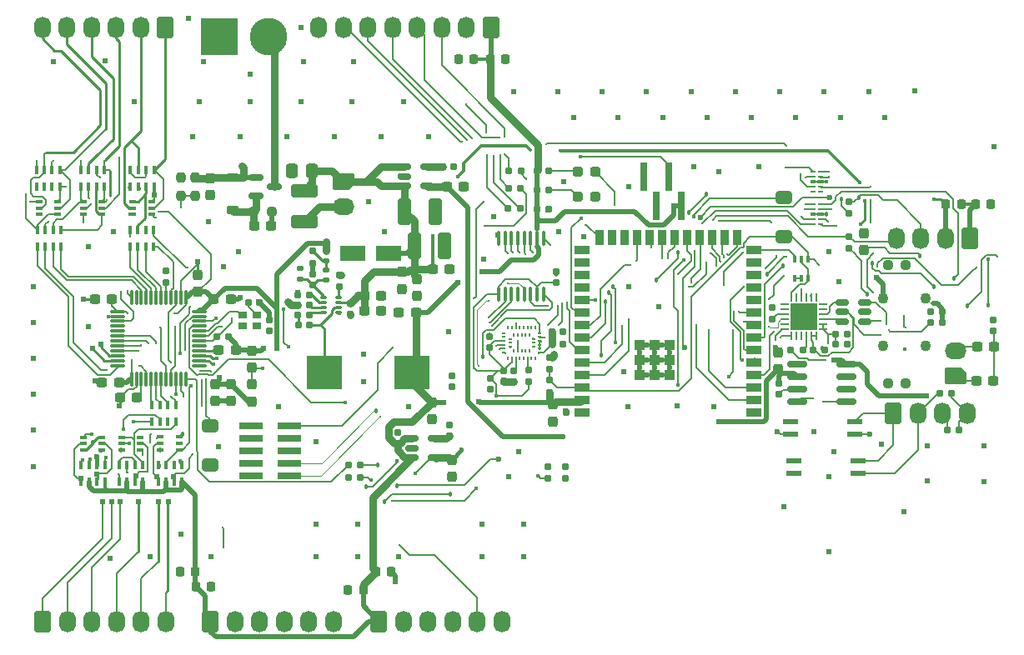
<source format=gbr>
%TF.GenerationSoftware,KiCad,Pcbnew,8.0.2*%
%TF.CreationDate,2024-07-28T21:03:14+03:00*%
%TF.ProjectId,hiro_samurai,6869726f-5f73-4616-9d75-7261692e6b69,rev?*%
%TF.SameCoordinates,Original*%
%TF.FileFunction,Copper,L4,Bot*%
%TF.FilePolarity,Positive*%
%FSLAX46Y46*%
G04 Gerber Fmt 4.6, Leading zero omitted, Abs format (unit mm)*
G04 Created by KiCad (PCBNEW 8.0.2) date 2024-07-28 21:03:14*
%MOMM*%
%LPD*%
G01*
G04 APERTURE LIST*
G04 Aperture macros list*
%AMRoundRect*
0 Rectangle with rounded corners*
0 $1 Rounding radius*
0 $2 $3 $4 $5 $6 $7 $8 $9 X,Y pos of 4 corners*
0 Add a 4 corners polygon primitive as box body*
4,1,4,$2,$3,$4,$5,$6,$7,$8,$9,$2,$3,0*
0 Add four circle primitives for the rounded corners*
1,1,$1+$1,$2,$3*
1,1,$1+$1,$4,$5*
1,1,$1+$1,$6,$7*
1,1,$1+$1,$8,$9*
0 Add four rect primitives between the rounded corners*
20,1,$1+$1,$2,$3,$4,$5,0*
20,1,$1+$1,$4,$5,$6,$7,0*
20,1,$1+$1,$6,$7,$8,$9,0*
20,1,$1+$1,$8,$9,$2,$3,0*%
%AMFreePoly0*
4,1,22,0.945671,0.830970,1.026777,0.776777,1.080970,0.695671,1.100000,0.600000,1.100000,-0.600000,1.080970,-0.695671,1.026777,-0.776777,0.945671,-0.830970,0.850000,-0.850000,-0.450000,-0.850000,-0.545671,-0.830970,-0.626777,-0.776777,-1.026777,-0.376777,-1.080970,-0.295671,-1.100000,-0.200000,-1.100000,0.600000,-1.080970,0.695671,-1.026777,0.776777,-0.945671,0.830970,-0.850000,0.850000,
0.850000,0.850000,0.945671,0.830970,0.945671,0.830970,$1*%
%AMFreePoly1*
4,1,22,0.945671,0.830970,1.026777,0.776777,1.080970,0.695671,1.100000,0.600000,1.100000,-0.600000,1.080970,-0.695671,1.026777,-0.776777,0.945671,-0.830970,0.850000,-0.850000,-0.850000,-0.850000,-0.945671,-0.830970,-1.026777,-0.776777,-1.080970,-0.695671,-1.100000,-0.600000,-1.100000,0.200000,-1.080970,0.295671,-1.026777,0.376777,-0.626777,0.776777,-0.545671,0.830970,-0.450000,0.850000,
0.850000,0.850000,0.945671,0.830970,0.945671,0.830970,$1*%
%AMFreePoly2*
4,1,14,0.178536,0.103536,0.180000,0.100000,0.180000,-0.050000,0.178536,-0.053536,0.128536,-0.103536,0.125000,-0.105000,-0.175000,-0.105000,-0.178536,-0.103536,-0.180000,-0.100000,-0.180000,0.100000,-0.178536,0.103536,-0.175000,0.105000,0.175000,0.105000,0.178536,0.103536,0.178536,0.103536,$1*%
%AMFreePoly3*
4,1,14,0.128536,0.103536,0.178536,0.053536,0.180000,0.050000,0.180000,-0.100000,0.178536,-0.103536,0.175000,-0.105000,-0.175000,-0.105000,-0.178536,-0.103536,-0.180000,-0.100000,-0.180000,0.100000,-0.178536,0.103536,-0.175000,0.105000,0.125000,0.105000,0.128536,0.103536,0.128536,0.103536,$1*%
%AMFreePoly4*
4,1,14,0.103536,0.178536,0.105000,0.175000,0.105000,-0.175000,0.103536,-0.178536,0.100000,-0.180000,-0.050000,-0.180000,-0.053536,-0.178536,-0.103536,-0.128536,-0.105000,-0.125000,-0.105000,0.175000,-0.103536,0.178536,-0.100000,0.180000,0.100000,0.180000,0.103536,0.178536,0.103536,0.178536,$1*%
%AMFreePoly5*
4,1,14,0.103536,0.178536,0.105000,0.175000,0.105000,-0.125000,0.103536,-0.128536,0.053536,-0.178536,0.050000,-0.180000,-0.100000,-0.180000,-0.103536,-0.178536,-0.105000,-0.175000,-0.105000,0.175000,-0.103536,0.178536,-0.100000,0.180000,0.100000,0.180000,0.103536,0.178536,0.103536,0.178536,$1*%
%AMFreePoly6*
4,1,14,0.178536,0.103536,0.180000,0.100000,0.180000,-0.100000,0.178536,-0.103536,0.175000,-0.105000,-0.175000,-0.105000,-0.178536,-0.103536,-0.180000,-0.100000,-0.180000,0.050000,-0.178536,0.053536,-0.128536,0.103536,-0.125000,0.105000,0.175000,0.105000,0.178536,0.103536,0.178536,0.103536,$1*%
%AMFreePoly7*
4,1,14,0.178536,0.103536,0.180000,0.100000,0.180000,-0.100000,0.178536,-0.103536,0.175000,-0.105000,-0.125000,-0.105000,-0.128536,-0.103536,-0.178536,-0.053536,-0.180000,-0.050000,-0.180000,0.100000,-0.178536,0.103536,-0.175000,0.105000,0.175000,0.105000,0.178536,0.103536,0.178536,0.103536,$1*%
%AMFreePoly8*
4,1,14,0.053536,0.178536,0.103536,0.128536,0.105000,0.125000,0.105000,-0.175000,0.103536,-0.178536,0.100000,-0.180000,-0.100000,-0.180000,-0.103536,-0.178536,-0.105000,-0.175000,-0.105000,0.175000,-0.103536,0.178536,-0.100000,0.180000,0.050000,0.180000,0.053536,0.178536,0.053536,0.178536,$1*%
%AMFreePoly9*
4,1,14,0.103536,0.178536,0.105000,0.175000,0.105000,-0.175000,0.103536,-0.178536,0.100000,-0.180000,-0.100000,-0.180000,-0.103536,-0.178536,-0.105000,-0.175000,-0.105000,0.125000,-0.103536,0.128536,-0.053536,0.178536,-0.050000,0.180000,0.100000,0.180000,0.103536,0.178536,0.103536,0.178536,$1*%
G04 Aperture macros list end*
%TA.AperFunction,ComponentPad*%
%ADD10RoundRect,0.250000X0.600000X-0.850000X0.600000X0.850000X-0.600000X0.850000X-0.600000X-0.850000X0*%
%TD*%
%TA.AperFunction,ComponentPad*%
%ADD11O,1.700000X2.200000*%
%TD*%
%TA.AperFunction,ComponentPad*%
%ADD12C,1.100000*%
%TD*%
%TA.AperFunction,ComponentPad*%
%ADD13FreePoly0,180.000000*%
%TD*%
%TA.AperFunction,ComponentPad*%
%ADD14O,2.200000X1.700000*%
%TD*%
%TA.AperFunction,ComponentPad*%
%ADD15RoundRect,0.250000X-0.600000X0.850000X-0.600000X-0.850000X0.600000X-0.850000X0.600000X0.850000X0*%
%TD*%
%TA.AperFunction,SMDPad,CuDef*%
%ADD16RoundRect,0.160000X-0.197500X-0.160000X0.197500X-0.160000X0.197500X0.160000X-0.197500X0.160000X0*%
%TD*%
%TA.AperFunction,SMDPad,CuDef*%
%ADD17RoundRect,0.160000X0.160000X-0.197500X0.160000X0.197500X-0.160000X0.197500X-0.160000X-0.197500X0*%
%TD*%
%TA.AperFunction,SMDPad,CuDef*%
%ADD18RoundRect,0.225000X-0.225000X-0.250000X0.225000X-0.250000X0.225000X0.250000X-0.225000X0.250000X0*%
%TD*%
%TA.AperFunction,SMDPad,CuDef*%
%ADD19RoundRect,0.075000X0.662500X0.075000X-0.662500X0.075000X-0.662500X-0.075000X0.662500X-0.075000X0*%
%TD*%
%TA.AperFunction,SMDPad,CuDef*%
%ADD20RoundRect,0.075000X0.075000X0.662500X-0.075000X0.662500X-0.075000X-0.662500X0.075000X-0.662500X0*%
%TD*%
%TA.AperFunction,SMDPad,CuDef*%
%ADD21RoundRect,0.237500X-0.300000X-0.237500X0.300000X-0.237500X0.300000X0.237500X-0.300000X0.237500X0*%
%TD*%
%TA.AperFunction,SMDPad,CuDef*%
%ADD22RoundRect,0.250000X-1.100000X0.412500X-1.100000X-0.412500X1.100000X-0.412500X1.100000X0.412500X0*%
%TD*%
%TA.AperFunction,SMDPad,CuDef*%
%ADD23RoundRect,0.155000X-0.212500X-0.155000X0.212500X-0.155000X0.212500X0.155000X-0.212500X0.155000X0*%
%TD*%
%TA.AperFunction,SMDPad,CuDef*%
%ADD24RoundRect,0.325000X-0.525000X-0.325000X0.525000X-0.325000X0.525000X0.325000X-0.525000X0.325000X0*%
%TD*%
%TA.AperFunction,SMDPad,CuDef*%
%ADD25RoundRect,0.325000X0.525000X0.325000X-0.525000X0.325000X-0.525000X-0.325000X0.525000X-0.325000X0*%
%TD*%
%TA.AperFunction,ComponentPad*%
%ADD26FreePoly1,180.000000*%
%TD*%
%TA.AperFunction,SMDPad,CuDef*%
%ADD27RoundRect,0.237500X0.250000X0.237500X-0.250000X0.237500X-0.250000X-0.237500X0.250000X-0.237500X0*%
%TD*%
%TA.AperFunction,SMDPad,CuDef*%
%ADD28RoundRect,0.237500X0.237500X-0.300000X0.237500X0.300000X-0.237500X0.300000X-0.237500X-0.300000X0*%
%TD*%
%TA.AperFunction,SMDPad,CuDef*%
%ADD29RoundRect,0.237500X-0.237500X0.300000X-0.237500X-0.300000X0.237500X-0.300000X0.237500X0.300000X0*%
%TD*%
%TA.AperFunction,SMDPad,CuDef*%
%ADD30RoundRect,0.160000X0.197500X0.160000X-0.197500X0.160000X-0.197500X-0.160000X0.197500X-0.160000X0*%
%TD*%
%TA.AperFunction,SMDPad,CuDef*%
%ADD31R,2.400000X0.740000*%
%TD*%
%TA.AperFunction,SMDPad,CuDef*%
%ADD32RoundRect,0.160000X-0.160000X0.197500X-0.160000X-0.197500X0.160000X-0.197500X0.160000X0.197500X0*%
%TD*%
%TA.AperFunction,SMDPad,CuDef*%
%ADD33RoundRect,0.155000X0.155000X-0.212500X0.155000X0.212500X-0.155000X0.212500X-0.155000X-0.212500X0*%
%TD*%
%TA.AperFunction,SMDPad,CuDef*%
%ADD34RoundRect,0.050000X0.285000X0.100000X-0.285000X0.100000X-0.285000X-0.100000X0.285000X-0.100000X0*%
%TD*%
%TA.AperFunction,SMDPad,CuDef*%
%ADD35RoundRect,0.100000X0.225000X0.100000X-0.225000X0.100000X-0.225000X-0.100000X0.225000X-0.100000X0*%
%TD*%
%TA.AperFunction,SMDPad,CuDef*%
%ADD36R,0.400000X0.900000*%
%TD*%
%TA.AperFunction,SMDPad,CuDef*%
%ADD37RoundRect,0.100000X-0.225000X-0.100000X0.225000X-0.100000X0.225000X0.100000X-0.225000X0.100000X0*%
%TD*%
%TA.AperFunction,SMDPad,CuDef*%
%ADD38RoundRect,0.155000X-0.155000X0.212500X-0.155000X-0.212500X0.155000X-0.212500X0.155000X0.212500X0*%
%TD*%
%TA.AperFunction,SMDPad,CuDef*%
%ADD39RoundRect,0.237500X0.300000X0.237500X-0.300000X0.237500X-0.300000X-0.237500X0.300000X-0.237500X0*%
%TD*%
%TA.AperFunction,SMDPad,CuDef*%
%ADD40RoundRect,0.250000X0.337500X0.475000X-0.337500X0.475000X-0.337500X-0.475000X0.337500X-0.475000X0*%
%TD*%
%TA.AperFunction,SMDPad,CuDef*%
%ADD41RoundRect,0.225000X0.225000X0.250000X-0.225000X0.250000X-0.225000X-0.250000X0.225000X-0.250000X0*%
%TD*%
%TA.AperFunction,SMDPad,CuDef*%
%ADD42RoundRect,0.150000X-0.512500X-0.150000X0.512500X-0.150000X0.512500X0.150000X-0.512500X0.150000X0*%
%TD*%
%TA.AperFunction,SMDPad,CuDef*%
%ADD43R,0.650000X3.000000*%
%TD*%
%TA.AperFunction,SMDPad,CuDef*%
%ADD44R,3.550000X3.500000*%
%TD*%
%TA.AperFunction,SMDPad,CuDef*%
%ADD45RoundRect,0.100000X0.100000X-0.225000X0.100000X0.225000X-0.100000X0.225000X-0.100000X-0.225000X0*%
%TD*%
%TA.AperFunction,SMDPad,CuDef*%
%ADD46R,0.200000X0.350000*%
%TD*%
%TA.AperFunction,SMDPad,CuDef*%
%ADD47R,0.350000X0.200000*%
%TD*%
%TA.AperFunction,SMDPad,CuDef*%
%ADD48FreePoly2,90.000000*%
%TD*%
%TA.AperFunction,SMDPad,CuDef*%
%ADD49FreePoly3,90.000000*%
%TD*%
%TA.AperFunction,SMDPad,CuDef*%
%ADD50FreePoly4,90.000000*%
%TD*%
%TA.AperFunction,SMDPad,CuDef*%
%ADD51FreePoly5,90.000000*%
%TD*%
%TA.AperFunction,SMDPad,CuDef*%
%ADD52FreePoly6,90.000000*%
%TD*%
%TA.AperFunction,SMDPad,CuDef*%
%ADD53FreePoly7,90.000000*%
%TD*%
%TA.AperFunction,SMDPad,CuDef*%
%ADD54FreePoly8,90.000000*%
%TD*%
%TA.AperFunction,SMDPad,CuDef*%
%ADD55FreePoly9,90.000000*%
%TD*%
%TA.AperFunction,ComponentPad*%
%ADD56R,3.800000X3.800000*%
%TD*%
%TA.AperFunction,ComponentPad*%
%ADD57C,3.800000*%
%TD*%
%TA.AperFunction,SMDPad,CuDef*%
%ADD58RoundRect,0.137500X-0.662500X-0.137500X0.662500X-0.137500X0.662500X0.137500X-0.662500X0.137500X0*%
%TD*%
%TA.AperFunction,SMDPad,CuDef*%
%ADD59RoundRect,0.150000X-0.587500X-0.150000X0.587500X-0.150000X0.587500X0.150000X-0.587500X0.150000X0*%
%TD*%
%TA.AperFunction,SMDPad,CuDef*%
%ADD60R,0.900000X0.800000*%
%TD*%
%TA.AperFunction,SMDPad,CuDef*%
%ADD61RoundRect,0.135000X0.185000X-0.135000X0.185000X0.135000X-0.185000X0.135000X-0.185000X-0.135000X0*%
%TD*%
%TA.AperFunction,SMDPad,CuDef*%
%ADD62RoundRect,0.250000X1.050000X0.550000X-1.050000X0.550000X-1.050000X-0.550000X1.050000X-0.550000X0*%
%TD*%
%TA.AperFunction,SMDPad,CuDef*%
%ADD63RoundRect,0.237500X-0.237500X0.250000X-0.237500X-0.250000X0.237500X-0.250000X0.237500X0.250000X0*%
%TD*%
%TA.AperFunction,SMDPad,CuDef*%
%ADD64RoundRect,0.237500X0.237500X-0.287500X0.237500X0.287500X-0.237500X0.287500X-0.237500X-0.287500X0*%
%TD*%
%TA.AperFunction,SMDPad,CuDef*%
%ADD65RoundRect,0.150000X0.512500X0.150000X-0.512500X0.150000X-0.512500X-0.150000X0.512500X-0.150000X0*%
%TD*%
%TA.AperFunction,SMDPad,CuDef*%
%ADD66RoundRect,0.250000X-0.412500X-1.100000X0.412500X-1.100000X0.412500X1.100000X-0.412500X1.100000X0*%
%TD*%
%TA.AperFunction,SMDPad,CuDef*%
%ADD67RoundRect,0.237500X0.287500X0.237500X-0.287500X0.237500X-0.287500X-0.237500X0.287500X-0.237500X0*%
%TD*%
%TA.AperFunction,SMDPad,CuDef*%
%ADD68RoundRect,0.062500X0.350000X0.062500X-0.350000X0.062500X-0.350000X-0.062500X0.350000X-0.062500X0*%
%TD*%
%TA.AperFunction,SMDPad,CuDef*%
%ADD69RoundRect,0.062500X0.062500X0.350000X-0.062500X0.350000X-0.062500X-0.350000X0.062500X-0.350000X0*%
%TD*%
%TA.AperFunction,HeatsinkPad*%
%ADD70R,2.700000X2.700000*%
%TD*%
%TA.AperFunction,SMDPad,CuDef*%
%ADD71R,0.625000X0.250000*%
%TD*%
%TA.AperFunction,SMDPad,CuDef*%
%ADD72R,0.700000X0.450000*%
%TD*%
%TA.AperFunction,SMDPad,CuDef*%
%ADD73R,0.575000X0.450000*%
%TD*%
%TA.AperFunction,SMDPad,CuDef*%
%ADD74RoundRect,0.225000X-0.375000X0.225000X-0.375000X-0.225000X0.375000X-0.225000X0.375000X0.225000X0*%
%TD*%
%TA.AperFunction,SMDPad,CuDef*%
%ADD75R,1.500000X0.900000*%
%TD*%
%TA.AperFunction,SMDPad,CuDef*%
%ADD76R,0.900000X1.500000*%
%TD*%
%TA.AperFunction,SMDPad,CuDef*%
%ADD77R,1.000000X1.000000*%
%TD*%
%TA.AperFunction,ComponentPad*%
%ADD78C,0.600000*%
%TD*%
%TA.AperFunction,SMDPad,CuDef*%
%ADD79RoundRect,0.100000X0.100000X-0.637500X0.100000X0.637500X-0.100000X0.637500X-0.100000X-0.637500X0*%
%TD*%
%TA.AperFunction,SMDPad,CuDef*%
%ADD80RoundRect,0.150000X-0.825000X-0.150000X0.825000X-0.150000X0.825000X0.150000X-0.825000X0.150000X0*%
%TD*%
%TA.AperFunction,SMDPad,CuDef*%
%ADD81RoundRect,0.135000X-0.185000X0.135000X-0.185000X-0.135000X0.185000X-0.135000X0.185000X0.135000X0*%
%TD*%
%TA.AperFunction,SMDPad,CuDef*%
%ADD82RoundRect,0.237500X0.237500X-0.250000X0.237500X0.250000X-0.237500X0.250000X-0.237500X-0.250000X0*%
%TD*%
%TA.AperFunction,ViaPad*%
%ADD83C,0.610000*%
%TD*%
%TA.AperFunction,ViaPad*%
%ADD84C,0.600000*%
%TD*%
%TA.AperFunction,ViaPad*%
%ADD85C,0.457200*%
%TD*%
%TA.AperFunction,ViaPad*%
%ADD86C,0.406400*%
%TD*%
%TA.AperFunction,ViaPad*%
%ADD87C,0.250000*%
%TD*%
%TA.AperFunction,Conductor*%
%ADD88C,0.152400*%
%TD*%
%TA.AperFunction,Conductor*%
%ADD89C,0.762000*%
%TD*%
%TA.AperFunction,Conductor*%
%ADD90C,0.200000*%
%TD*%
%TA.AperFunction,Conductor*%
%ADD91C,0.254000*%
%TD*%
%TA.AperFunction,Conductor*%
%ADD92C,0.508000*%
%TD*%
%TA.AperFunction,Conductor*%
%ADD93C,0.203200*%
%TD*%
%TA.AperFunction,Conductor*%
%ADD94C,0.101600*%
%TD*%
%TA.AperFunction,Conductor*%
%ADD95C,0.304800*%
%TD*%
%TA.AperFunction,Conductor*%
%ADD96C,0.400000*%
%TD*%
%TA.AperFunction,Conductor*%
%ADD97C,0.127000*%
%TD*%
G04 APERTURE END LIST*
D10*
%TO.P,J14,1,Pin_1*%
%TO.N,GND_MOTOR*%
X88450242Y23727945D03*
D11*
%TO.P,J14,2,Pin_2*%
%TO.N,OPTO2*%
X90950242Y23727945D03*
%TO.P,J14,3,Pin_3*%
%TO.N,Net-(J14-Pin_3)*%
X93450242Y23727945D03*
%TO.P,J14,4,Pin_4*%
%TO.N,V_MOTOR*%
X95950242Y23727945D03*
%TD*%
D12*
%TO.P,J8,S1,SHIELD*%
%TO.N,GND*%
X87451700Y30605000D03*
X91751700Y30605000D03*
X87451700Y35405000D03*
X91751700Y35405000D03*
%TD*%
D13*
%TO.P,J3,1,Pin_1*%
%TO.N,CAN_H*%
X94763507Y27552931D03*
D14*
%TO.P,J3,2,Pin_2*%
%TO.N,CAN_L*%
X94763507Y30052931D03*
%TD*%
D15*
%TO.P,J2,1,Pin_1*%
%TO.N,+3V3*%
X96245000Y41495000D03*
D11*
%TO.P,J2,2,Pin_2*%
%TO.N,GND*%
X93745000Y41495000D03*
%TO.P,J2,3,Pin_3*%
%TO.N,SIG_RUN*%
X91245000Y41495000D03*
%TO.P,J2,4,Pin_4*%
%TO.N,SIG_KILL*%
X88745000Y41495000D03*
%TD*%
D16*
%TO.P,R10,1*%
%TO.N,Net-(J14-Pin_3)*%
X93906700Y22005000D03*
%TO.P,R10,2*%
%TO.N,V_MOTOR*%
X95101700Y22005000D03*
%TD*%
D17*
%TO.P,R53,1*%
%TO.N,Net-(R53-Pad1)*%
X55166200Y17157500D03*
%TO.P,R53,2*%
%TO.N,GND*%
X55166200Y18352500D03*
%TD*%
D18*
%TO.P,C1,1*%
%TO.N,+3V3*%
X96826700Y45005000D03*
%TO.P,C1,2*%
%TO.N,GND*%
X98376700Y45005000D03*
%TD*%
D19*
%TO.P,U1,1,VBAT*%
%TO.N,+3V3*%
X18014200Y34092500D03*
%TO.P,U1,2,PC13*%
%TO.N,LIFT1*%
X18014200Y33592500D03*
%TO.P,U1,3,PC14*%
%TO.N,LIFT2*%
X18014200Y33092500D03*
%TO.P,U1,4,PC15*%
%TO.N,LIFT3*%
X18014200Y32592500D03*
%TO.P,U1,5,PH0*%
%TO.N,HSE_OSC_IN*%
X18014200Y32092500D03*
%TO.P,U1,6,PH1*%
%TO.N,HSE_OSC_OUT*%
X18014200Y31592500D03*
%TO.P,U1,7,NRST*%
%TO.N,~{STM_NRST}*%
X18014200Y31092500D03*
%TO.P,U1,8,VSSA*%
%TO.N,GND*%
X18014200Y30592500D03*
%TO.P,U1,9,VDDA*%
%TO.N,+3.3VA*%
X18014200Y30092500D03*
%TO.P,U1,10,PA0*%
%TO.N,PWM1_OUT*%
X18014200Y29592500D03*
%TO.P,U1,11,PA1*%
%TO.N,PWM2_OUT*%
X18014200Y29092500D03*
%TO.P,U1,12,PA2*%
%TO.N,STM_USART2_TX*%
X18014200Y28592500D03*
D20*
%TO.P,U1,13,PA3*%
%TO.N,STM_USART2_RX*%
X16601700Y27180000D03*
%TO.P,U1,14,PA4*%
%TO.N,COL4*%
X16101700Y27180000D03*
%TO.P,U1,15,PA5*%
%TO.N,LIFT4*%
X15601700Y27180000D03*
%TO.P,U1,16,PA6*%
%TO.N,RGB_LED*%
X15101700Y27180000D03*
%TO.P,U1,17,PA7*%
%TO.N,ADC_V_IN*%
X14601700Y27180000D03*
%TO.P,U1,18,PB0*%
%TO.N,SEN3_3V3*%
X14101700Y27180000D03*
%TO.P,U1,19,PB1*%
%TO.N,SEN2_3V3*%
X13601700Y27180000D03*
%TO.P,U1,20,PB2*%
%TO.N,SEN1_3V3*%
X13101700Y27180000D03*
%TO.P,U1,21,PB10*%
%TO.N,SEN11_3V3*%
X12601700Y27180000D03*
%TO.P,U1,22,VCAP*%
%TO.N,Net-(U1-VCAP)*%
X12101700Y27180000D03*
%TO.P,U1,23,VSS*%
%TO.N,GND*%
X11601700Y27180000D03*
%TO.P,U1,24,VDD*%
%TO.N,+3V3*%
X11101700Y27180000D03*
D19*
%TO.P,U1,25,PB12*%
%TO.N,SEN12_3V3*%
X9689200Y28592500D03*
%TO.P,U1,26,PB13*%
%TO.N,COL1*%
X9689200Y29092500D03*
%TO.P,U1,27,PB14*%
%TO.N,COL2*%
X9689200Y29592500D03*
%TO.P,U1,28,PB15*%
%TO.N,COL3*%
X9689200Y30092500D03*
%TO.P,U1,29,PA8*%
%TO.N,STM_ESP_INT*%
X9689200Y30592500D03*
%TO.P,U1,30,PA9*%
%TO.N,STM_USART1_TX*%
X9689200Y31092500D03*
%TO.P,U1,31,PA10*%
%TO.N,STM_USART1_RX*%
X9689200Y31592500D03*
%TO.P,U1,32,PA11*%
%TO.N,unconnected-(U1-PA11-Pad32)*%
X9689200Y32092500D03*
%TO.P,U1,33,PA12*%
%TO.N,unconnected-(U1-PA12-Pad33)*%
X9689200Y32592500D03*
%TO.P,U1,34,PA13*%
%TO.N,STM_SWDIO_PROT*%
X9689200Y33092500D03*
%TO.P,U1,35,VSS*%
%TO.N,GND*%
X9689200Y33592500D03*
%TO.P,U1,36,VDD*%
%TO.N,+3V3*%
X9689200Y34092500D03*
D20*
%TO.P,U1,37,PA14*%
%TO.N,STM_SWDCLK_PROT*%
X11101700Y35505000D03*
%TO.P,U1,38,PA15*%
%TO.N,unconnected-(U1-PA15-Pad38)*%
X11601700Y35505000D03*
%TO.P,U1,39,PB3*%
%TO.N,SEN10_3V3*%
X12101700Y35505000D03*
%TO.P,U1,40,PB4*%
%TO.N,SEN9_3V3*%
X12601700Y35505000D03*
%TO.P,U1,41,PB5*%
%TO.N,SEN8_3V3*%
X13101700Y35505000D03*
%TO.P,U1,42,PB6*%
%TO.N,SEN7_3V3*%
X13601700Y35505000D03*
%TO.P,U1,43,PB7*%
%TO.N,SEN6_3V3*%
X14101700Y35505000D03*
%TO.P,U1,44,PH3*%
%TO.N,STM_BOOT*%
X14601700Y35505000D03*
%TO.P,U1,45,PB8*%
%TO.N,SEN5_3V3*%
X15101700Y35505000D03*
%TO.P,U1,46,PB9*%
%TO.N,SEN4_3V3*%
X15601700Y35505000D03*
%TO.P,U1,47,VSS*%
%TO.N,GND*%
X16101700Y35505000D03*
%TO.P,U1,48,VDD*%
%TO.N,+3V3*%
X16601700Y35505000D03*
%TD*%
D21*
%TO.P,C52,1*%
%TO.N,+5V*%
X43101700Y46755000D03*
%TO.P,C52,2*%
%TO.N,GND*%
X44826700Y46755000D03*
%TD*%
D22*
%TO.P,C4,1*%
%TO.N,VBAT*%
X28665213Y46365567D03*
%TO.P,C4,2*%
%TO.N,GND*%
X28665213Y43240567D03*
%TD*%
D23*
%TO.P,C71,1*%
%TO.N,+1V8*%
X53795500Y32005000D03*
%TO.P,C71,2*%
%TO.N,GND*%
X54930500Y32005000D03*
%TD*%
D21*
%TO.P,C41,1*%
%TO.N,VBAT*%
X41700368Y38394182D03*
%TO.P,C41,2*%
%TO.N,GND*%
X43425368Y38394182D03*
%TD*%
D24*
%TO.P,SW_RESET2,1,1*%
%TO.N,Net-(R53-Pad1)*%
X19047400Y18480600D03*
D25*
%TO.P,SW_RESET2,2,2*%
%TO.N,~{STM_NRST}*%
X19047400Y22480600D03*
%TD*%
D16*
%TO.P,R62,1*%
%TO.N,GND*%
X28004638Y35716348D03*
%TO.P,R62,2*%
%TO.N,Net-(U5-MODE)*%
X29199638Y35716348D03*
%TD*%
D26*
%TO.P,J9,1,Pin_1*%
%TO.N,VBAT*%
X32601700Y47255000D03*
D14*
%TO.P,J9,2,Pin_2*%
%TO.N,GND*%
X32601700Y44755000D03*
%TD*%
D23*
%TO.P,C17,1*%
%TO.N,~{STM_NRST}*%
X19784200Y31505000D03*
%TO.P,C17,2*%
%TO.N,GND*%
X20919200Y31505000D03*
%TD*%
D27*
%TO.P,R3,1*%
%TO.N,Net-(D1-K)*%
X89708300Y38768600D03*
%TO.P,R3,2*%
%TO.N,GND*%
X87883300Y38768600D03*
%TD*%
D28*
%TO.P,C18,1*%
%TO.N,+3V3*%
X17849077Y36107073D03*
%TO.P,C18,2*%
%TO.N,GND*%
X17849077Y37832073D03*
%TD*%
D23*
%TO.P,C36,1*%
%TO.N,Net-(C36-Pad1)*%
X28034638Y32711864D03*
%TO.P,C36,2*%
%TO.N,Net-(U5-SW)*%
X29169638Y32711864D03*
%TD*%
D29*
%TO.P,C45,1*%
%TO.N,+3V3*%
X41601700Y24867500D03*
%TO.P,C45,2*%
%TO.N,GND*%
X41601700Y23142500D03*
%TD*%
D30*
%TO.P,R58,1*%
%TO.N,Net-(D4-A)*%
X53460500Y46432400D03*
%TO.P,R58,2*%
%TO.N,+3V3*%
X52265500Y46432400D03*
%TD*%
D18*
%TO.P,C3,1*%
%TO.N,+3V3*%
X35900000Y7679000D03*
%TO.P,C3,2*%
%TO.N,GND*%
X37450000Y7679000D03*
%TD*%
D31*
%TO.P,J11,1,VTref*%
%TO.N,+1V8*%
X23213000Y17425000D03*
%TO.P,J11,2,SWDIO/TMS*%
%TO.N,BHI_SWDIO*%
X27113000Y17425000D03*
%TO.P,J11,3,GND*%
%TO.N,GND*%
X23213000Y18695000D03*
%TO.P,J11,4,SWCLK/TCK*%
%TO.N,BHI_SWDCLK*%
X27113000Y18695000D03*
%TO.P,J11,5,GND*%
%TO.N,GND*%
X23213000Y19965000D03*
%TO.P,J11,6,SWO/TDO*%
%TO.N,unconnected-(J11-SWO{slash}TDO-Pad6)*%
X27113000Y19965000D03*
%TO.P,J11,7,KEY*%
%TO.N,unconnected-(J11-KEY-Pad7)*%
X23213000Y21235000D03*
%TO.P,J11,8,NC/TDI*%
%TO.N,unconnected-(J11-NC{slash}TDI-Pad8)*%
X27113000Y21235000D03*
%TO.P,J11,9,GNDDetect*%
%TO.N,GND*%
X23213000Y22505000D03*
%TO.P,J11,10,~{RESET}*%
%TO.N,BHI_RSTQ*%
X27113000Y22505000D03*
%TD*%
D32*
%TO.P,R13,1*%
%TO.N,SIG_KILL*%
X83969800Y41708100D03*
%TO.P,R13,2*%
%TO.N,Net-(R13-Pad2)*%
X83969800Y40513100D03*
%TD*%
D33*
%TO.P,C22,1*%
%TO.N,Net-(C22-Pad1)*%
X25101700Y32120000D03*
%TO.P,C22,2*%
%TO.N,GND*%
X25101700Y33255000D03*
%TD*%
D34*
%TO.P,U5,1,PG/SS*%
%TO.N,PG_3V3*%
X32102138Y35461864D03*
%TO.P,U5,2,VIN*%
%TO.N,VBAT*%
X32102138Y34961864D03*
%TO.P,U5,3,SW*%
%TO.N,Net-(U5-SW)*%
X32102138Y34461864D03*
%TO.P,U5,4,GND*%
%TO.N,GND*%
X32102138Y33961864D03*
%TO.P,U5,5,BOOT*%
%TO.N,Net-(U5-BOOT)*%
X30622138Y33961864D03*
%TO.P,U5,6,EN*%
%TO.N,Net-(U5-EN)*%
X30622138Y34461864D03*
%TO.P,U5,7,MODE*%
%TO.N,Net-(U5-MODE)*%
X30622138Y34961864D03*
%TO.P,U5,8,FB*%
%TO.N,Net-(U5-FB)*%
X30622138Y35461864D03*
%TD*%
D35*
%TO.P,Q4,1,E1*%
%TO.N,GND*%
X13121781Y45238585D03*
%TO.P,Q4,2,B1*%
%TO.N,SEN7*%
X13121781Y44588585D03*
%TO.P,Q4,3,C2*%
%TO.N,Net-(Q4B-C2)*%
X13121781Y43938585D03*
%TO.P,Q4,4,E2*%
%TO.N,GND*%
X11221781Y43938585D03*
%TO.P,Q4,5,B2*%
%TO.N,SEN8*%
X11221781Y44588585D03*
%TO.P,Q4,6,C1*%
%TO.N,Net-(Q4A-C1)*%
X11221781Y45238585D03*
%TD*%
D33*
%TO.P,C59,1*%
%TO.N,Net-(U9-VPP)*%
X76175000Y33317500D03*
%TO.P,C59,2*%
%TO.N,GND*%
X76175000Y34452500D03*
%TD*%
D36*
%TO.P,RN1,1,R1.1*%
%TO.N,GND*%
X6001700Y18505000D03*
%TO.P,RN1,2,R2.1*%
%TO.N,Net-(Q1A-C1)*%
X6801700Y18505000D03*
%TO.P,RN1,3,R3.1*%
%TO.N,GND*%
X7601700Y18505000D03*
%TO.P,RN1,4,R4.1*%
%TO.N,Net-(Q1B-C2)*%
X8401700Y18505000D03*
%TO.P,RN1,5,R4.2*%
%TO.N,+3V3*%
X8401700Y16805000D03*
%TO.P,RN1,6,R3.2*%
%TO.N,SEN2*%
X7601700Y16805000D03*
%TO.P,RN1,7,R2.2*%
%TO.N,+3V3*%
X6801700Y16805000D03*
%TO.P,RN1,8,R1.2*%
%TO.N,SEN1*%
X6001700Y16805000D03*
%TD*%
D37*
%TO.P,Q3,1,E1*%
%TO.N,GND*%
X14030865Y20029845D03*
%TO.P,Q3,2,B1*%
%TO.N,SEN5*%
X14030865Y20679845D03*
%TO.P,Q3,3,C2*%
%TO.N,Net-(Q3B-C2)*%
X14030865Y21329845D03*
%TO.P,Q3,4,E2*%
%TO.N,GND*%
X15930865Y21329845D03*
%TO.P,Q3,5,B2*%
%TO.N,SEN6*%
X15930865Y20679845D03*
%TO.P,Q3,6,C1*%
%TO.N,Net-(Q3A-C1)*%
X15930865Y20029845D03*
%TD*%
D23*
%TO.P,C72,1*%
%TO.N,+1V8*%
X53795500Y30755000D03*
%TO.P,C72,2*%
%TO.N,GND*%
X54930500Y30755000D03*
%TD*%
D38*
%TO.P,C74,1*%
%TO.N,Net-(U13-VREG)*%
X49945000Y28082500D03*
%TO.P,C74,2*%
%TO.N,GND*%
X49945000Y26947500D03*
%TD*%
D36*
%TO.P,RN5,1,R1.1*%
%TO.N,SEN5_3V3*%
X13362976Y40673576D03*
%TO.P,RN5,2,R2.1*%
%TO.N,SEN6_3V3*%
X12562976Y40673576D03*
%TO.P,RN5,3,R3.1*%
%TO.N,SEN7_3V3*%
X11762976Y40673576D03*
%TO.P,RN5,4,R4.1*%
%TO.N,SEN8_3V3*%
X10962976Y40673576D03*
%TO.P,RN5,5,R4.2*%
%TO.N,Net-(Q4B-C2)*%
X10962976Y42373576D03*
%TO.P,RN5,6,R3.2*%
%TO.N,Net-(Q4A-C1)*%
X11762976Y42373576D03*
%TO.P,RN5,7,R2.2*%
%TO.N,Net-(Q3B-C2)*%
X12562976Y42373576D03*
%TO.P,RN5,8,R1.2*%
%TO.N,Net-(Q3A-C1)*%
X13362976Y42373576D03*
%TD*%
D39*
%TO.P,C20,1*%
%TO.N,Net-(U1-VCAP)*%
X11651462Y25324412D03*
%TO.P,C20,2*%
%TO.N,GND*%
X9926462Y25324412D03*
%TD*%
D15*
%TO.P,J4,1,Pin_1*%
%TO.N,SEN1*%
X2077000Y2599000D03*
D11*
%TO.P,J4,2,Pin_2*%
%TO.N,SEN2*%
X4577000Y2599000D03*
%TO.P,J4,3,Pin_3*%
%TO.N,SEN3*%
X7077000Y2599000D03*
%TO.P,J4,4,Pin_4*%
%TO.N,SEN4*%
X9577000Y2599000D03*
%TO.P,J4,5,Pin_5*%
%TO.N,SEN5*%
X12077000Y2599000D03*
%TO.P,J4,6,Pin_6*%
%TO.N,SEN6*%
X14577000Y2599000D03*
%TD*%
D29*
%TO.P,C15,1*%
%TO.N,+3V3*%
X21198566Y26713507D03*
%TO.P,C15,2*%
%TO.N,GND*%
X21198566Y24988507D03*
%TD*%
D21*
%TO.P,C31,1*%
%TO.N,VBAT*%
X34739638Y35711864D03*
%TO.P,C31,2*%
%TO.N,GND*%
X36464638Y35711864D03*
%TD*%
D40*
%TO.P,C6,1*%
%TO.N,VBAT*%
X29452800Y48379957D03*
%TO.P,C6,2*%
%TO.N,GND*%
X27377800Y48379957D03*
%TD*%
D21*
%TO.P,C32,1*%
%TO.N,VBAT*%
X34751195Y34164956D03*
%TO.P,C32,2*%
%TO.N,GND*%
X36476195Y34164956D03*
%TD*%
D36*
%TO.P,RN2,1,R1.1*%
%TO.N,SEN1_3V3*%
X13201700Y24557292D03*
%TO.P,RN2,2,R2.1*%
%TO.N,SEN2_3V3*%
X14001700Y24557292D03*
%TO.P,RN2,3,R3.1*%
%TO.N,SEN3_3V3*%
X14801700Y24557292D03*
%TO.P,RN2,4,R4.1*%
%TO.N,SEN4_3V3*%
X15601700Y24557292D03*
%TO.P,RN2,5,R4.2*%
%TO.N,Net-(Q2B-C2)*%
X15601700Y22857292D03*
%TO.P,RN2,6,R3.2*%
%TO.N,Net-(Q2A-C1)*%
X14801700Y22857292D03*
%TO.P,RN2,7,R2.2*%
%TO.N,Net-(Q1B-C2)*%
X14001700Y22857292D03*
%TO.P,RN2,8,R1.2*%
%TO.N,Net-(Q1A-C1)*%
X13201700Y22857292D03*
%TD*%
D38*
%TO.P,C38,1*%
%TO.N,Net-(C38-Pad1)*%
X29520446Y37910204D03*
%TO.P,C38,2*%
%TO.N,Net-(U5-FB)*%
X29520446Y36775204D03*
%TD*%
D16*
%TO.P,R12,1*%
%TO.N,OPTO2*%
X93156700Y25755000D03*
%TO.P,R12,2*%
%TO.N,V_MOTOR*%
X94351700Y25755000D03*
%TD*%
D41*
%TO.P,C10,1*%
%TO.N,+3V3*%
X45851700Y59755000D03*
%TO.P,C10,2*%
%TO.N,GND*%
X44301700Y59755000D03*
%TD*%
D16*
%TO.P,R71,1*%
%TO.N,Net-(J8-CC2)*%
X92253139Y34033952D03*
%TO.P,R71,2*%
%TO.N,GND*%
X93448139Y34033952D03*
%TD*%
D29*
%TO.P,C63,1*%
%TO.N,+1V8*%
X43601700Y19005000D03*
%TO.P,C63,2*%
%TO.N,GND*%
X43601700Y17280000D03*
%TD*%
D25*
%TO.P,SW_RESET1,1,1*%
%TO.N,Net-(R59-Pad1)*%
X77365800Y45645400D03*
D24*
%TO.P,SW_RESET1,2,2*%
%TO.N,ESP_EN*%
X77365800Y41645400D03*
%TD*%
D10*
%TO.P,J5,1,Pin_1*%
%TO.N,SEN7*%
X14537000Y62935000D03*
D11*
%TO.P,J5,2,Pin_2*%
%TO.N,SEN8*%
X12037000Y62935000D03*
%TO.P,J5,3,Pin_3*%
%TO.N,SEN9*%
X9537000Y62935000D03*
%TO.P,J5,4,Pin_4*%
%TO.N,SEN10*%
X7037000Y62935000D03*
%TO.P,J5,5,Pin_5*%
%TO.N,SEN11*%
X4537000Y62935000D03*
%TO.P,J5,6,Pin_6*%
%TO.N,SEN12*%
X2037000Y62935000D03*
%TD*%
D32*
%TO.P,R60,1*%
%TO.N,GND*%
X32226553Y37792849D03*
%TO.P,R60,2*%
%TO.N,PG_3V3*%
X32226553Y36597849D03*
%TD*%
D21*
%TO.P,C21,1*%
%TO.N,+3V3*%
X19449490Y35293945D03*
%TO.P,C21,2*%
%TO.N,GND*%
X21174490Y35293945D03*
%TD*%
D18*
%TO.P,C9,1*%
%TO.N,+3V3*%
X47551700Y59755000D03*
%TO.P,C9,2*%
%TO.N,GND*%
X49101700Y59755000D03*
%TD*%
D37*
%TO.P,Q2,1,E1*%
%TO.N,GND*%
X10101700Y20005000D03*
%TO.P,Q2,2,B1*%
%TO.N,SEN3*%
X10101700Y20655000D03*
%TO.P,Q2,3,C2*%
%TO.N,Net-(Q2B-C2)*%
X10101700Y21305000D03*
%TO.P,Q2,4,E2*%
%TO.N,GND*%
X12001700Y21305000D03*
%TO.P,Q2,5,B2*%
%TO.N,SEN4*%
X12001700Y20655000D03*
%TO.P,Q2,6,C1*%
%TO.N,Net-(Q2A-C1)*%
X12001700Y20005000D03*
%TD*%
D28*
%TO.P,C53,1*%
%TO.N,+5V*%
X76738574Y28205255D03*
%TO.P,C53,2*%
%TO.N,GND*%
X76738574Y29930255D03*
%TD*%
D42*
%TO.P,U12,1,IN*%
%TO.N,+3V3*%
X39601700Y19255000D03*
%TO.P,U12,2,GND*%
%TO.N,GND*%
X39601700Y20205000D03*
%TO.P,U12,3,EN*%
%TO.N,+3V3*%
X39601700Y21155000D03*
%TO.P,U12,4,BP*%
%TO.N,Net-(U12-BP)*%
X41876700Y21155000D03*
%TO.P,U12,5,OUT*%
%TO.N,+1V8*%
X41876700Y19255000D03*
%TD*%
D43*
%TO.P,J15,1,Pin_1*%
%TO.N,+3V3*%
X66901000Y44798200D03*
%TO.P,J15,2,Pin_2*%
%TO.N,RGB_LED*%
X65631000Y47798200D03*
%TO.P,J15,3,Pin_3*%
%TO.N,unconnected-(J15-Pin_3-Pad3)*%
X64361000Y44798200D03*
%TO.P,J15,4,Pin_4*%
%TO.N,GND*%
X63091000Y47798200D03*
%TD*%
D38*
%TO.P,C33,1*%
%TO.N,VBAT*%
X33324849Y34920489D03*
%TO.P,C33,2*%
%TO.N,GND*%
X33324849Y33785489D03*
%TD*%
D29*
%TO.P,C29,1*%
%TO.N,+3V3*%
X53851700Y24642500D03*
%TO.P,C29,2*%
%TO.N,GND*%
X53851700Y22917500D03*
%TD*%
D39*
%TO.P,C16,1*%
%TO.N,+3V3*%
X9836376Y26835410D03*
%TO.P,C16,2*%
%TO.N,GND*%
X8111376Y26835410D03*
%TD*%
D23*
%TO.P,C58,1*%
%TO.N,VUSB*%
X80317500Y30135000D03*
%TO.P,C58,2*%
%TO.N,GND*%
X81452500Y30135000D03*
%TD*%
D36*
%TO.P,RN6,1,R1.1*%
%TO.N,GND*%
X13401700Y46755000D03*
%TO.P,RN6,2,R2.1*%
%TO.N,Net-(Q4A-C1)*%
X12601700Y46755000D03*
%TO.P,RN6,3,R3.1*%
%TO.N,GND*%
X11801700Y46755000D03*
%TO.P,RN6,4,R4.1*%
%TO.N,Net-(Q4B-C2)*%
X11001700Y46755000D03*
%TO.P,RN6,5,R4.2*%
%TO.N,+3V3*%
X11001700Y48455000D03*
%TO.P,RN6,6,R3.2*%
%TO.N,SEN8*%
X11801700Y48455000D03*
%TO.P,RN6,7,R2.2*%
%TO.N,+3V3*%
X12601700Y48455000D03*
%TO.P,RN6,8,R1.2*%
%TO.N,SEN7*%
X13401700Y48455000D03*
%TD*%
D44*
%TO.P,L1,1*%
%TO.N,Net-(U5-SW)*%
X30663000Y27919701D03*
%TO.P,L1,2*%
%TO.N,+3V3*%
X39613000Y27919701D03*
%TD*%
D30*
%TO.P,R57,1*%
%TO.N,Net-(D3-A)*%
X53460500Y48369800D03*
%TO.P,R57,2*%
%TO.N,+3V3*%
X52265500Y48369800D03*
%TD*%
D42*
%TO.P,U6,1,IN*%
%TO.N,VBAT*%
X38826700Y46855000D03*
%TO.P,U6,2,GND*%
%TO.N,GND*%
X38826700Y47805000D03*
%TO.P,U6,3,EN*%
%TO.N,VBAT*%
X38826700Y48755000D03*
%TO.P,U6,4,BP*%
%TO.N,Net-(U6-BP)*%
X41101700Y48755000D03*
%TO.P,U6,5,OUT*%
%TO.N,+5V*%
X41101700Y46855000D03*
%TD*%
D36*
%TO.P,RN8,1,R1.1*%
%TO.N,SEN9_3V3*%
X3939000Y40699800D03*
%TO.P,RN8,2,R2.1*%
%TO.N,SEN10_3V3*%
X3139000Y40699800D03*
%TO.P,RN8,3,R3.1*%
%TO.N,SEN11_3V3*%
X2339000Y40699800D03*
%TO.P,RN8,4,R4.1*%
%TO.N,SEN12_3V3*%
X1539000Y40699800D03*
%TO.P,RN8,5,R4.2*%
%TO.N,Net-(Q6B-C2)*%
X1539000Y42399800D03*
%TO.P,RN8,6,R3.2*%
%TO.N,Net-(Q6A-C1)*%
X2339000Y42399800D03*
%TO.P,RN8,7,R2.2*%
%TO.N,Net-(Q5B-C2)*%
X3139000Y42399800D03*
%TO.P,RN8,8,R1.2*%
%TO.N,Net-(Q5A-C1)*%
X3939000Y42399800D03*
%TD*%
D38*
%TO.P,C73,1*%
%TO.N,+1V8*%
X48865000Y28092500D03*
%TO.P,C73,2*%
%TO.N,GND*%
X48865000Y26957500D03*
%TD*%
D15*
%TO.P,J10,1,Pin_1*%
%TO.N,+3V3*%
X19095000Y2599000D03*
D11*
%TO.P,J10,2,Pin_2*%
%TO.N,COL1*%
X21595000Y2599000D03*
%TO.P,J10,3,Pin_3*%
%TO.N,COL2*%
X24095000Y2599000D03*
%TO.P,J10,4,Pin_4*%
%TO.N,COL3*%
X26595000Y2599000D03*
%TO.P,J10,5,Pin_5*%
%TO.N,COL4*%
X29095000Y2599000D03*
%TO.P,J10,6,Pin_6*%
%TO.N,GND*%
X31595000Y2599000D03*
%TD*%
D29*
%TO.P,C46,1*%
%TO.N,VBAT*%
X40113000Y37367500D03*
%TO.P,C46,2*%
%TO.N,GND*%
X40113000Y35642500D03*
%TD*%
D45*
%TO.P,Q13,1,E1*%
%TO.N,ESP_RTS*%
X79765000Y37485000D03*
%TO.P,Q13,2,B1*%
%TO.N,ESP_DTR*%
X79115000Y37485000D03*
%TO.P,Q13,3,C2*%
X78465000Y37485000D03*
%TO.P,Q13,4,E2*%
%TO.N,GPIO0*%
X78465000Y39385000D03*
%TO.P,Q13,5,B2*%
%TO.N,ESP_RTS*%
X79115000Y39385000D03*
%TO.P,Q13,6,C1*%
%TO.N,ESP_EN*%
X79765000Y39385000D03*
%TD*%
D27*
%TO.P,R4,1*%
%TO.N,Net-(D2-K)*%
X89708300Y26755000D03*
%TO.P,R4,2*%
%TO.N,GND*%
X87883300Y26755000D03*
%TD*%
D15*
%TO.P,J13,1,Pin_1*%
%TO.N,+3V3*%
X36191000Y2599000D03*
D11*
%TO.P,J13,2,Pin_2*%
%TO.N,LIFT1*%
X38691000Y2599000D03*
%TO.P,J13,3,Pin_3*%
%TO.N,LIFT2*%
X41191000Y2599000D03*
%TO.P,J13,4,Pin_4*%
%TO.N,LIFT3*%
X43691000Y2599000D03*
%TO.P,J13,5,Pin_5*%
%TO.N,LIFT4*%
X46191000Y2599000D03*
%TO.P,J13,6,Pin_6*%
%TO.N,GND*%
X48691000Y2599000D03*
%TD*%
D46*
%TO.P,U13,1,M3_SDA*%
%TO.N,unconnected-(U13-M3_SDA-Pad1)*%
X52125000Y29315000D03*
%TO.P,U13,2,M3_SCL*%
%TO.N,unconnected-(U13-M3_SCL-Pad2)*%
X51725000Y29315000D03*
%TO.P,U13,3,HOSTBOOT*%
%TO.N,Net-(U13-HOSTBOOT)*%
X51325000Y29315000D03*
%TO.P,U13,4,QSPI_D0*%
%TO.N,unconnected-(U13-QSPI_D0-Pad4)*%
X50925000Y29315000D03*
%TO.P,U13,5,QSPI_CLK*%
%TO.N,unconnected-(U13-QSPI_CLK-Pad5)*%
X50525000Y29315000D03*
%TO.P,U13,6,VREG*%
%TO.N,Net-(U13-VREG)*%
X50125000Y29315000D03*
%TO.P,U13,7,VDDIO*%
%TO.N,+1V8*%
X49725000Y29315000D03*
%TO.P,U13,8,QSPI_D3*%
%TO.N,unconnected-(U13-QSPI_D3-Pad8)*%
X49325000Y29315000D03*
D47*
%TO.P,U13,9,RESET*%
%TO.N,BHI_RSTQ*%
X48890000Y29900000D03*
%TO.P,U13,10,HIRQ*%
%TO.N,BHI_HIRQ*%
X48890000Y30300000D03*
%TO.P,U13,11,HSDX*%
%TO.N,BHI_MOSI*%
X48890000Y30700000D03*
%TO.P,U13,12,VDDIO*%
%TO.N,+1V8*%
X48890000Y31100000D03*
%TO.P,U13,13,M2_SCX*%
%TO.N,unconnected-(U13-M2_SCX-Pad13)*%
X48890000Y31500000D03*
%TO.P,U13,14,QSPI_CS*%
%TO.N,unconnected-(U13-QSPI_CS-Pad14)*%
X48890000Y31900000D03*
D46*
%TO.P,U13,15,QSPI_D1*%
%TO.N,unconnected-(U13-QSPI_D1-Pad15)*%
X49325000Y32485000D03*
%TO.P,U13,16,MCSB3*%
%TO.N,unconnected-(U13-MCSB3-Pad16)*%
X49725000Y32485000D03*
%TO.P,U13,17,GNDIO*%
%TO.N,GND*%
X50125000Y32485000D03*
%TO.P,U13,18,MCSB2*%
%TO.N,unconnected-(U13-MCSB2-Pad18)*%
X50525000Y32485000D03*
%TO.P,U13,19,MCSB4*%
%TO.N,unconnected-(U13-MCSB4-Pad19)*%
X50925000Y32485000D03*
%TO.P,U13,20,QSPI_D2*%
%TO.N,unconnected-(U13-QSPI_D2-Pad20)*%
X51325000Y32485000D03*
%TO.P,U13,21,OCSB*%
%TO.N,unconnected-(U13-OCSB-Pad21)*%
X51725000Y32485000D03*
%TO.P,U13,22,ASCX*%
%TO.N,unconnected-(U13-ASCX-Pad22)*%
X52125000Y32485000D03*
D47*
%TO.P,U13,23,JTAG_CLK*%
%TO.N,BHI_SWDCLK*%
X52560000Y31900000D03*
%TO.P,U13,24,JTAG_DIO*%
%TO.N,BHI_SWDIO*%
X52560000Y31500000D03*
%TO.P,U13,25,GND*%
%TO.N,GND*%
X52560000Y31100000D03*
%TO.P,U13,26,GND*%
X52560000Y30700000D03*
%TO.P,U13,27,GND*%
X52560000Y30300000D03*
%TO.P,U13,28,VDD*%
%TO.N,+1V8*%
X52560000Y29900000D03*
D48*
%TO.P,U13,29,M1_SCX*%
%TO.N,unconnected-(U13-M1_SCX-Pad29)*%
X51525000Y30115000D03*
D46*
%TO.P,U13,30,ASDX*%
%TO.N,unconnected-(U13-ASDX-Pad30)*%
X51125000Y30115000D03*
%TO.P,U13,31,RESERVED*%
%TO.N,unconnected-(U13-RESERVED-Pad31)*%
X50725000Y30115000D03*
%TO.P,U13,32,HSDO*%
%TO.N,BHI_MISO*%
X50325000Y30115000D03*
D49*
%TO.P,U13,33,HSCX*%
%TO.N,BHI_SCLK*%
X49925000Y30115000D03*
D50*
%TO.P,U13,34,HCSB*%
%TO.N,BHI_CS*%
X49540000Y30500000D03*
D47*
%TO.P,U13,35,M2_SDX*%
%TO.N,unconnected-(U13-M2_SDX-Pad35)*%
X49540000Y30900000D03*
D51*
%TO.P,U13,36,GNDIO*%
%TO.N,GND*%
X49540000Y31300000D03*
D52*
%TO.P,U13,37,M2_SDI*%
%TO.N,unconnected-(U13-M2_SDI-Pad37)*%
X49925000Y31685000D03*
D46*
%TO.P,U13,38,MCSB1*%
%TO.N,unconnected-(U13-MCSB1-Pad38)*%
X50325000Y31685000D03*
%TO.P,U13,39,OSDO*%
%TO.N,unconnected-(U13-OSDO-Pad39)*%
X50725000Y31685000D03*
%TO.P,U13,40,RESERVED*%
%TO.N,unconnected-(U13-RESERVED-Pad40)*%
X51125000Y31685000D03*
D53*
%TO.P,U13,41,RESERVED*%
%TO.N,unconnected-(U13-RESERVED-Pad41)*%
X51525000Y31685000D03*
D54*
%TO.P,U13,42,VDDIO*%
%TO.N,+1V8*%
X51910000Y31300000D03*
D47*
%TO.P,U13,43,M1_SDI*%
%TO.N,unconnected-(U13-M1_SDI-Pad43)*%
X51910000Y30900000D03*
D55*
%TO.P,U13,44,M1_SDX*%
%TO.N,unconnected-(U13-M1_SDX-Pad44)*%
X51910000Y30500000D03*
%TD*%
D56*
%TO.P,J1,1,Pin_1*%
%TO.N,GND*%
X19991000Y62035000D03*
D57*
%TO.P,J1,2,Pin_2*%
%TO.N,V_IN*%
X24991000Y62035000D03*
%TD*%
D21*
%TO.P,C75,1*%
%TO.N,Net-(D5-A)*%
X23569700Y42755000D03*
%TO.P,C75,2*%
%TO.N,GND*%
X25294700Y42755000D03*
%TD*%
D37*
%TO.P,Q1,1,E1*%
%TO.N,GND*%
X6200000Y20005000D03*
%TO.P,Q1,2,B1*%
%TO.N,SEN1*%
X6200000Y20655000D03*
%TO.P,Q1,3,C2*%
%TO.N,Net-(Q1B-C2)*%
X6200000Y21305000D03*
%TO.P,Q1,4,E2*%
%TO.N,GND*%
X8100000Y21305000D03*
%TO.P,Q1,5,B2*%
%TO.N,SEN2*%
X8100000Y20655000D03*
%TO.P,Q1,6,C1*%
%TO.N,Net-(Q1A-C1)*%
X8100000Y20005000D03*
%TD*%
D58*
%TO.P,U15,1*%
%TO.N,Net-(R13-Pad2)*%
X78351700Y17661200D03*
%TO.P,U15,2*%
%TO.N,GND*%
X78351700Y18931200D03*
%TO.P,U15,3*%
%TO.N,GND_MOTOR*%
X84851700Y18931200D03*
%TO.P,U15,4*%
%TO.N,OPTO2*%
X84851700Y17661200D03*
%TD*%
D59*
%TO.P,Q7,1,G*%
%TO.N,Net-(D5-A)*%
X23726700Y45805000D03*
%TO.P,Q7,2,S*%
%TO.N,VBAT*%
X23726700Y47705000D03*
%TO.P,Q7,3,D*%
%TO.N,V_IN*%
X25601700Y46755000D03*
%TD*%
D60*
%TO.P,Y1,1,1*%
%TO.N,HSE_OSC_OUT*%
X23825000Y32585000D03*
%TO.P,Y1,2,2*%
%TO.N,Net-(C22-Pad1)*%
X22425000Y32585000D03*
%TO.P,Y1,3,3*%
%TO.N,HSE_OSC_IN*%
X22425000Y33685000D03*
%TO.P,Y1,4,4*%
%TO.N,Net-(C19-Pad1)*%
X23825000Y33685000D03*
%TD*%
D61*
%TO.P,R65,1*%
%TO.N,Net-(R64-Pad1)*%
X30863000Y39245000D03*
%TO.P,R65,2*%
%TO.N,+3V3*%
X30863000Y40265000D03*
%TD*%
D32*
%TO.P,R5,1*%
%TO.N,SIG_RUN*%
X83969800Y45208100D03*
%TO.P,R5,2*%
%TO.N,Net-(R5-Pad2)*%
X83969800Y44013100D03*
%TD*%
D17*
%TO.P,R6,1*%
%TO.N,+1V8*%
X51407000Y26917500D03*
%TO.P,R6,2*%
%TO.N,Net-(U13-HOSTBOOT)*%
X51407000Y28112500D03*
%TD*%
D32*
%TO.P,R64,1*%
%TO.N,Net-(R64-Pad1)*%
X29520446Y40208903D03*
%TO.P,R64,2*%
%TO.N,Net-(C38-Pad1)*%
X29520446Y39013903D03*
%TD*%
D62*
%TO.P,C40,1*%
%TO.N,VBAT*%
X37201700Y40005000D03*
%TO.P,C40,2*%
%TO.N,GND*%
X33601700Y40005000D03*
%TD*%
D29*
%TO.P,C23,1*%
%TO.N,+3V3*%
X19601700Y26730000D03*
%TO.P,C23,2*%
%TO.N,GND*%
X19601700Y25005000D03*
%TD*%
%TO.P,C35,1*%
%TO.N,VBAT*%
X38601700Y38117500D03*
%TO.P,C35,2*%
%TO.N,GND*%
X38601700Y36392500D03*
%TD*%
D10*
%TO.P,J12,1,Pin_1*%
%TO.N,+3V3*%
X47601700Y62935000D03*
D11*
%TO.P,J12,2,Pin_2*%
%TO.N,Net-(J12-Pin_2)*%
X45101700Y62935000D03*
%TO.P,J12,3,Pin_3*%
%TO.N,Net-(J12-Pin_3)*%
X42601700Y62935000D03*
%TO.P,J12,4,Pin_4*%
%TO.N,Net-(J12-Pin_4)*%
X40101700Y62935000D03*
%TO.P,J12,5,Pin_5*%
%TO.N,PMW_CS1*%
X37601700Y62935000D03*
%TO.P,J12,6,Pin_6*%
%TO.N,PMW_CS2*%
X35101700Y62935000D03*
%TO.P,J12,7,Pin_7*%
%TO.N,PMW_RESET*%
X32601700Y62935000D03*
%TO.P,J12,8,Pin_8*%
%TO.N,GND*%
X30101700Y62935000D03*
%TD*%
D21*
%TO.P,R68,1*%
%TO.N,CAN_H*%
X96876700Y27005000D03*
%TO.P,R68,2*%
%TO.N,Net-(C55-Pad2)*%
X98601700Y27005000D03*
%TD*%
D30*
%TO.P,R8,1*%
%TO.N,PMW_MISO*%
X50635000Y48345000D03*
%TO.P,R8,2*%
%TO.N,Net-(J12-Pin_3)*%
X49440000Y48345000D03*
%TD*%
D28*
%TO.P,C39,1*%
%TO.N,VBAT*%
X85443000Y40293700D03*
%TO.P,C39,2*%
%TO.N,GND*%
X85443000Y42018700D03*
%TD*%
D37*
%TO.P,Q5,1,E1*%
%TO.N,GND*%
X6201700Y43947800D03*
%TO.P,Q5,2,B1*%
%TO.N,SEN9*%
X6201700Y44597800D03*
%TO.P,Q5,3,C2*%
%TO.N,Net-(Q5B-C2)*%
X6201700Y45247800D03*
%TO.P,Q5,4,E2*%
%TO.N,GND*%
X8101700Y45247800D03*
%TO.P,Q5,5,B2*%
%TO.N,SEN10*%
X8101700Y44597800D03*
%TO.P,Q5,6,C1*%
%TO.N,Net-(Q5A-C1)*%
X8101700Y43947800D03*
%TD*%
D17*
%TO.P,R16,1*%
%TO.N,STM_BOOT*%
X14613000Y37060000D03*
%TO.P,R16,2*%
%TO.N,GND*%
X14613000Y38255000D03*
%TD*%
D63*
%TO.P,R14,1*%
%TO.N,VBAT*%
X17601700Y47667500D03*
%TO.P,R14,2*%
%TO.N,ADC_V_IN*%
X17601700Y45842500D03*
%TD*%
D64*
%TO.P,FB1,1*%
%TO.N,+3V3*%
X23314600Y24928200D03*
%TO.P,FB1,2*%
%TO.N,+3.3VA*%
X23314600Y26678200D03*
%TD*%
D33*
%TO.P,C12,1*%
%TO.N,+3V3*%
X38101700Y20687500D03*
%TO.P,C12,2*%
%TO.N,GND*%
X38101700Y21822500D03*
%TD*%
D65*
%TO.P,U8,1,I/O1*%
%TO.N,USB_CONN_D+*%
X85560000Y34985000D03*
%TO.P,U8,2,GND*%
%TO.N,GND*%
X85560000Y34035000D03*
%TO.P,U8,3,I/O2*%
%TO.N,USB_CONN_D-*%
X85560000Y33085000D03*
%TO.P,U8,4,I/O2*%
%TO.N,DEBUG_USB-*%
X83285000Y33085000D03*
%TO.P,U8,5,VBUS*%
%TO.N,VUSB*%
X83285000Y34035000D03*
%TO.P,U8,6,I/O1*%
%TO.N,DEBUG_USB+*%
X83285000Y34985000D03*
%TD*%
D17*
%TO.P,R59,1*%
%TO.N,Net-(R59-Pad1)*%
X53394700Y17157500D03*
%TO.P,R59,2*%
%TO.N,GND*%
X53394700Y18352500D03*
%TD*%
D33*
%TO.P,C13,1*%
%TO.N,+1V8*%
X54219982Y36989210D03*
%TO.P,C13,2*%
%TO.N,GND*%
X54219982Y38124210D03*
%TD*%
D41*
%TO.P,C2,1*%
%TO.N,+3V3*%
X95351700Y45005000D03*
%TO.P,C2,2*%
%TO.N,GND*%
X93801700Y45005000D03*
%TD*%
D27*
%TO.P,R11,1*%
%TO.N,GND*%
X25351700Y44255000D03*
%TO.P,R11,2*%
%TO.N,Net-(D5-A)*%
X23526700Y44255000D03*
%TD*%
D29*
%TO.P,C34,1*%
%TO.N,VBAT*%
X19101700Y47617500D03*
%TO.P,C34,2*%
%TO.N,GND*%
X19101700Y45892500D03*
%TD*%
D66*
%TO.P,C44,1*%
%TO.N,VBAT*%
X38789200Y44255000D03*
%TO.P,C44,2*%
%TO.N,GND*%
X41914200Y44255000D03*
%TD*%
D41*
%TO.P,C50,1*%
%TO.N,+3V3*%
X17601700Y7679000D03*
%TO.P,C50,2*%
%TO.N,GND*%
X16051700Y7679000D03*
%TD*%
D66*
%TO.P,C42,1*%
%TO.N,VBAT*%
X39789200Y40755000D03*
%TO.P,C42,2*%
%TO.N,GND*%
X42914200Y40755000D03*
%TD*%
D17*
%TO.P,R56,1*%
%TO.N,+3V3*%
X53540600Y25889600D03*
%TO.P,R56,2*%
%TO.N,ESP_EN*%
X53540600Y27084600D03*
%TD*%
D38*
%TO.P,C54,1*%
%TO.N,+5V*%
X76851700Y26822500D03*
%TO.P,C54,2*%
%TO.N,GND*%
X76851700Y25687500D03*
%TD*%
D67*
%TO.P,D4,1,K*%
%TO.N,Net-(D4-K)*%
X58163400Y45728200D03*
%TO.P,D4,2,A*%
%TO.N,Net-(D4-A)*%
X56413400Y45728200D03*
%TD*%
D58*
%TO.P,U14,1*%
%TO.N,Net-(R5-Pad2)*%
X78045000Y21610000D03*
%TO.P,U14,2*%
%TO.N,GND*%
X78045000Y22880000D03*
%TO.P,U14,3*%
%TO.N,GND_MOTOR*%
X84545000Y22880000D03*
%TO.P,U14,4*%
%TO.N,Net-(J14-Pin_3)*%
X84545000Y21610000D03*
%TD*%
D16*
%TO.P,R72,1*%
%TO.N,CP2105_VIO*%
X78057500Y30145000D03*
%TO.P,R72,2*%
%TO.N,Net-(U9-RST)*%
X79252500Y30145000D03*
%TD*%
%TO.P,R2,1*%
%TO.N,STM_USART2_TX*%
X33113000Y17255000D03*
%TO.P,R2,2*%
%TO.N,ESP_U1RXD*%
X34308000Y17255000D03*
%TD*%
D36*
%TO.P,RN4,1,R1.1*%
%TO.N,GND*%
X13815000Y18509730D03*
%TO.P,RN4,2,R2.1*%
%TO.N,Net-(Q3A-C1)*%
X14615000Y18509730D03*
%TO.P,RN4,3,R3.1*%
%TO.N,GND*%
X15415000Y18509730D03*
%TO.P,RN4,4,R4.1*%
%TO.N,Net-(Q3B-C2)*%
X16215000Y18509730D03*
%TO.P,RN4,5,R4.2*%
%TO.N,+3V3*%
X16215000Y16809730D03*
%TO.P,RN4,6,R3.2*%
%TO.N,SEN6*%
X15415000Y16809730D03*
%TO.P,RN4,7,R2.2*%
%TO.N,+3V3*%
X14615000Y16809730D03*
%TO.P,RN4,8,R1.2*%
%TO.N,SEN5*%
X13815000Y16809730D03*
%TD*%
D30*
%TO.P,R1,1*%
%TO.N,ESP_U1TXD*%
X34308000Y18505000D03*
%TO.P,R1,2*%
%TO.N,STM_USART2_RX*%
X33113000Y18505000D03*
%TD*%
D38*
%TO.P,C55,1*%
%TO.N,GND*%
X98601700Y33255000D03*
%TO.P,C55,2*%
%TO.N,Net-(C55-Pad2)*%
X98601700Y32120000D03*
%TD*%
D67*
%TO.P,D3,1,K*%
%TO.N,Net-(D3-K)*%
X58163400Y48318200D03*
%TO.P,D3,2,A*%
%TO.N,Net-(D3-A)*%
X56413400Y48318200D03*
%TD*%
D16*
%TO.P,R70,1*%
%TO.N,Net-(J8-CC1)*%
X92254200Y33005000D03*
%TO.P,R70,2*%
%TO.N,GND*%
X93449200Y33005000D03*
%TD*%
D61*
%TO.P,R66,1*%
%TO.N,Net-(U5-FB)*%
X30867530Y37266913D03*
%TO.P,R66,2*%
%TO.N,Net-(R64-Pad1)*%
X30867530Y38286913D03*
%TD*%
D23*
%TO.P,C19,1*%
%TO.N,Net-(C19-Pad1)*%
X22950300Y34958600D03*
%TO.P,C19,2*%
%TO.N,GND*%
X24085300Y34958600D03*
%TD*%
%TO.P,C56,1*%
%TO.N,CP2105_VIO*%
X82611332Y30755000D03*
%TO.P,C56,2*%
%TO.N,GND*%
X83746332Y30755000D03*
%TD*%
D68*
%TO.P,U9,1,SUSPEND*%
%TO.N,unconnected-(U9-SUSPEND-Pad1)*%
X81314200Y34792500D03*
%TO.P,U9,2,GND*%
%TO.N,GND*%
X81314200Y34292500D03*
%TO.P,U9,3,D+*%
%TO.N,DEBUG_USB+*%
X81314200Y33792500D03*
%TO.P,U9,4,D-*%
%TO.N,DEBUG_USB-*%
X81314200Y33292500D03*
%TO.P,U9,5,VIO*%
%TO.N,CP2105_VIO*%
X81314200Y32792500D03*
%TO.P,U9,6,VDD*%
X81314200Y32292500D03*
D69*
%TO.P,U9,7,REGIN*%
%TO.N,VUSB*%
X80601700Y31580000D03*
%TO.P,U9,8,VBUS*%
X80101700Y31580000D03*
%TO.P,U9,9,RST*%
%TO.N,Net-(U9-RST)*%
X79601700Y31580000D03*
%TO.P,U9,10,CTS_ECI*%
%TO.N,unconnected-(U9-CTS_ECI-Pad10)*%
X79101700Y31580000D03*
%TO.P,U9,11,RTS_ECI*%
%TO.N,STM_RTS*%
X78601700Y31580000D03*
%TO.P,U9,12,RXD_ECI*%
%TO.N,STM_USART1_TX*%
X78101700Y31580000D03*
D68*
%TO.P,U9,13,TXD_ECI*%
%TO.N,STM_USART1_RX*%
X77389200Y32292500D03*
%TO.P,U9,14,DSR_ECI*%
%TO.N,unconnected-(U9-DSR_ECI-Pad14)*%
X77389200Y32792500D03*
%TO.P,U9,15,DTR_ECI*%
%TO.N,STM_DTR*%
X77389200Y33292500D03*
%TO.P,U9,16,VPP*%
%TO.N,Net-(U9-VPP)*%
X77389200Y33792500D03*
%TO.P,U9,17,SUSPEND*%
%TO.N,unconnected-(U9-SUSPEND-Pad17)*%
X77389200Y34292500D03*
%TO.P,U9,18,CTS_SCI*%
%TO.N,unconnected-(U9-CTS_SCI-Pad18)*%
X77389200Y34792500D03*
D69*
%TO.P,U9,19,RTS_SCI*%
%TO.N,ESP_RTS*%
X78101700Y35505000D03*
%TO.P,U9,20,RXD_SCI*%
%TO.N,ESP_UART_DEBUG_TX*%
X78601700Y35505000D03*
%TO.P,U9,21,TXD_SCI*%
%TO.N,ESP_UART_DEBUG_RX*%
X79101700Y35505000D03*
%TO.P,U9,22,DSR_SCI*%
%TO.N,unconnected-(U9-DSR_SCI-Pad22)*%
X79601700Y35505000D03*
%TO.P,U9,23,DTR_SCI*%
%TO.N,ESP_DTR*%
X80101700Y35505000D03*
%TO.P,U9,24,DCD_SCI*%
%TO.N,unconnected-(U9-DCD_SCI-Pad24)*%
X80601700Y35505000D03*
D70*
%TO.P,U9,25*%
%TO.N,N/C*%
X79351700Y33542500D03*
%TD*%
D33*
%TO.P,C28,1*%
%TO.N,ESP_EN*%
X53540600Y28253000D03*
%TO.P,C28,2*%
%TO.N,GND*%
X53540600Y29388000D03*
%TD*%
D39*
%TO.P,C24,1*%
%TO.N,+3V3*%
X9113685Y35333706D03*
%TO.P,C24,2*%
%TO.N,GND*%
X7388685Y35333706D03*
%TD*%
%TO.P,R69,1*%
%TO.N,Net-(C55-Pad2)*%
X98714200Y30505000D03*
%TO.P,R69,2*%
%TO.N,CAN_L*%
X96989200Y30505000D03*
%TD*%
D71*
%TO.P,U2,1*%
%TO.N,STM_NRESET*%
X81101700Y48255000D03*
%TO.P,U2,2*%
%TO.N,STM_SWDCLK*%
X81101700Y47755000D03*
D72*
%TO.P,U2,3,VSS*%
%TO.N,GND*%
X81064200Y47255000D03*
D71*
%TO.P,U2,4*%
%TO.N,STM_SWDIO*%
X81101700Y46755000D03*
%TO.P,U2,5*%
%TO.N,unconnected-(U2-Pad5)*%
X81101700Y46255000D03*
%TO.P,U2,6*%
%TO.N,unconnected-(U2-Pad6)*%
X80326700Y46255000D03*
%TO.P,U2,7*%
%TO.N,STM_SWDIO_PROT*%
X80326700Y46755000D03*
D73*
%TO.P,U2,8,VSS*%
%TO.N,GND*%
X80301700Y47255000D03*
D71*
%TO.P,U2,9*%
%TO.N,STM_SWDCLK_PROT*%
X80326700Y47755000D03*
%TO.P,U2,10*%
%TO.N,~{STM_NRST}*%
X80326700Y48255000D03*
%TD*%
D74*
%TO.P,D5,1,K*%
%TO.N,VBAT*%
X21351700Y47655000D03*
%TO.P,D5,2,A*%
%TO.N,Net-(D5-A)*%
X21351700Y44355000D03*
%TD*%
D33*
%TO.P,C68,1*%
%TO.N,+1V8*%
X47455000Y30417500D03*
%TO.P,C68,2*%
%TO.N,GND*%
X47455000Y31552500D03*
%TD*%
D18*
%TO.P,C60,1*%
%TO.N,+3V3*%
X17612000Y6155000D03*
%TO.P,C60,2*%
%TO.N,GND*%
X19162000Y6155000D03*
%TD*%
D33*
%TO.P,C62,1*%
%TO.N,Net-(U12-BP)*%
X43351700Y21437500D03*
%TO.P,C62,2*%
%TO.N,GND*%
X43351700Y22572500D03*
%TD*%
D38*
%TO.P,C67,1*%
%TO.N,+1V8*%
X43660000Y27572500D03*
%TO.P,C67,2*%
%TO.N,GND*%
X43660000Y26437500D03*
%TD*%
D16*
%TO.P,R61,1*%
%TO.N,VBAT*%
X28004638Y34709514D03*
%TO.P,R61,2*%
%TO.N,Net-(U5-EN)*%
X29199638Y34709514D03*
%TD*%
D75*
%TO.P,U3,1,GND*%
%TO.N,GND*%
X56832601Y23813770D03*
%TO.P,U3,2,3V3*%
%TO.N,+3V3*%
X56832601Y25083770D03*
%TO.P,U3,3,EN*%
%TO.N,ESP_EN*%
X56832601Y26353770D03*
%TO.P,U3,4,IO4*%
%TO.N,PMW_SCLK*%
X56832601Y27623770D03*
%TO.P,U3,5,IO5*%
%TO.N,PMW_CS2*%
X56832601Y28893770D03*
%TO.P,U3,6,IO6*%
%TO.N,PMW_RESET*%
X56832601Y30163770D03*
%TO.P,U3,7,IO7*%
%TO.N,SIG_RUN*%
X56832601Y31433770D03*
%TO.P,U3,8,IO15*%
%TO.N,BHI_HIRQ_3V3*%
X56832601Y32703770D03*
%TO.P,U3,9,IO16*%
%TO.N,Net-(D4-K)*%
X56832601Y33973770D03*
%TO.P,U3,10,IO17*%
%TO.N,ESP_U1TXD*%
X56832601Y35243770D03*
%TO.P,U3,11,IO18*%
%TO.N,ESP_U1RXD*%
X56832601Y36513770D03*
%TO.P,U3,12,IO8*%
%TO.N,SIG_KILL*%
X56832601Y37783770D03*
%TO.P,U3,13,USB_D-/IO19*%
%TO.N,unconnected-(U3-USB_D-{slash}IO19-Pad13)*%
X56832601Y39053770D03*
%TO.P,U3,14,USB_D+/IO20*%
%TO.N,unconnected-(U3-USB_D+{slash}IO20-Pad14)*%
X56832601Y40323770D03*
D76*
%TO.P,U3,15,IO3*%
%TO.N,PMW_MISO*%
X58597601Y41573770D03*
%TO.P,U3,16,IO46*%
%TO.N,unconnected-(U3-IO46-Pad16)*%
X59867601Y41573770D03*
%TO.P,U3,17,IO9*%
%TO.N,Net-(D3-K)*%
X61137601Y41573770D03*
%TO.P,U3,18,IO10*%
%TO.N,BHI_CS_3V3*%
X62407601Y41573770D03*
%TO.P,U3,19,IO11*%
%TO.N,BHI_MOSI_3V3*%
X63677601Y41573770D03*
%TO.P,U3,20,IO12*%
%TO.N,BHI_SCLK_3V3*%
X64947601Y41573770D03*
%TO.P,U3,21,IO13*%
%TO.N,BHI_MISO_3V3*%
X66217601Y41573770D03*
%TO.P,U3,22,IO14*%
%TO.N,BHI_RSTQ_3V3*%
X67487601Y41573770D03*
%TO.P,U3,23,IO21*%
%TO.N,STM_ESP_INT*%
X68757601Y41573770D03*
%TO.P,U3,24,IO47*%
%TO.N,FDCAN1_RX*%
X70027601Y41573770D03*
%TO.P,U3,25,IO48*%
%TO.N,FDCAN1_TX*%
X71297601Y41573770D03*
%TO.P,U3,26,IO45*%
%TO.N,CAN_SILENT*%
X72567601Y41573770D03*
D75*
%TO.P,U3,27,IO0*%
%TO.N,GPIO0*%
X74332601Y40323770D03*
%TO.P,U3,28,NC*%
%TO.N,unconnected-(U3-NC-Pad28)*%
X74332601Y39053770D03*
%TO.P,U3,29,NC*%
%TO.N,unconnected-(U3-NC-Pad29)*%
X74332601Y37783770D03*
%TO.P,U3,30,NC*%
%TO.N,unconnected-(U3-NC-Pad30)*%
X74332601Y36513770D03*
%TO.P,U3,31,IO38*%
%TO.N,unconnected-(U3-IO38-Pad31)*%
X74332601Y35243770D03*
%TO.P,U3,32,MTCK/IO39*%
%TO.N,ESP_JTAG_TCK_PROT*%
X74332601Y33973770D03*
%TO.P,U3,33,MTDO/IO40*%
%TO.N,ESP_JTAG_TDO_PROT*%
X74332601Y32703770D03*
%TO.P,U3,34,MTDI/IO41*%
%TO.N,ESP_JTAG_TDI_PROT*%
X74332601Y31433770D03*
%TO.P,U3,35,MTMS/IO42*%
%TO.N,ESP_JTAG_TMS_PROT*%
X74332601Y30163770D03*
%TO.P,U3,36,RXD0/IO44*%
%TO.N,ESP_UART_DEBUG_RX*%
X74332601Y28893770D03*
%TO.P,U3,37,TXD0/IO43*%
%TO.N,ESP_UART_DEBUG_TX*%
X74332601Y27623770D03*
%TO.P,U3,38,IO2*%
%TO.N,PMW_MOSI*%
X74332601Y26353770D03*
%TO.P,U3,39,IO1*%
%TO.N,PMW_CS1*%
X74332601Y25083770D03*
%TO.P,U3,40,GND*%
%TO.N,GND*%
X74332601Y23813770D03*
D77*
%TO.P,U3,41,GND*%
X62722601Y30663770D03*
D78*
X62722601Y29913770D03*
D77*
X62722601Y29163770D03*
D78*
X62722601Y28413770D03*
D77*
X62722601Y27663770D03*
D78*
X63472601Y30663770D03*
X63472601Y29163770D03*
X63472601Y27663770D03*
D77*
X64222601Y30663770D03*
D78*
X64222601Y29913770D03*
D77*
X64222601Y29163770D03*
D78*
X64222601Y28413770D03*
D77*
X64222601Y27663770D03*
D78*
X64972601Y30663770D03*
X64972601Y29163770D03*
X64972601Y27663770D03*
D77*
X65722601Y30663770D03*
D78*
X65722601Y29913770D03*
D77*
X65722601Y29163770D03*
D78*
X65722601Y28413770D03*
D77*
X65722601Y27663770D03*
%TD*%
D28*
%TO.P,C25,1*%
%TO.N,+3.3VA*%
X23351700Y28392500D03*
%TO.P,C25,2*%
%TO.N,GND*%
X23351700Y30117500D03*
%TD*%
D79*
%TO.P,U10,1,A1*%
%TO.N,BHI_MOSI*%
X52924348Y35826923D03*
%TO.P,U10,2,V_{CCA}*%
%TO.N,+1V8*%
X52274348Y35826923D03*
%TO.P,U10,3,A2*%
%TO.N,BHI_MISO*%
X51624348Y35826923D03*
%TO.P,U10,4,A3*%
%TO.N,BHI_SCLK*%
X50974348Y35826923D03*
%TO.P,U10,5,A4*%
%TO.N,BHI_CS*%
X50324348Y35826923D03*
%TO.P,U10,6,A5*%
%TO.N,BHI_HIRQ*%
X49674348Y35826923D03*
%TO.P,U10,7,A6*%
%TO.N,BHI_RSTQ*%
X49024348Y35826923D03*
%TO.P,U10,8,OE*%
%TO.N,+1V8*%
X48374348Y35826923D03*
%TO.P,U10,9,GND*%
%TO.N,GND*%
X48374348Y41551923D03*
%TO.P,U10,10,B6*%
%TO.N,BHI_RSTQ_3V3*%
X49024348Y41551923D03*
%TO.P,U10,11,B5*%
%TO.N,BHI_HIRQ_3V3*%
X49674348Y41551923D03*
%TO.P,U10,12,B4*%
%TO.N,BHI_CS_3V3*%
X50324348Y41551923D03*
%TO.P,U10,13,B3*%
%TO.N,BHI_SCLK_3V3*%
X50974348Y41551923D03*
%TO.P,U10,14,B2*%
%TO.N,BHI_MISO_3V3*%
X51624348Y41551923D03*
%TO.P,U10,15,V_{CCB}*%
%TO.N,+3V3*%
X52274348Y41551923D03*
%TO.P,U10,16,B1*%
%TO.N,BHI_MOSI_3V3*%
X52924348Y41551923D03*
%TD*%
D80*
%TO.P,U7,1,TXD*%
%TO.N,FDCAN1_TX*%
X78710000Y24940000D03*
%TO.P,U7,2,GND*%
%TO.N,GND*%
X78710000Y26210000D03*
%TO.P,U7,3,VCC*%
%TO.N,+5V*%
X78710000Y27480000D03*
%TO.P,U7,4,RXD*%
%TO.N,FDCAN1_RX*%
X78710000Y28750000D03*
%TO.P,U7,5,VIO*%
%TO.N,+3V3*%
X83660000Y28750000D03*
%TO.P,U7,6,CANL*%
%TO.N,CAN_L*%
X83660000Y27480000D03*
%TO.P,U7,7,CANH*%
%TO.N,CAN_H*%
X83660000Y26210000D03*
%TO.P,U7,8,S*%
%TO.N,CAN_SILENT*%
X83660000Y24940000D03*
%TD*%
D36*
%TO.P,RN7,1,R1.1*%
%TO.N,GND*%
X8351700Y46755000D03*
%TO.P,RN7,2,R2.1*%
%TO.N,Net-(Q5A-C1)*%
X7551700Y46755000D03*
%TO.P,RN7,3,R3.1*%
%TO.N,GND*%
X6751700Y46755000D03*
%TO.P,RN7,4,R4.1*%
%TO.N,Net-(Q5B-C2)*%
X5951700Y46755000D03*
%TO.P,RN7,5,R4.2*%
%TO.N,+3V3*%
X5951700Y48455000D03*
%TO.P,RN7,6,R3.2*%
%TO.N,SEN10*%
X6751700Y48455000D03*
%TO.P,RN7,7,R2.2*%
%TO.N,+3V3*%
X7551700Y48455000D03*
%TO.P,RN7,8,R1.2*%
%TO.N,SEN9*%
X8351700Y48455000D03*
%TD*%
D16*
%TO.P,R63,1*%
%TO.N,Net-(C36-Pad1)*%
X28004638Y33711864D03*
%TO.P,R63,2*%
%TO.N,Net-(U5-BOOT)*%
X29199638Y33711864D03*
%TD*%
D35*
%TO.P,Q6,1,E1*%
%TO.N,GND*%
X3589000Y45238585D03*
%TO.P,Q6,2,B1*%
%TO.N,SEN11*%
X3589000Y44588585D03*
%TO.P,Q6,3,C2*%
%TO.N,Net-(Q6B-C2)*%
X3589000Y43938585D03*
%TO.P,Q6,4,E2*%
%TO.N,GND*%
X1689000Y43938585D03*
%TO.P,Q6,5,B2*%
%TO.N,SEN12*%
X1689000Y44588585D03*
%TO.P,Q6,6,C1*%
%TO.N,Net-(Q6A-C1)*%
X1689000Y45238585D03*
%TD*%
D36*
%TO.P,RN3,1,R1.1*%
%TO.N,GND*%
X9851700Y18505000D03*
%TO.P,RN3,2,R2.1*%
%TO.N,Net-(Q2A-C1)*%
X10651700Y18505000D03*
%TO.P,RN3,3,R3.1*%
%TO.N,GND*%
X11451700Y18505000D03*
%TO.P,RN3,4,R4.1*%
%TO.N,Net-(Q2B-C2)*%
X12251700Y18505000D03*
%TO.P,RN3,5,R4.2*%
%TO.N,+3V3*%
X12251700Y16805000D03*
%TO.P,RN3,6,R3.2*%
%TO.N,SEN4*%
X11451700Y16805000D03*
%TO.P,RN3,7,R2.2*%
%TO.N,+3V3*%
X10651700Y16805000D03*
%TO.P,RN3,8,R1.2*%
%TO.N,SEN3*%
X9851700Y16805000D03*
%TD*%
D23*
%TO.P,C57,1*%
%TO.N,CP2105_VIO*%
X82601700Y31755000D03*
%TO.P,C57,2*%
%TO.N,GND*%
X83736700Y31755000D03*
%TD*%
%TO.P,C51,1*%
%TO.N,Net-(U6-BP)*%
X42716700Y48755000D03*
%TO.P,C51,2*%
%TO.N,GND*%
X43851700Y48755000D03*
%TD*%
D81*
%TO.P,R67,1*%
%TO.N,GND*%
X28206841Y38428582D03*
%TO.P,R67,2*%
%TO.N,Net-(U5-FB)*%
X28206841Y37408582D03*
%TD*%
D71*
%TO.P,U4,1*%
%TO.N,ESP_JTAG_TCK*%
X81083674Y44976317D03*
%TO.P,U4,2*%
%TO.N,ESP_JTAG_TMS*%
X81083674Y44476317D03*
D72*
%TO.P,U4,3,VSS*%
%TO.N,GND*%
X81046174Y43976317D03*
D71*
%TO.P,U4,4*%
%TO.N,ESP_JTAG_TDO*%
X81083674Y43476317D03*
%TO.P,U4,5*%
%TO.N,ESP_JTAG_TDI*%
X81083674Y42976317D03*
%TO.P,U4,6*%
%TO.N,ESP_JTAG_TMS_PROT*%
X80308674Y42976317D03*
%TO.P,U4,7*%
%TO.N,ESP_JTAG_TDI_PROT*%
X80308674Y43476317D03*
D73*
%TO.P,U4,8,VSS*%
%TO.N,GND*%
X80283674Y43976317D03*
D71*
%TO.P,U4,9*%
%TO.N,ESP_JTAG_TDO_PROT*%
X80308674Y44476317D03*
%TO.P,U4,10*%
%TO.N,ESP_JTAG_TCK_PROT*%
X80308674Y44976317D03*
%TD*%
D38*
%TO.P,C30,1*%
%TO.N,+3V3*%
X55211863Y24944533D03*
%TO.P,C30,2*%
%TO.N,GND*%
X55211863Y23809533D03*
%TD*%
D23*
%TO.P,C14,1*%
%TO.N,+3V3*%
X52295500Y44505000D03*
%TO.P,C14,2*%
%TO.N,GND*%
X53430500Y44505000D03*
%TD*%
D30*
%TO.P,R9,1*%
%TO.N,PMW_SCLK*%
X50565000Y46635000D03*
%TO.P,R9,2*%
%TO.N,Net-(J12-Pin_4)*%
X49370000Y46635000D03*
%TD*%
D36*
%TO.P,RN9,1,R1.1*%
%TO.N,GND*%
X3839000Y46755000D03*
%TO.P,RN9,2,R2.1*%
%TO.N,Net-(Q6A-C1)*%
X3039000Y46755000D03*
%TO.P,RN9,3,R3.1*%
%TO.N,GND*%
X2239000Y46755000D03*
%TO.P,RN9,4,R4.1*%
%TO.N,Net-(Q6B-C2)*%
X1439000Y46755000D03*
%TO.P,RN9,5,R4.2*%
%TO.N,+3V3*%
X1439000Y48455000D03*
%TO.P,RN9,6,R3.2*%
%TO.N,SEN12*%
X2239000Y48455000D03*
%TO.P,RN9,7,R2.2*%
%TO.N,+3V3*%
X3039000Y48455000D03*
%TO.P,RN9,8,R1.2*%
%TO.N,SEN11*%
X3839000Y48455000D03*
%TD*%
D30*
%TO.P,R7,1*%
%TO.N,PMW_MOSI*%
X50545000Y44555000D03*
%TO.P,R7,2*%
%TO.N,Net-(J12-Pin_2)*%
X49350000Y44555000D03*
%TD*%
D82*
%TO.P,R15,1*%
%TO.N,ADC_V_IN*%
X16101700Y45842500D03*
%TO.P,R15,2*%
%TO.N,GND*%
X16101700Y47667500D03*
%TD*%
D39*
%TO.P,C47,1*%
%TO.N,+3V3*%
X39975500Y34005000D03*
%TO.P,C47,2*%
%TO.N,GND*%
X38250500Y34005000D03*
%TD*%
D21*
%TO.P,C26,1*%
%TO.N,+3.3VA*%
X19966675Y30204677D03*
%TO.P,C26,2*%
%TO.N,GND*%
X21691675Y30204677D03*
%TD*%
D41*
%TO.P,C5,1*%
%TO.N,+3V3*%
X34626700Y5755000D03*
%TO.P,C5,2*%
%TO.N,GND*%
X33076700Y5755000D03*
%TD*%
D38*
%TO.P,C64,1*%
%TO.N,+1V8*%
X47575000Y27292500D03*
%TO.P,C64,2*%
%TO.N,GND*%
X47575000Y26157500D03*
%TD*%
D83*
%TO.N,GND*%
X47565000Y26155000D03*
D84*
X7610599Y19363000D03*
D83*
X33076700Y5755000D03*
X46682600Y12505000D03*
D85*
X13895000Y18365000D03*
D83*
X56995000Y41715000D03*
X76934000Y56447000D03*
X28206841Y38428582D03*
X68171000Y48827000D03*
X90624600Y56497800D03*
X49375000Y17331000D03*
X44875000Y46795000D03*
D86*
X92465000Y34895000D03*
D83*
X20419000Y38667000D03*
X22097351Y35462673D03*
X34033400Y9203000D03*
X61525000Y24450000D03*
X55175000Y23965000D03*
D85*
X10015000Y20005000D03*
D83*
X35151000Y45271000D03*
X80363000Y21903000D03*
X56017100Y53805400D03*
X43425375Y38394189D03*
X24015000Y35055000D03*
X1115000Y32977400D03*
X8936115Y9001885D03*
X65034100Y53805400D03*
X53350635Y44425135D03*
X43351700Y22572500D03*
X31678200Y51875000D03*
X91900000Y20425000D03*
D85*
X63115000Y47605000D03*
D83*
X70711000Y48319000D03*
X40035000Y35685000D03*
D85*
X14030865Y20029845D03*
D87*
X50125000Y32916800D03*
D83*
X97635000Y20450000D03*
X64615000Y34603000D03*
D85*
X98601690Y33255005D03*
D83*
X34643000Y26983000D03*
X87795000Y38725000D03*
X6703000Y40699000D03*
X78705000Y26165000D03*
D86*
X89615000Y30235000D03*
D85*
X83815000Y30755000D03*
D83*
X50899000Y9203000D03*
X44335000Y59755000D03*
D87*
X49465000Y31305000D03*
D83*
X98651000Y50859000D03*
X61567000Y36635000D03*
X41975000Y44275000D03*
X23149600Y55431000D03*
X97650000Y16823000D03*
X36535000Y34185000D03*
X29825000Y20875000D03*
X18895000Y43239000D03*
D85*
X15415000Y18295000D03*
D83*
X82903000Y37143000D03*
D87*
X52575000Y30375000D03*
D86*
X81665000Y47245000D03*
D83*
X50391000Y19871000D03*
X12951400Y9203000D03*
D87*
X1623000Y44001000D03*
D83*
X70203000Y24443000D03*
X85951000Y56447000D03*
X48865000Y27117500D03*
D86*
X6105133Y18991051D03*
D85*
X7131153Y20801675D03*
D83*
X18387000Y59495000D03*
D85*
X41585000Y23115000D03*
X38275000Y47875000D03*
D83*
X54963000Y47303000D03*
D86*
X11785000Y46625000D03*
D83*
X41247000Y51875000D03*
D86*
X12001704Y21304992D03*
D83*
X49105000Y59685000D03*
D86*
X92555000Y45525000D03*
D83*
X33315000Y33735000D03*
X21943000Y40191000D03*
X91925000Y16875000D03*
X1115000Y29319800D03*
X83068100Y53805400D03*
D86*
X98286945Y44890345D03*
D83*
X1115000Y25662200D03*
X63408500Y56447000D03*
X67917000Y56447000D03*
X87765000Y26865000D03*
X3147000Y59495000D03*
X29858600Y12500000D03*
X33627000Y59495000D03*
X16051700Y7679006D03*
D87*
X18014200Y30592500D03*
D83*
X29817000Y9203000D03*
X36825000Y42223000D03*
X26893800Y51875000D03*
X16885000Y63835000D03*
X6195000Y35315000D03*
D85*
X81695000Y43976317D03*
X81248900Y30315000D03*
D83*
X81887000Y17331000D03*
X17849077Y39175000D03*
X22109400Y51875000D03*
X38045000Y33935000D03*
D87*
X52735000Y31015000D03*
D83*
X69542600Y53805400D03*
X9243000Y42223000D03*
X1115000Y36635000D03*
X28293000Y62949400D03*
X34075000Y12500000D03*
D84*
X78351700Y18931200D03*
D83*
X89507000Y13775000D03*
X43585000Y17305000D03*
X13377022Y45895704D03*
X74345000Y23795000D03*
X46682600Y9203000D03*
X60525600Y53805400D03*
D85*
X22845000Y22535000D03*
D83*
X77315000Y14283000D03*
D85*
X38235000Y21875000D03*
D83*
X37915900Y6663000D03*
X8385490Y59583415D03*
X46825000Y39375000D03*
X36462600Y51875000D03*
X74051100Y53805400D03*
X33601700Y40005000D03*
D86*
X53405000Y18375000D03*
D83*
X54455000Y42223000D03*
D86*
X8735000Y33587000D03*
D83*
X25415000Y42685000D03*
X17325000Y51875000D03*
X54910500Y32145000D03*
X87576600Y53805400D03*
X54930499Y30755001D03*
X54391500Y56447000D03*
X53953615Y29726170D03*
X81887000Y9711000D03*
X27295000Y48455000D03*
X19149000Y9203000D03*
D85*
X39605000Y20195000D03*
D83*
X9890741Y24455741D03*
X19911000Y20379000D03*
X58900000Y56447000D03*
D86*
X55195000Y18395000D03*
D83*
X48305000Y41865000D03*
D87*
X6804600Y45575800D03*
D83*
X43660002Y26437500D03*
D87*
X2131000Y46795000D03*
D83*
X19601700Y25005000D03*
D85*
X21035000Y25065000D03*
D86*
X32215000Y33885000D03*
D83*
X24483000Y30359800D03*
X16065000Y47905000D03*
X87275000Y20600000D03*
X66475000Y24475000D03*
X39215000Y24443000D03*
X36465000Y35845000D03*
D85*
X54219982Y37857366D03*
D83*
X32395000Y37775000D03*
X74775000Y48827000D03*
X17963800Y55431000D03*
X50899000Y12505000D03*
D85*
X83736700Y31755000D03*
D83*
X81887000Y40191000D03*
D84*
X76522994Y30384232D03*
D83*
X34643000Y29777000D03*
X23162200Y58174200D03*
X86735024Y37545000D03*
X72425500Y56447000D03*
X42655000Y40895000D03*
X19065000Y45845000D03*
X82395000Y19871000D03*
X78559600Y53805400D03*
X49883000Y56447000D03*
D85*
X16278800Y21634967D03*
X47455000Y31681600D03*
X85560000Y34035000D03*
D83*
X16101000Y11489000D03*
X61059000Y27999000D03*
X27795000Y43475000D03*
X28335400Y55431000D03*
X38249800Y9203000D03*
D87*
X6250000Y43100000D03*
D83*
X61567000Y46795000D03*
D85*
X24035000Y19915000D03*
D87*
X81314200Y34292500D03*
D83*
X81442500Y56447000D03*
X6703000Y32571000D03*
X11351000Y55431000D03*
X33521200Y55431000D03*
X57155000Y23798770D03*
X7378478Y27070247D03*
D85*
X22635000Y18685000D03*
D83*
X38575000Y36315000D03*
D87*
X4417000Y46795000D03*
D83*
X53851700Y22917500D03*
D84*
X78044996Y22880000D03*
D85*
X43885000Y48845000D03*
D83*
X28004630Y36000201D03*
D85*
X9880300Y18505000D03*
X76175000Y34452502D03*
D83*
X1115000Y22004600D03*
X26007000Y24443000D03*
X1115000Y18347000D03*
D86*
X14635000Y38255000D03*
D83*
X43279000Y32063000D03*
X47851000Y43747000D03*
X28547000Y59495000D03*
D86*
X10925000Y43935000D03*
D87*
X8601304Y45379687D03*
D83*
X19131908Y6048660D03*
D85*
X85710192Y41975000D03*
D83*
X38707000Y55431000D03*
D87*
%TO.N,~{STM_NRST}*%
X77515000Y48725000D03*
X77572785Y50943000D03*
X18066283Y28088000D03*
X45848772Y35382523D03*
X18675000Y27215000D03*
X19135000Y28005000D03*
X21325000Y33385000D03*
X46835000Y45271000D03*
X18996212Y31096405D03*
X53235000Y51125000D03*
%TO.N,Net-(C22-Pad1)*%
X22612983Y32342600D03*
X25232700Y32342600D03*
D85*
%TO.N,+3.3VA*%
X19476764Y30071126D03*
D86*
X24444950Y28267310D03*
D87*
%TO.N,ESP_EN*%
X96875000Y38513859D03*
X86849017Y38674215D03*
X80915000Y38835000D03*
%TO.N,VBAT*%
X54605000Y50495000D03*
D86*
X85315000Y40215000D03*
X44200000Y47750000D03*
D84*
X34084200Y35776200D03*
X22298588Y48865012D03*
D86*
X85100592Y42959408D03*
D84*
X26953338Y35060195D03*
D87*
X51565000Y50485000D03*
D85*
X91176245Y39760386D03*
D86*
X41700368Y41775000D03*
X85571600Y45325000D03*
X85055999Y47210186D03*
D84*
X28665213Y46365567D03*
%TO.N,+5V*%
X54885000Y21395000D03*
X70711000Y22919000D03*
D87*
%TO.N,CP2105_VIO*%
X81605000Y29165000D03*
X81785000Y30845000D03*
%TO.N,VUSB*%
X87119400Y31707400D03*
D85*
%TO.N,Net-(D1-K)*%
X89706544Y38711048D03*
%TO.N,Net-(D2-K)*%
X89701389Y26710079D03*
D83*
%TO.N,SEN2*%
X7575175Y17528543D03*
X9082937Y14759334D03*
%TO.N,SEN4*%
X11536123Y17407814D03*
X11783000Y14791000D03*
%TO.N,COL2*%
X7968000Y30798000D03*
D87*
%TO.N,COL1*%
X20325000Y12125000D03*
D83*
X7119530Y30312320D03*
D87*
X20475000Y10075000D03*
D83*
%TO.N,SEN6*%
X14831000Y14791000D03*
X15339000Y17331000D03*
D87*
X16200601Y20694137D03*
X17347725Y19557948D03*
D83*
%TO.N,SEN1*%
X5926482Y17143600D03*
X8147931Y14730800D03*
%TO.N,SEN5*%
X13702377Y17305833D03*
X13815000Y14791000D03*
D87*
%TO.N,SEN3*%
X9775000Y17585000D03*
D86*
X10867100Y20650594D03*
D83*
X9945970Y14800242D03*
D87*
%TO.N,USB_CONN_D+*%
X87729000Y32825000D03*
%TO.N,Net-(J8-CC2)*%
X92253077Y34033952D03*
%TO.N,USB_CONN_D-*%
X89557800Y33637800D03*
X89659400Y32418600D03*
X87170200Y33105000D03*
%TO.N,Net-(J8-CC1)*%
X87983000Y32164600D03*
D85*
%TO.N,+1V8*%
X23115000Y17385000D03*
D86*
X39881000Y17681000D03*
X48102855Y25526200D03*
D87*
X51895000Y31325000D03*
X52425000Y29805000D03*
D85*
X43660000Y27645000D03*
X34945000Y16305000D03*
D86*
X44575000Y20125000D03*
D87*
X49695000Y28915000D03*
D86*
X38025000Y18895000D03*
D87*
X45925000Y28295000D03*
%TO.N,Net-(J12-Pin_3)*%
X49016537Y51875000D03*
X49016537Y50097018D03*
%TO.N,ADC_V_IN*%
X16101000Y44610600D03*
X14044400Y32455000D03*
D86*
%TO.N,ESP_U1TXD*%
X58192480Y35244096D03*
D85*
X59594366Y36018000D03*
X38075000Y16375000D03*
D84*
X48359000Y19067000D03*
D85*
X36075000Y18505000D03*
X58825000Y29625000D03*
%TO.N,ESP_U1RXD*%
X60023280Y36585312D03*
D86*
X35415000Y16995000D03*
X46106000Y16094000D03*
D87*
X37575000Y14875000D03*
D85*
X56995000Y36475000D03*
D86*
X60277249Y30906931D03*
D87*
%TO.N,SEN9*%
X8912800Y45861601D03*
X6957000Y44966200D03*
%TO.N,SEN10*%
X7494513Y49877229D03*
X9901400Y49737179D03*
%TO.N,SEN11_3V3*%
X8575000Y28118200D03*
X11919618Y28530382D03*
%TO.N,SEN4_3V3*%
X15114703Y28875000D03*
X15114703Y25413715D03*
D85*
%TO.N,Net-(R53-Pad1)*%
X19425592Y18615592D03*
X36825000Y14791000D03*
X55245000Y17195000D03*
X43444073Y15545927D03*
D87*
%TO.N,STM_SWDCLK*%
X81895994Y47743586D03*
D85*
X98115000Y34745000D03*
D86*
X98085000Y39365000D03*
D87*
%TO.N,STM_SWDIO*%
X86105000Y46795000D03*
X86105000Y43114000D03*
X86435000Y40015002D03*
X86389481Y36016752D03*
X86105000Y45403200D03*
D86*
%TO.N,Net-(R59-Pad1)*%
X68175000Y43745000D03*
X52365000Y17385000D03*
X66545000Y26625000D03*
X67205000Y39335000D03*
D87*
%TO.N,CAN_H*%
X83659974Y26210000D03*
%TO.N,CAN_L*%
X83660018Y27479991D03*
D86*
%TO.N,PWM1_OUT*%
X19725000Y29326477D03*
%TO.N,LIFT3*%
X32825000Y24875000D03*
D87*
%TO.N,COL4*%
X16355000Y25459000D03*
D86*
%TO.N,LIFT2*%
X19694579Y33408921D03*
X26563766Y34314151D03*
X27023000Y30471600D03*
D87*
%TO.N,LIFT4*%
X38325000Y10375000D03*
D86*
X15634735Y25721599D03*
D87*
%TO.N,STM_USART1_TX*%
X77018704Y31481201D03*
X12852400Y30812248D03*
%TO.N,BHI_SWDIO*%
X36325000Y23375000D03*
X53015000Y31475000D03*
%TO.N,STM_ESP_INT*%
X12087800Y30640600D03*
X67935000Y37015000D03*
%TO.N,COL3*%
X11843354Y30095378D03*
%TO.N,STM_USART1_RX*%
X76487881Y31174600D03*
X13575000Y30834540D03*
%TO.N,STM_USART2_TX*%
X17785000Y28525000D03*
X18204998Y27094998D03*
X18215000Y24495000D03*
D86*
X33085000Y17235000D03*
D87*
%TO.N,LIFT1*%
X16545300Y30188208D03*
D86*
%TO.N,PWM2_OUT*%
X19455000Y28725000D03*
D87*
%TO.N,HSE_OSC_OUT*%
X23805000Y32695000D03*
X20235000Y32515000D03*
%TO.N,CAN_SILENT*%
X81355000Y24940000D03*
X71597442Y39935400D03*
%TO.N,FDCAN1_RX*%
X70945933Y39150911D03*
X79389800Y28871000D03*
%TO.N,ESP_JTAG_TCK_PROT*%
X79499400Y44966200D03*
X72743000Y34095000D03*
X76585021Y39761779D03*
X75447793Y38431271D03*
%TO.N,ESP_JTAG_TDO_PROT*%
X77565000Y39625000D03*
X73181467Y40092370D03*
X73251000Y33079000D03*
X71215002Y36735000D03*
X79466717Y44476317D03*
D85*
X75614947Y37874311D03*
D87*
%TO.N,FDCAN1_TX*%
X71266315Y39539979D03*
X80261400Y25255800D03*
%TO.N,ESP_JTAG_TDI_PROT*%
X79123468Y43713159D03*
D85*
X77272895Y38742708D03*
%TO.N,BHI_SWDCLK*%
X35903800Y24007200D03*
X46745400Y29508212D03*
D87*
%TO.N,BHI_RSTQ*%
X49055000Y29855000D03*
X47389938Y33455000D03*
X37655000Y30385000D03*
%TO.N,ESP_JTAG_TMS_PROT*%
X69065000Y43035000D03*
X72285800Y34044200D03*
%TO.N,BHI_CS*%
X54445000Y32713378D03*
X50295000Y35335000D03*
X49565000Y30445000D03*
X54822183Y34944098D03*
D84*
%TO.N,Net-(J14-Pin_3)*%
X86075000Y21625000D03*
D87*
%TO.N,ESP_UART_DEBUG_TX*%
X76335000Y32035000D03*
X69895000Y40015000D03*
X70695000Y43275000D03*
X78605000Y35805000D03*
X76035000Y43145000D03*
X70475000Y38745000D03*
D84*
%TO.N,Net-(R5-Pad2)*%
X67254181Y30425419D03*
X76684800Y21903000D03*
X68871114Y43645409D03*
X82021668Y45673236D03*
D85*
X83207468Y45525000D03*
D87*
X68258857Y40276671D03*
%TO.N,Net-(J12-Pin_4)*%
X48483646Y51754896D03*
X48511701Y50015481D03*
D85*
%TO.N,ESP_UART_DEBUG_RX*%
X74365000Y29113800D03*
D87*
X75815000Y35315000D03*
X73239836Y36609836D03*
X77345000Y37745000D03*
D86*
X73065000Y29175000D03*
D87*
X79075000Y36345000D03*
%TO.N,ESP_JTAG_TDI*%
X82645000Y42755000D03*
%TO.N,ESP_JTAG_TMS*%
X82141000Y44509000D03*
%TO.N,ESP_JTAG_TDO*%
X81807637Y43223225D03*
D85*
X92555000Y36635000D03*
X86310511Y38970200D03*
%TO.N,ESP_JTAG_TCK*%
X94609899Y37440162D03*
D87*
%TO.N,STM_RTS*%
X78615000Y31585000D03*
D86*
%TO.N,STM_DTR*%
X71727000Y27491000D03*
D87*
X72175000Y32215000D03*
X75825164Y32575164D03*
%TO.N,ESP_DTR*%
X80065000Y35715000D03*
X79065000Y37435000D03*
D86*
%TO.N,Net-(Q1B-C2)*%
X8501161Y19210713D03*
X7048362Y21598362D03*
X10259000Y22125000D03*
D87*
%TO.N,Net-(Q3B-C2)*%
X12562976Y42373558D03*
X13680934Y21196961D03*
D86*
X16033434Y18946303D03*
D85*
%TO.N,Net-(R13-Pad2)*%
X85812728Y35825606D03*
D84*
X78351700Y17661200D03*
D87*
%TO.N,Net-(Q4B-C2)*%
X13575700Y43619255D03*
X10953828Y41715000D03*
X10815800Y46719427D03*
%TO.N,Net-(Q6B-C2)*%
X1439000Y46755000D03*
X353000Y46033000D03*
D86*
%TO.N,Net-(Q1A-C1)*%
X11275000Y22919000D03*
X6883670Y19083969D03*
X7980129Y19963220D03*
D87*
%TO.N,STM_SWDCLK_PROT*%
X79558194Y47690171D03*
X10664182Y36195854D03*
%TO.N,STM_SWDIO_PROT*%
X79015000Y48005000D03*
X10005000Y36076200D03*
%TO.N,STM_NRESET*%
X81883923Y48262631D03*
X99039376Y39675624D03*
D85*
X95995936Y34685166D03*
D87*
%TO.N,Net-(Q2A-C1)*%
X14779083Y22651990D03*
X12106411Y20047973D03*
X12267258Y19500412D03*
X13087722Y21655995D03*
X13018612Y20764477D03*
X10643732Y17750143D03*
%TO.N,Net-(Q3A-C1)*%
X16775000Y38525000D03*
X17045000Y34575000D03*
D86*
X17181240Y26531715D03*
X16060931Y29865181D03*
D87*
%TO.N,Net-(Q6A-C1)*%
X833600Y45271000D03*
X2639000Y43239000D03*
X3039000Y46755000D03*
%TO.N,SIG_KILL*%
X70115000Y43415000D03*
D85*
X56885000Y37775000D03*
D87*
X67710500Y36620388D03*
X69425000Y39025000D03*
D85*
%TO.N,SIG_RUN*%
X84935000Y45702800D03*
X69470025Y46018874D03*
X59260492Y35106200D03*
X64395000Y37295000D03*
X67677764Y44135302D03*
X66575000Y40055000D03*
D87*
%TO.N,PMW_MISO*%
X57147400Y42883400D03*
X51178686Y47603964D03*
%TO.N,PMW_CS1*%
X68445000Y32670200D03*
X45642685Y51709095D03*
%TO.N,PMW_RESET*%
X55315001Y35005001D03*
X44678182Y51322509D03*
%TO.N,PMW_CS2*%
X60950736Y32584245D03*
X45152927Y51491730D03*
%TO.N,PMW_MOSI*%
X69695000Y32235000D03*
X47837650Y49901229D03*
%TO.N,PMW_SCLK*%
X61596582Y33303092D03*
X46912812Y42759668D03*
D86*
%TO.N,RGB_LED*%
X56668042Y49813842D03*
D87*
X15535000Y32535000D03*
%TO.N,BHI_SCLK_3V3*%
X51102200Y39937000D03*
X64982385Y39457653D03*
%TO.N,BHI_MOSI_3V3*%
X53642200Y40800600D03*
X63853000Y40597400D03*
%TO.N,BHI_CS_3V3*%
X50515179Y40061179D03*
X62329000Y39225800D03*
%TO.N,BHI_RSTQ_3V3*%
X49295827Y39993029D03*
X66617276Y37902727D03*
D86*
%TO.N,Net-(D4-K)*%
X56748249Y43584671D03*
X58245000Y45655000D03*
D87*
%TO.N,BHI_HIRQ_3V3*%
X61770200Y38768600D03*
X49844972Y40087635D03*
%TO.N,Net-(D3-K)*%
X61086727Y41622723D03*
X60170000Y44890000D03*
%TO.N,BHI_MISO_3V3*%
X51864200Y40089400D03*
X65582076Y39501714D03*
%TO.N,BHI_MISO*%
X53405000Y32735000D03*
X53344430Y34694516D03*
X50325000Y31125000D03*
X54366983Y34656218D03*
%TO.N,BHI_MOSI*%
X48151398Y30623541D03*
X47685000Y32605000D03*
%TO.N,BHI_SCLK*%
X46328456Y28562682D03*
X49885000Y29965000D03*
X49345000Y36955000D03*
X47325000Y35125000D03*
%TO.N,BHI_HIRQ*%
X48465000Y30275000D03*
X47433032Y32982664D03*
%TO.N,+3V3*%
X15445120Y33925120D03*
X5941000Y49405000D03*
X1439000Y49405000D03*
D83*
X66152777Y44797466D03*
X25865700Y30375000D03*
D87*
X12291000Y47728800D03*
X7871400Y47658600D03*
D83*
X46729778Y38125000D03*
X91820733Y25532667D03*
D84*
X30883800Y41207000D03*
D83*
X19993283Y27396963D03*
X42771000Y24846000D03*
D87*
X13815000Y44255000D03*
D83*
X46327000Y24951000D03*
X44200000Y37000000D03*
D87*
X11136185Y29125000D03*
D83*
X82446425Y29188058D03*
D87*
X10735000Y33925000D03*
X3147000Y49405000D03*
%TO.N,Net-(J12-Pin_2)*%
X47237031Y49944362D03*
X47135628Y52248111D03*
X45101700Y55125000D03*
%TD*%
D88*
%TO.N,GND*%
X10175500Y19231200D02*
X11127900Y19231200D01*
D89*
X53953615Y29569615D02*
X53953615Y29726170D01*
D90*
X13377022Y45916207D02*
X13377022Y45895704D01*
D91*
X9926462Y24491462D02*
X9890741Y24455741D01*
D88*
X10768350Y26166300D02*
X11324250Y26166300D01*
D92*
X25101700Y33942200D02*
X24085300Y34958600D01*
X23351700Y30117500D02*
X23264523Y30204677D01*
X21035000Y25065000D02*
X20958507Y24988507D01*
D90*
X7601700Y19354101D02*
X7610599Y19363000D01*
D91*
X7634478Y21305000D02*
X7131153Y20801675D01*
D90*
X8101700Y45247800D02*
X8469417Y45247800D01*
D93*
X17849077Y38927667D02*
X17849077Y39175000D01*
D94*
X54414982Y37857366D02*
X54219982Y37857366D01*
D91*
X92555000Y45525000D02*
X93281700Y45525000D01*
D92*
X93745000Y41495000D02*
X93745000Y44948300D01*
D89*
X40035000Y35685000D02*
X40070500Y35685000D01*
D92*
X39601700Y20205000D02*
X39605000Y20195000D01*
D93*
X8351700Y46755000D02*
X8351700Y45497800D01*
D88*
X11451700Y18907400D02*
X11451700Y18505000D01*
D95*
X6519260Y20005000D02*
X7131153Y20616893D01*
D93*
X77282951Y26118751D02*
X76851700Y25687500D01*
D92*
X24086952Y35055000D02*
X24015000Y35055000D01*
D89*
X43425368Y38394182D02*
X43425375Y38394189D01*
D88*
X52560000Y30680000D02*
X52560000Y31080000D01*
D92*
X23351700Y30117500D02*
X24240700Y30117500D01*
X21691675Y30732525D02*
X20919200Y31505000D01*
X23264523Y30204677D02*
X21691675Y30204677D01*
D89*
X36514956Y34164956D02*
X36476195Y34164956D01*
D88*
X52735000Y31015000D02*
X52560000Y31080000D01*
D93*
X50125000Y32465000D02*
X50125000Y32916800D01*
D92*
X87451700Y35405000D02*
X87451700Y36828324D01*
D88*
X9926462Y25324412D02*
X10768350Y26166300D01*
X16101700Y47667500D02*
X16065000Y47630800D01*
D93*
X78705000Y26165000D02*
X78665000Y26165000D01*
D89*
X33324849Y33785489D02*
X33315000Y33795338D01*
X56921371Y23813770D02*
X57140000Y23813770D01*
X32226553Y37792849D02*
X32377151Y37792849D01*
D88*
X15930865Y21329845D02*
X16235987Y21634967D01*
D96*
X11783000Y46627000D02*
X11785000Y46625000D01*
D88*
X9880300Y18505000D02*
X9851700Y18505000D01*
X6001700Y18887618D02*
X6105133Y18991051D01*
D92*
X25415000Y42685000D02*
X25351700Y42748300D01*
D89*
X48865000Y26957500D02*
X49935000Y26957500D01*
D93*
X6201700Y43947800D02*
X6201700Y43148300D01*
D88*
X6001700Y18505000D02*
X6001700Y18887618D01*
X13895000Y18365000D02*
X13815000Y18445000D01*
D89*
X49935000Y26957500D02*
X49945000Y26947500D01*
D91*
X17849077Y39175000D02*
X17849077Y37832073D01*
D92*
X93448139Y34033952D02*
X93448139Y34353951D01*
X92907090Y34895000D02*
X92465000Y34895000D01*
D88*
X52560000Y30280000D02*
X52560000Y30680000D01*
X15415000Y18509730D02*
X15415000Y18295000D01*
D93*
X77282951Y26118751D02*
X78618751Y26118751D01*
D88*
X9880300Y18936000D02*
X10175500Y19231200D01*
X81064200Y47255000D02*
X81655000Y47255000D01*
D93*
X85666492Y42018700D02*
X85710192Y41975000D01*
D91*
X93281700Y45525000D02*
X93801700Y45005000D01*
D89*
X57140000Y23813770D02*
X57155000Y23798770D01*
D92*
X24085300Y35056652D02*
X24086952Y35055000D01*
D88*
X16235987Y21634967D02*
X16278800Y21634967D01*
D90*
X13377022Y45895704D02*
X13356519Y45895704D01*
X13356519Y45895704D02*
X13392702Y45931887D01*
D92*
X25294700Y42755000D02*
X25415000Y42685000D01*
X21174490Y35293945D02*
X21928623Y35293945D01*
D93*
X81046174Y43976317D02*
X80283674Y43976317D01*
X98601700Y33255000D02*
X98601695Y33255000D01*
D89*
X32601700Y44755000D02*
X30179646Y44755000D01*
D93*
X4377000Y46755000D02*
X4417000Y46795000D01*
D88*
X9880300Y18505000D02*
X9851700Y18533600D01*
D90*
X13377022Y45895704D02*
X13377022Y45493826D01*
D92*
X38101700Y21822500D02*
X38154200Y21875000D01*
X25351700Y42748300D02*
X25351700Y44255000D01*
D90*
X13377022Y45493826D02*
X13121781Y45238585D01*
D93*
X8351700Y45497800D02*
X8101700Y45247800D01*
D92*
X19618193Y24988507D02*
X19601700Y25005000D01*
X78045000Y22880000D02*
X78044996Y22880000D01*
X20958507Y24988507D02*
X19618193Y24988507D01*
D95*
X13401700Y46755000D02*
X13401700Y45920382D01*
D90*
X8469417Y45247800D02*
X8601304Y45379687D01*
D89*
X56832601Y23813770D02*
X57140000Y23813770D01*
D92*
X21111493Y24988507D02*
X21035000Y25065000D01*
D89*
X38601700Y36341700D02*
X38575000Y36315000D01*
X40070500Y35685000D02*
X40113000Y35642500D01*
D94*
X54415000Y37857384D02*
X54414982Y37857366D01*
D89*
X33315000Y33795338D02*
X33315000Y33735000D01*
D88*
X11601700Y26443750D02*
X11601700Y27180000D01*
D93*
X9683700Y33587000D02*
X9689200Y33592500D01*
D92*
X21928623Y35293945D02*
X22097351Y35462673D01*
D91*
X8101700Y21305000D02*
X7634478Y21305000D01*
D92*
X37915900Y7213100D02*
X37450000Y7679000D01*
D93*
X3839000Y45488585D02*
X3839000Y46755000D01*
D95*
X6201700Y20005000D02*
X6519260Y20005000D01*
D92*
X93449200Y34032891D02*
X93448139Y34033952D01*
D93*
X16101700Y35505000D02*
X16101700Y37180290D01*
D89*
X36465000Y35712226D02*
X36464638Y35711864D01*
D92*
X93449200Y33005000D02*
X93449200Y34032891D01*
D89*
X30179646Y44755000D02*
X28665213Y43240567D01*
D88*
X9880300Y18505000D02*
X9880300Y18936000D01*
D92*
X38154200Y21875000D02*
X38235000Y21875000D01*
D91*
X7388685Y35333706D02*
X6213706Y35333706D01*
D93*
X85443000Y42018700D02*
X85666492Y42018700D01*
X80301700Y47255000D02*
X81064200Y47255000D01*
X78710000Y26210000D02*
X78705000Y26205000D01*
D95*
X7613315Y26835410D02*
X7378478Y27070247D01*
D93*
X98601695Y33255000D02*
X98601690Y33255005D01*
D96*
X7601700Y18505000D02*
X7601700Y19354101D01*
D89*
X36535000Y34185000D02*
X36514956Y34164956D01*
D93*
X16101700Y37180290D02*
X17849077Y38927667D01*
D88*
X12001704Y21304996D02*
X12001704Y21304992D01*
X11127900Y19231200D02*
X11451700Y18907400D01*
D90*
X13401700Y45940885D02*
X13377022Y45916207D01*
D89*
X53772000Y29388000D02*
X53953615Y29569615D01*
D88*
X11324250Y26166300D02*
X11601700Y26443750D01*
D93*
X6751700Y45628700D02*
X6804600Y45575800D01*
D92*
X24240700Y30117500D02*
X24483000Y30359800D01*
D95*
X8111376Y26835410D02*
X7613315Y26835410D01*
D91*
X9926462Y25324412D02*
X9926462Y24491462D01*
D89*
X41601700Y23142500D02*
X41585000Y23115000D01*
D92*
X93448139Y34353951D02*
X92907090Y34895000D01*
D89*
X32377151Y37792849D02*
X32395000Y37775000D01*
D90*
X13401700Y45920382D02*
X13377022Y45895704D01*
D93*
X8735000Y33587000D02*
X9683700Y33587000D01*
X3589000Y45238585D02*
X3839000Y45488585D01*
X6201700Y43148300D02*
X6250000Y43100000D01*
D91*
X6213706Y35333706D02*
X6195000Y35315000D01*
D93*
X81046174Y43976317D02*
X81695000Y43976317D01*
X54219982Y38124210D02*
X54219982Y37857366D01*
D92*
X21198566Y24988507D02*
X21111493Y24988507D01*
D93*
X78665000Y26165000D02*
X78618751Y26118751D01*
D89*
X38601700Y36392500D02*
X38601700Y36341700D01*
D88*
X10015000Y20005000D02*
X10101700Y20005000D01*
X16065000Y47630800D02*
X16065000Y47905000D01*
D92*
X21691675Y30204677D02*
X21691675Y30732525D01*
X37915900Y6663000D02*
X37915900Y7213100D01*
D93*
X6751700Y46755000D02*
X6751700Y45628700D01*
D88*
X13815000Y18445000D02*
X13815000Y18509730D01*
D92*
X24085300Y34958600D02*
X24085300Y35056652D01*
D88*
X12001700Y21305000D02*
X12001704Y21304996D01*
D95*
X7131153Y20616893D02*
X7131153Y20801675D01*
D93*
X3839000Y46755000D02*
X4377000Y46755000D01*
D92*
X87451700Y36828324D02*
X86735024Y37545000D01*
X25101700Y33255000D02*
X25101700Y33942200D01*
D93*
X78705000Y26205000D02*
X78705000Y26165000D01*
X47455000Y31552500D02*
X47455000Y31681600D01*
X81655000Y47255000D02*
X81665000Y47245000D01*
D92*
X93745000Y44948300D02*
X93801700Y45005000D01*
D88*
%TO.N,~{STM_NRST}*%
X19784200Y31505000D02*
X19868751Y31505000D01*
X45848772Y35382523D02*
X46075000Y35608751D01*
X19047400Y23130599D02*
X18675000Y23502999D01*
X79856700Y48725000D02*
X77515000Y48725000D01*
X53235000Y51125000D02*
X53255000Y51145000D01*
X19784200Y31505000D02*
X19375605Y31096405D01*
X80326700Y48255000D02*
X79856700Y48725000D01*
X21325000Y32961249D02*
X21325000Y33385000D01*
X19047400Y22480600D02*
X19047400Y23130599D01*
X18014200Y31092500D02*
X18992307Y31092500D01*
X18119083Y28035200D02*
X18066283Y28088000D01*
X19104800Y28035200D02*
X18119083Y28035200D01*
X53255000Y51145000D02*
X77370785Y51145000D01*
X19135000Y28005000D02*
X19104800Y28035200D01*
X46075000Y44511000D02*
X46835000Y45271000D01*
X77370785Y51145000D02*
X77572785Y50943000D01*
X46075000Y35608751D02*
X46075000Y44511000D01*
X19868751Y31505000D02*
X21325000Y32961249D01*
X19375605Y31096405D02*
X18996212Y31096405D01*
X18992307Y31092500D02*
X18996212Y31096405D01*
X18675000Y23502999D02*
X18675000Y27215000D01*
%TO.N,Net-(C19-Pad1)*%
X22950300Y34559700D02*
X22950300Y34958600D01*
X23825000Y33685000D02*
X22950300Y34559700D01*
%TO.N,Net-(U1-VCAP)*%
X12101700Y25774650D02*
X12101700Y27180000D01*
X11651462Y25324412D02*
X12101700Y25774650D01*
%TO.N,Net-(C22-Pad1)*%
X25101700Y32120000D02*
X25232700Y32251000D01*
X25232700Y32251000D02*
X25232700Y32342600D01*
X22425000Y32585000D02*
X22425000Y32530583D01*
X22425000Y32530583D02*
X22612983Y32342600D01*
D91*
%TO.N,+3.3VA*%
X19854498Y30092500D02*
X19966675Y30204677D01*
X18822292Y30092500D02*
X18868292Y30046500D01*
X18868292Y30046500D02*
X19309448Y30046500D01*
X19833124Y30071126D02*
X19476764Y30071126D01*
X19966675Y30204677D02*
X19833124Y30071126D01*
D93*
X24444950Y28267310D02*
X23476890Y28267310D01*
D91*
X19309448Y30046500D02*
X19355448Y30092500D01*
X19355448Y30092500D02*
X19854498Y30092500D01*
D93*
X23314600Y26678200D02*
X23314600Y28355400D01*
X23314600Y28355400D02*
X23351700Y28392500D01*
X23476890Y28267310D02*
X23351700Y28392500D01*
D91*
X18014200Y30092500D02*
X18822292Y30092500D01*
D88*
%TO.N,ESP_EN*%
X86849017Y38954879D02*
X87413938Y39519800D01*
D93*
X56832601Y26353770D02*
X54271430Y26353770D01*
D88*
X73301800Y40699000D02*
X73150370Y40547570D01*
X77365800Y41645400D02*
X78215799Y41645400D01*
X73901831Y41645400D02*
X73301800Y41045369D01*
X79765000Y40096199D02*
X79765000Y39385000D01*
X67945000Y27289658D02*
X66674771Y26019429D01*
D93*
X54271430Y26353770D02*
X53540600Y27084600D01*
D88*
X57166942Y26019429D02*
X56832601Y26353770D01*
X87413938Y39519800D02*
X90626568Y39519800D01*
X96736141Y38375000D02*
X96875000Y38513859D01*
X95065000Y36795000D02*
X96645000Y38375000D01*
X72942169Y40547570D02*
X67945000Y35550401D01*
X78215799Y41645400D02*
X79765000Y40096199D01*
D93*
X53540600Y27084600D02*
X53540600Y28253000D01*
D88*
X67945000Y35550401D02*
X67945000Y27289658D01*
X80365000Y39385000D02*
X80915000Y38835000D01*
X86849017Y38674215D02*
X86849017Y38954879D01*
X93351368Y36795000D02*
X95065000Y36795000D01*
X73301800Y41045369D02*
X73301800Y40699000D01*
X73150370Y40547570D02*
X72942169Y40547570D01*
X77365800Y41645400D02*
X73901831Y41645400D01*
X96645000Y38375000D02*
X96736141Y38375000D01*
X66674771Y26019429D02*
X57166942Y26019429D01*
X90626568Y39519800D02*
X93351368Y36795000D01*
X79765000Y39385000D02*
X80365000Y39385000D01*
D89*
%TO.N,VBAT*%
X34739638Y35711864D02*
X34148536Y35711864D01*
X34739638Y37176038D02*
X34739638Y35711864D01*
X39789200Y43255000D02*
X39789200Y40755000D01*
X28004638Y34709514D02*
X27304019Y34709514D01*
D91*
X32102138Y34961864D02*
X33283474Y34961864D01*
D89*
X29452800Y47153154D02*
X29452800Y48379957D01*
X39789200Y37691300D02*
X40113000Y37367500D01*
X32636700Y47290000D02*
X34947800Y47290000D01*
D92*
X23726700Y47705000D02*
X22044600Y47705000D01*
D89*
X35681100Y38117500D02*
X34739638Y37176038D01*
X34084200Y35679840D02*
X34084200Y35776200D01*
X38789200Y44255000D02*
X39789200Y43255000D01*
D95*
X44200000Y47750000D02*
X44825000Y48375000D01*
X44825000Y48375000D02*
X44825000Y49125000D01*
D89*
X39789200Y38298600D02*
X39789200Y37691300D01*
X33324849Y34920489D02*
X34084200Y35679840D01*
X34947800Y47290000D02*
X36014600Y47290000D01*
X39135500Y38117500D02*
X38601700Y38117500D01*
X34148536Y35711864D02*
X34084200Y35776200D01*
X38601700Y38117500D02*
X35681100Y38117500D01*
X41700368Y38394182D02*
X39884782Y38394182D01*
X28665213Y46365567D02*
X29452800Y47153154D01*
D95*
X81829185Y50437000D02*
X85055999Y47210186D01*
X46575000Y50875000D02*
X51175000Y50875000D01*
D89*
X19139200Y47655000D02*
X19101700Y47617500D01*
X22298588Y48865012D02*
X22451000Y48712600D01*
D93*
X88113389Y40002585D02*
X90934046Y40002585D01*
D89*
X36014600Y47290000D02*
X36449600Y46855000D01*
X38826700Y48755000D02*
X36412800Y48755000D01*
X22451000Y47705000D02*
X22451000Y48712600D01*
D95*
X44825000Y49125000D02*
X46575000Y50875000D01*
D89*
X39789200Y38298600D02*
X39316600Y38298600D01*
X31476743Y48379957D02*
X32601700Y47255000D01*
X27304019Y34709514D02*
X26953338Y35060195D01*
D93*
X85443000Y40293700D02*
X85692602Y40543302D01*
D92*
X39039200Y40005000D02*
X39789200Y40755000D01*
D89*
X38789200Y44255000D02*
X38789200Y46817500D01*
X38789200Y46817500D02*
X38826700Y46855000D01*
X22451000Y47705000D02*
X22044600Y47705000D01*
X22044600Y47705000D02*
X21401700Y47705000D01*
D95*
X41700368Y38394182D02*
X41700368Y41775000D01*
X51175000Y50875000D02*
X51565000Y50485000D01*
D91*
X54605000Y50495000D02*
X54663000Y50437000D01*
D89*
X39316600Y38298600D02*
X39135500Y38117500D01*
X39884782Y38394182D02*
X39789200Y38298600D01*
D93*
X85692602Y40543302D02*
X87572672Y40543302D01*
D89*
X36412800Y48755000D02*
X34947800Y47290000D01*
X17651700Y47617500D02*
X17601700Y47667500D01*
X21351700Y47655000D02*
X19139200Y47655000D01*
X29452800Y48379957D02*
X31476743Y48379957D01*
D93*
X87572672Y40543302D02*
X88113389Y40002585D01*
D91*
X85571600Y43430416D02*
X85571600Y45325000D01*
D89*
X32601700Y47255000D02*
X32636700Y47290000D01*
D91*
X33283474Y34961864D02*
X33324849Y34920489D01*
D89*
X34739638Y35711864D02*
X34739638Y34176513D01*
D92*
X37201700Y40005000D02*
X39039200Y40005000D01*
D95*
X54663000Y50437000D02*
X81829185Y50437000D01*
D89*
X19101700Y47617500D02*
X17651700Y47617500D01*
D93*
X90934046Y40002585D02*
X91176245Y39760386D01*
D89*
X34739638Y34176513D02*
X34751195Y34164956D01*
X39789200Y40755000D02*
X39789200Y38298600D01*
X21401700Y47705000D02*
X21351700Y47655000D01*
X36449600Y46855000D02*
X38826700Y46855000D01*
D91*
X85100592Y42959408D02*
X85571600Y43430416D01*
%TO.N,Net-(C36-Pad1)*%
X28034638Y32711864D02*
X28034638Y33681864D01*
X28034638Y33681864D02*
X28004638Y33711864D01*
%TO.N,Net-(U5-SW)*%
X31682592Y34461864D02*
X32102138Y34461864D01*
X30663000Y32340548D02*
X30291684Y32711864D01*
X30663000Y27919701D02*
X30663000Y32340548D01*
X29169638Y32711864D02*
X30291684Y32711864D01*
X31440138Y34219410D02*
X31682592Y34461864D01*
X31440138Y33860318D02*
X31440138Y34219410D01*
X30291684Y32711864D02*
X31440138Y33860318D01*
D92*
%TO.N,Net-(C38-Pad1)*%
X29520446Y37910204D02*
X29520446Y39013903D01*
D91*
%TO.N,Net-(U5-FB)*%
X30622138Y35461864D02*
X30622138Y35673512D01*
X30622138Y35673512D02*
X29520446Y36775204D01*
X30012155Y37266913D02*
X29520446Y36775204D01*
X28887068Y37408582D02*
X29520446Y36775204D01*
X28206841Y37408582D02*
X28887068Y37408582D01*
X30867530Y37266913D02*
X30012155Y37266913D01*
D89*
%TO.N,Net-(U6-BP)*%
X41101700Y48755000D02*
X42716700Y48755000D01*
D92*
%TO.N,+5V*%
X77140103Y27803726D02*
X76738574Y28205255D01*
X78710000Y27480000D02*
X78386274Y27803726D01*
X70711000Y22919000D02*
X70720230Y22909770D01*
X75536601Y27003282D02*
X76738574Y28205255D01*
X70720230Y22909770D02*
X75273770Y22909770D01*
D89*
X41201700Y46755000D02*
X41101700Y46855000D01*
D92*
X75536601Y23172601D02*
X75536601Y27003282D01*
X45245000Y24915000D02*
X48765000Y21395000D01*
X48765000Y21395000D02*
X54885000Y21395000D01*
D89*
X43101700Y46755000D02*
X41201700Y46755000D01*
D92*
X76851700Y27515323D02*
X77140103Y27803726D01*
X78386274Y27803726D02*
X77140103Y27803726D01*
X76851700Y26822500D02*
X76851700Y27515323D01*
X45245000Y44611700D02*
X45245000Y24915000D01*
X75273770Y22909770D02*
X75536601Y23172601D01*
X43101700Y46755000D02*
X45245000Y44611700D01*
D93*
%TO.N,Net-(C55-Pad2)*%
X98714200Y27117500D02*
X98601700Y27005000D01*
X98714200Y30505000D02*
X98714200Y32007500D01*
X98714200Y30505000D02*
X98714200Y27117500D01*
X98714200Y32007500D02*
X98601700Y32120000D01*
D97*
%TO.N,CP2105_VIO*%
X79710434Y29313500D02*
X79838934Y29185000D01*
X78889000Y29313500D02*
X79710434Y29313500D01*
X79838934Y29185000D02*
X81605000Y29165000D01*
D88*
X82611332Y31745368D02*
X82601700Y31755000D01*
X81851700Y31755000D02*
X81314200Y32292500D01*
D97*
X81785000Y30845000D02*
X81785000Y31688300D01*
X81785000Y31688300D02*
X81851700Y31755000D01*
D88*
X82611332Y30755000D02*
X82611332Y31745368D01*
X81314200Y32792500D02*
X81314200Y32292500D01*
X82601700Y31755000D02*
X81851700Y31755000D01*
D97*
X78057500Y30145000D02*
X78889000Y29313500D01*
%TO.N,VUSB*%
X80488856Y30135000D02*
X80317500Y30135000D01*
D88*
X84390032Y30417094D02*
X83917938Y29945000D01*
X84390032Y33429167D02*
X84390032Y30417094D01*
D97*
X81062356Y29561500D02*
X80488856Y30135000D01*
X81842644Y29561500D02*
X81062356Y29561500D01*
D88*
X84438000Y33381199D02*
X84438000Y32774306D01*
D93*
X85504906Y31707400D02*
X87119400Y31707400D01*
D97*
X82305000Y29945000D02*
X82226144Y29945000D01*
D88*
X80317500Y30135000D02*
X80277991Y30174509D01*
X80317500Y30335309D02*
X80156700Y30174509D01*
D93*
X84438000Y32774306D02*
X85504906Y31707400D01*
D88*
X83764199Y34055000D02*
X84390032Y33429167D01*
D97*
X80317500Y30135000D02*
X80317500Y30942565D01*
D88*
X83101700Y34055000D02*
X83764199Y34055000D01*
X80101700Y31580000D02*
X80601700Y31580000D01*
X83764199Y34055000D02*
X84438000Y33381199D01*
D97*
X80317500Y30942565D02*
X80101700Y31158365D01*
X80101700Y31158365D02*
X80101700Y31580000D01*
D88*
X83917938Y29945000D02*
X82305000Y29945000D01*
X80277991Y30174509D02*
X80156700Y30174509D01*
D97*
X82226144Y29945000D02*
X81842644Y29561500D01*
D93*
%TO.N,Net-(U9-VPP)*%
X76175000Y33317500D02*
X76650000Y33792500D01*
X76650000Y33792500D02*
X77389200Y33792500D01*
D91*
%TO.N,SEN8*%
X10360600Y50718900D02*
X11075000Y51433300D01*
X11075000Y51433300D02*
X11801700Y50706600D01*
X11801700Y50706600D02*
X11801700Y48455000D01*
X11075000Y51433300D02*
X12037000Y52395300D01*
X10861415Y44588585D02*
X10360600Y45089400D01*
X10360600Y45089400D02*
X10360600Y49265500D01*
X12037000Y52395300D02*
X12037000Y62935000D01*
X11221781Y44588585D02*
X10861415Y44588585D01*
X10360600Y49265500D02*
X10360600Y50718900D01*
D88*
%TO.N,SEN2*%
X7575175Y17528543D02*
X7575175Y17634975D01*
X7671632Y17625000D02*
X7575175Y17528543D01*
X9075000Y18125000D02*
X8575000Y17625000D01*
X8100000Y20655000D02*
X8424999Y20655000D01*
X8424999Y20655000D02*
X9075000Y20004999D01*
X9075000Y20004999D02*
X9075000Y18125000D01*
D93*
X4577000Y6552000D02*
X4577000Y2599000D01*
X9082937Y11057937D02*
X4577000Y6552000D01*
D88*
X8575000Y17625000D02*
X7671632Y17625000D01*
D93*
X9082937Y14759334D02*
X9082937Y11057937D01*
D91*
X7651175Y17007273D02*
X7651175Y17452543D01*
D93*
%TO.N,SEN4*%
X11783000Y9711000D02*
X9577000Y7505000D01*
D91*
X11496875Y16961524D02*
X11496875Y17406794D01*
D88*
X12001700Y20655000D02*
X12326699Y20655000D01*
X11907109Y17778800D02*
X11536123Y17407814D01*
X12727900Y20253799D02*
X12727900Y17778800D01*
D93*
X9577000Y7505000D02*
X9577000Y2599000D01*
D88*
X12727900Y17778800D02*
X11907109Y17778800D01*
D91*
X11783000Y14791000D02*
X11783000Y9711000D01*
D88*
X12326699Y20655000D02*
X12727900Y20253799D01*
D91*
%TO.N,COL2*%
X7968000Y30505608D02*
X7968000Y30798000D01*
X8881108Y29592500D02*
X7968000Y30505608D01*
X9689200Y29592500D02*
X8881108Y29592500D01*
%TO.N,COL1*%
X9689200Y29092500D02*
X8339350Y29092500D01*
D93*
X20475000Y11975000D02*
X20325000Y12125000D01*
X20475000Y10075000D02*
X20475000Y11975000D01*
D91*
X8339350Y29092500D02*
X7119530Y30312320D01*
D88*
%TO.N,SEN6*%
X16994888Y18125000D02*
X16994888Y19205111D01*
X16994888Y19205111D02*
X17347725Y19557948D01*
X15633000Y17625000D02*
X16494888Y17625000D01*
X16186309Y20679845D02*
X16200601Y20694137D01*
D91*
X15415000Y17255000D02*
X15339000Y17331000D01*
D88*
X15339000Y17331000D02*
X15633000Y17625000D01*
X15930865Y20679845D02*
X16186309Y20679845D01*
D93*
X14577000Y5473000D02*
X14577000Y2599000D01*
D91*
X15415000Y16809730D02*
X15415000Y17255000D01*
X14831000Y14791000D02*
X14805000Y14765000D01*
D88*
X15721067Y20679845D02*
X16186309Y20679845D01*
D91*
X14805000Y14765000D02*
X14805000Y5701000D01*
D93*
X14805000Y5701000D02*
X14577000Y5473000D01*
D88*
X16494888Y17625000D02*
X16994888Y18125000D01*
%TO.N,SEN1*%
X5325000Y17480931D02*
X5325000Y20125000D01*
X5662331Y17143600D02*
X5325000Y17480931D01*
X5325000Y20125000D02*
X5855000Y20655000D01*
D93*
X8147931Y14730800D02*
X8147931Y11022931D01*
D88*
X5926482Y17143600D02*
X5662331Y17143600D01*
X5855000Y20655000D02*
X6201700Y20655000D01*
D93*
X2077000Y4952000D02*
X2077000Y2599000D01*
D91*
X6002482Y16884456D02*
X6002482Y17329726D01*
D93*
X8147931Y11022931D02*
X2077000Y4952000D01*
D88*
%TO.N,SEN5*%
X13702377Y17305833D02*
X13338800Y17669410D01*
D93*
X12077000Y6957000D02*
X12077000Y2599000D01*
D91*
X13815000Y14791000D02*
X13815000Y8695000D01*
D88*
X13338800Y20312779D02*
X13705866Y20679845D01*
D93*
X13815000Y8695000D02*
X12077000Y6957000D01*
D88*
X13338800Y17669410D02*
X13338800Y20312779D01*
D91*
X13778377Y16784563D02*
X13778377Y17229833D01*
D88*
X13705866Y20679845D02*
X14030865Y20679845D01*
%TO.N,SEN3*%
X10862694Y20655000D02*
X10867100Y20650594D01*
D93*
X7077000Y8077000D02*
X7077000Y2599000D01*
D97*
X9851700Y17508300D02*
X9775000Y17585000D01*
D93*
X9945970Y14800242D02*
X9945970Y10945970D01*
X9945970Y10945970D02*
X7077000Y8077000D01*
D88*
X10101700Y20655000D02*
X10862694Y20655000D01*
D97*
X9851700Y16805000D02*
X9851700Y17508300D01*
D88*
%TO.N,SEN7*%
X13401700Y48455000D02*
X14323000Y47533700D01*
D91*
X14537000Y49590300D02*
X14537000Y62935000D01*
X13401700Y48455000D02*
X14537000Y49590300D01*
D88*
X13446780Y44588585D02*
X13121781Y44588585D01*
X14323000Y45464805D02*
X13446780Y44588585D01*
X14323000Y47533700D02*
X14323000Y45464805D01*
%TO.N,USB_CONN_D+*%
X87729000Y32825000D02*
X87729000Y33942600D01*
X86666600Y35005000D02*
X85376700Y35005000D01*
X87729000Y33942600D02*
X86666600Y35005000D01*
D97*
%TO.N,Net-(J8-CC2)*%
X92253139Y34033952D02*
X92253077Y34033952D01*
D88*
%TO.N,USB_CONN_D-*%
X89557800Y33637800D02*
X89557800Y32520200D01*
X85376700Y33105000D02*
X87170200Y33105000D01*
X89557800Y32520200D02*
X89659400Y32418600D01*
D97*
%TO.N,Net-(J8-CC1)*%
X92254200Y33005000D02*
X91275300Y32026100D01*
X88121500Y32026100D02*
X87983000Y32164600D01*
X91275300Y32026100D02*
X88121500Y32026100D01*
D88*
%TO.N,+1V8*%
X47455000Y29745000D02*
X47455000Y30417500D01*
D93*
X52699136Y36989210D02*
X54219982Y36989210D01*
D88*
X48865000Y28092500D02*
X48865000Y28335000D01*
X49665894Y28915000D02*
X48865000Y28114106D01*
X48321250Y28038750D02*
X46181250Y28038750D01*
D93*
X48161200Y25738800D02*
X48161200Y26706300D01*
D88*
X48321250Y28038750D02*
X48375000Y28092500D01*
X49695000Y28944106D02*
X49695000Y28915000D01*
X46181250Y28038750D02*
X45925000Y28295000D01*
D94*
X47455000Y30417500D02*
X47455000Y30606816D01*
D88*
X48865000Y28092500D02*
X48865000Y28252500D01*
D97*
X48345000Y35825000D02*
X48345000Y36645000D01*
D88*
X48865000Y28335000D02*
X47455000Y29745000D01*
X45925000Y28295000D02*
X45871599Y28348401D01*
X48375000Y28092500D02*
X48865000Y28092500D01*
D97*
X51463770Y37375000D02*
X52274348Y36564422D01*
D88*
X45871599Y34481599D02*
X47216923Y35826923D01*
X52920500Y29880000D02*
X52560000Y29880000D01*
D97*
X49075000Y37375000D02*
X51463770Y37375000D01*
D88*
X51407000Y26152001D02*
X50781199Y25526200D01*
D89*
X42105000Y19255000D02*
X43351700Y19255000D01*
D88*
X45871599Y28348401D02*
X45871599Y34481599D01*
D93*
X38025000Y18735000D02*
X35595000Y16305000D01*
X35595000Y16305000D02*
X34945000Y16305000D01*
D88*
X53795500Y30755000D02*
X52920500Y29880000D01*
D96*
X44575000Y20125000D02*
X44575000Y19978300D01*
D97*
X48374348Y35826923D02*
X48345000Y35825000D01*
D93*
X52274348Y35826923D02*
X52274348Y36564422D01*
D88*
X48865000Y28114106D02*
X48865000Y28092500D01*
D89*
X42055000Y19205000D02*
X42105000Y19255000D01*
D93*
X48161200Y26706300D02*
X47575000Y27292500D01*
D89*
X43351700Y19255000D02*
X43601700Y19005000D01*
D88*
X47964106Y31080000D02*
X47455000Y30570894D01*
X47455000Y30570894D02*
X47455000Y30417500D01*
D97*
X48345000Y36645000D02*
X49075000Y37375000D01*
D93*
X52274348Y36564422D02*
X52699136Y36989210D01*
D96*
X44575000Y19978300D02*
X43601700Y19005000D01*
D88*
X47575000Y27292500D02*
X48321250Y28038750D01*
D93*
X41405000Y19205000D02*
X42055000Y19205000D01*
D88*
X50781199Y25526200D02*
X48102855Y25526200D01*
X49725000Y29295000D02*
X49725000Y28974106D01*
D89*
X53795500Y30755000D02*
X53795500Y32005000D01*
X41876700Y19255000D02*
X42005000Y19255000D01*
D88*
X49695000Y28915000D02*
X49665894Y28915000D01*
X49725000Y28974106D02*
X49695000Y28944106D01*
D93*
X38025000Y18895000D02*
X38025000Y18735000D01*
D88*
X47216923Y35826923D02*
X48374348Y35826923D01*
X48890000Y31080000D02*
X47964106Y31080000D01*
D89*
X42005000Y19255000D02*
X42055000Y19205000D01*
D93*
X39881000Y17681000D02*
X41405000Y19205000D01*
D88*
X51407000Y26917500D02*
X51407000Y26152001D01*
D89*
%TO.N,Net-(U12-BP)*%
X43069200Y21155000D02*
X43351700Y21437500D01*
X41876700Y21155000D02*
X43069200Y21155000D01*
D88*
%TO.N,Net-(U13-VREG)*%
X50125000Y28262500D02*
X49945000Y28082500D01*
X50125000Y29295000D02*
X50125000Y28262500D01*
D94*
X49945000Y28082500D02*
X49945000Y28212500D01*
X49945000Y28212500D02*
X50099502Y28367002D01*
D89*
%TO.N,Net-(D5-A)*%
X21451700Y44255000D02*
X21351700Y44355000D01*
X23726700Y44455000D02*
X23526700Y44255000D01*
X23726700Y45805000D02*
X23726700Y44455000D01*
X23526700Y44255000D02*
X23526700Y42798000D01*
X23526700Y44255000D02*
X21451700Y44255000D01*
X23526700Y42798000D02*
X23569700Y42755000D01*
D93*
%TO.N,Net-(J12-Pin_3)*%
X49016537Y51875000D02*
X49016674Y51875137D01*
X49016674Y51875137D02*
X49016674Y52683326D01*
X42601700Y59098300D02*
X42601700Y62935000D01*
X49440000Y49673555D02*
X49016537Y50097018D01*
X49440000Y48345000D02*
X49440000Y49673555D01*
X49016674Y52683326D02*
X42601700Y59098300D01*
D89*
%TO.N,V_IN*%
X25601700Y46755000D02*
X25601700Y61005000D01*
X25601700Y61005000D02*
X24601700Y62005000D01*
D88*
%TO.N,ADC_V_IN*%
X14601700Y28598300D02*
X14107200Y29092800D01*
X16101000Y44610600D02*
X16101000Y45841800D01*
X16101700Y45842500D02*
X17601700Y45842500D01*
X14107200Y29092800D02*
X14107200Y32392200D01*
X14601700Y27180000D02*
X14601700Y28598300D01*
X16101000Y45841800D02*
X16101700Y45842500D01*
X14107200Y32392200D02*
X14044400Y32455000D01*
D93*
%TO.N,ESP_U1TXD*%
X58825000Y29625000D02*
X58825000Y31125000D01*
X47506400Y19056400D02*
X48348400Y19056400D01*
X44890900Y16440900D02*
X47506400Y19056400D01*
X56832601Y35243770D02*
X58192154Y35243770D01*
X58825000Y31125000D02*
X59844692Y32144692D01*
X59844692Y35767674D02*
X59594366Y36018000D01*
X48348400Y19056400D02*
X48359000Y19067000D01*
X36075000Y18505000D02*
X34308000Y18505000D01*
X38140900Y16440900D02*
X44890900Y16440900D01*
X58192154Y35243770D02*
X58192480Y35244096D01*
X38075000Y16375000D02*
X38140900Y16440900D01*
X59844692Y32144692D02*
X59844692Y35767674D01*
%TO.N,ESP_U1RXD*%
X44887000Y14875000D02*
X37575000Y14875000D01*
X35345000Y16995000D02*
X35415000Y16995000D01*
X46106000Y16094000D02*
X44887000Y14875000D01*
X35085000Y17255000D02*
X35345000Y16995000D01*
X60023280Y36585312D02*
X60277249Y36331343D01*
X34308000Y17255000D02*
X35085000Y17255000D01*
X60277249Y36331343D02*
X60277249Y30906931D01*
D91*
%TO.N,SEN9*%
X8912800Y48393900D02*
X8912800Y45861601D01*
X9537000Y61819700D02*
X9537000Y62935000D01*
X9852600Y61504100D02*
X9537000Y61819700D01*
X8379400Y49436600D02*
X9852600Y50909800D01*
X9852600Y50909800D02*
X9852600Y61504100D01*
D93*
X8379400Y49436600D02*
X8351700Y49408900D01*
X8351700Y49408900D02*
X8351700Y48455000D01*
X6201700Y44597800D02*
X6588600Y44597800D01*
X8351700Y48455000D02*
X8851700Y48455000D01*
X6588600Y44597800D02*
X6957000Y44966200D01*
X8851700Y48455000D02*
X8912800Y48393900D01*
D91*
X8351700Y48455000D02*
X8351700Y48705000D01*
D93*
%TO.N,SEN9_3V3*%
X3939000Y40699800D02*
X3939000Y38383000D01*
X12650100Y36303880D02*
X12650100Y35553400D01*
X12650100Y35553400D02*
X12601700Y35505000D01*
X3939000Y38383000D02*
X4671000Y37651000D01*
X11302980Y37651000D02*
X12650100Y36303880D01*
X4671000Y37651000D02*
X11302980Y37651000D01*
D88*
%TO.N,SEN1_3V3*%
X13101700Y27180000D02*
X13101700Y24657292D01*
X13101700Y24657292D02*
X13201700Y24557292D01*
D91*
%TO.N,SEN10*%
X6751700Y48455000D02*
X6751700Y49134416D01*
X7037000Y62935000D02*
X7037000Y59961753D01*
X9243000Y57755753D02*
X9243000Y51625716D01*
D93*
X8101700Y44597800D02*
X8507589Y44597800D01*
X8507589Y44597800D02*
X9901400Y45991611D01*
X9901400Y45991611D02*
X9901400Y49737179D01*
D91*
X9243000Y51625716D02*
X7494513Y49877229D01*
X7037000Y59961753D02*
X9243000Y57755753D01*
X6751700Y49134416D02*
X7494513Y49877229D01*
D93*
%TO.N,SEN10_3V3*%
X3139000Y38612789D02*
X3139000Y40699800D01*
X12101700Y36277172D02*
X11131072Y37247800D01*
X4503989Y37247800D02*
X3139000Y38612789D01*
X11131072Y37247800D02*
X4503989Y37247800D01*
X12101700Y35505000D02*
X12101700Y36277172D01*
D88*
%TO.N,SEN2_3V3*%
X13601700Y27180000D02*
X13601700Y25207292D01*
X13601700Y25207292D02*
X14001700Y24807292D01*
X14001700Y24807292D02*
X14001700Y24557292D01*
D93*
%TO.N,SEN11*%
X4847600Y47446400D02*
X4847600Y45522186D01*
X3839000Y48455000D02*
X4349800Y48455000D01*
X4847600Y45522186D02*
X3913999Y44588585D01*
D91*
X8531800Y57259800D02*
X8531800Y52637000D01*
D93*
X3839000Y48455000D02*
X4847600Y47446400D01*
X3913999Y44588585D02*
X3589000Y44588585D01*
D91*
X8531800Y57259800D02*
X4537000Y61254600D01*
D93*
X4349800Y48455000D02*
X8531800Y52637000D01*
D91*
X4537000Y61254600D02*
X4537000Y62797000D01*
D88*
%TO.N,SEN3_3V3*%
X14101700Y27180000D02*
X14101700Y25507292D01*
X14101700Y25507292D02*
X14801700Y24807292D01*
X14801700Y24807292D02*
X14801700Y24557292D01*
D93*
%TO.N,SEN11_3V3*%
X2339000Y38459000D02*
X2339000Y40699800D01*
X8575000Y28118200D02*
X7982945Y28118200D01*
X11919618Y28530382D02*
X12023490Y28530382D01*
X12601700Y27952172D02*
X12601700Y27180000D01*
X5179000Y35619000D02*
X2339000Y38459000D01*
X5179000Y30922145D02*
X5179000Y35619000D01*
X7982945Y28118200D02*
X5179000Y30922145D01*
X12023490Y28530382D02*
X12601700Y27952172D01*
D91*
%TO.N,SEN12*%
X7922200Y52992600D02*
X5179000Y50249400D01*
D93*
X1134200Y47703400D02*
X1769400Y47703400D01*
D91*
X2037000Y61819700D02*
X2037000Y62935000D01*
D93*
X1769400Y47703400D02*
X2239000Y48173000D01*
X861000Y47430200D02*
X1134200Y47703400D01*
X2239000Y48455000D02*
X2239000Y50103400D01*
X1161800Y45779000D02*
X861000Y46079800D01*
X2239000Y48173000D02*
X2239000Y48455000D01*
D91*
X3294900Y60561800D02*
X3909000Y60561800D01*
X5179000Y50249400D02*
X2385000Y50249400D01*
D93*
X2385000Y45438303D02*
X2044303Y45779000D01*
X2385000Y44959586D02*
X2385000Y45438303D01*
X861000Y46079800D02*
X861000Y47430200D01*
X1689000Y44588585D02*
X2013999Y44588585D01*
X2239000Y50103400D02*
X2385000Y50249400D01*
X2044303Y45779000D02*
X1161800Y45779000D01*
D91*
X3294900Y60561800D02*
X2037000Y61819700D01*
X3909000Y60561800D02*
X7922200Y56548600D01*
X7922200Y56548600D02*
X7922200Y52992600D01*
D93*
X2013999Y44588585D02*
X2385000Y44959586D01*
%TO.N,SEN4_3V3*%
X14825000Y29164703D02*
X14825000Y33956128D01*
X14825000Y33956128D02*
X15601700Y34732828D01*
X15114703Y28875000D02*
X14825000Y29164703D01*
X15601700Y24557292D02*
X15601700Y25040738D01*
X15601700Y34732828D02*
X15601700Y35101800D01*
X15601700Y25040738D02*
X15114703Y25413715D01*
%TO.N,SEN12_3V3*%
X1539000Y40699800D02*
X1539000Y38688790D01*
X9689200Y28415850D02*
X9689200Y28592500D01*
X1539000Y38688790D02*
X4671000Y35556790D01*
X4671000Y30609714D02*
X7641121Y27639593D01*
X8912943Y27639593D02*
X9689200Y28415850D01*
X4671000Y35556790D02*
X4671000Y30609714D01*
X7641121Y27639593D02*
X8912943Y27639593D01*
D88*
%TO.N,SEN5_3V3*%
X15335000Y36475799D02*
X15101700Y36242499D01*
D93*
X15335000Y39128200D02*
X13789624Y40673576D01*
D88*
X15335000Y36901700D02*
X15335000Y36475799D01*
D93*
X13789624Y40673576D02*
X13362976Y40673576D01*
D88*
X15101700Y36242499D02*
X15101700Y35505000D01*
D93*
X15335000Y36901700D02*
X15335000Y39128200D01*
%TO.N,SEN6_3V3*%
X12562976Y39360224D02*
X12562976Y40673576D01*
X12595800Y38108200D02*
X12595800Y39327400D01*
X12595800Y39327400D02*
X12562976Y39360224D01*
X14004900Y36653364D02*
X14004900Y36699100D01*
X14101700Y36556564D02*
X14004900Y36653364D01*
X14004900Y36699100D02*
X12595800Y38108200D01*
X14101700Y35505000D02*
X14101700Y36556564D01*
%TO.N,SEN7_3V3*%
X13601700Y36492700D02*
X13601700Y35505000D01*
X11762976Y40673576D02*
X11762976Y38331424D01*
X11762976Y38331424D02*
X13601700Y36492700D01*
%TO.N,SEN8_3V3*%
X13101700Y36422490D02*
X13101700Y35505000D01*
X10962976Y40673576D02*
X10962976Y38561214D01*
X10962976Y38561214D02*
X13101700Y36422490D01*
%TO.N,Net-(R53-Pad1)*%
X43443146Y15545000D02*
X43444073Y15545927D01*
X37579000Y15545000D02*
X43443146Y15545000D01*
X36825000Y14791000D02*
X37579000Y15545000D01*
D88*
%TO.N,STM_SWDCLK*%
X98115000Y34745000D02*
X98145000Y34745000D01*
X98145000Y34745000D02*
X98125000Y34765000D01*
X98115000Y34775000D02*
X98115000Y34745000D01*
D97*
X81086720Y47733469D02*
X81885877Y47733469D01*
D88*
X98085000Y39365000D02*
X98085000Y34805000D01*
X98085000Y34805000D02*
X98115000Y34775000D01*
%TO.N,STM_SWDIO*%
X81101700Y46753800D02*
X81178714Y46676786D01*
X86105000Y43114000D02*
X86105000Y45403200D01*
X86389481Y36016752D02*
X85762800Y36643433D01*
X85986786Y46676786D02*
X86105000Y46795000D01*
X85762800Y36643433D02*
X85762800Y39342802D01*
X85762800Y39342802D02*
X86435000Y40015002D01*
X81178714Y46676786D02*
X85986786Y46676786D01*
%TO.N,Net-(D3-A)*%
X53460500Y48369800D02*
X56361800Y48369800D01*
X56361800Y48369800D02*
X56413400Y48318200D01*
%TO.N,Net-(D4-A)*%
X55709200Y46432400D02*
X56413400Y45728200D01*
X53460500Y46432400D02*
X55709200Y46432400D01*
D93*
%TO.N,Net-(R59-Pad1)*%
X66136676Y34563324D02*
X66545000Y34155000D01*
X69837841Y45565000D02*
X68175000Y43902159D01*
X52405000Y17385000D02*
X52365000Y17385000D01*
X52632500Y17157500D02*
X52405000Y17385000D01*
X66136676Y38266676D02*
X66136676Y34563324D01*
X53394700Y17157500D02*
X52632500Y17157500D01*
X77285400Y45565000D02*
X69837841Y45565000D01*
X77365800Y45645400D02*
X77285400Y45565000D01*
X68175000Y43902159D02*
X68175000Y43745000D01*
X67205000Y39335000D02*
X66136676Y38266676D01*
X66545000Y34155000D02*
X66545000Y26625000D01*
X52365000Y17385000D02*
X52365000Y17425000D01*
X52365000Y17425000D02*
X52445000Y17345000D01*
D91*
%TO.N,PG_3V3*%
X32102138Y35461864D02*
X32102138Y36473434D01*
X32102138Y36473434D02*
X32226553Y36597849D01*
%TO.N,Net-(U5-EN)*%
X29199638Y34709514D02*
X29447288Y34461864D01*
X29447288Y34461864D02*
X30622138Y34461864D01*
%TO.N,Net-(U5-MODE)*%
X29199638Y35716348D02*
X29448108Y35716348D01*
X30202592Y34961864D02*
X30622138Y34961864D01*
X29448108Y35716348D02*
X30202592Y34961864D01*
%TO.N,Net-(U5-BOOT)*%
X30622138Y33961864D02*
X29449638Y33961864D01*
X29449638Y33961864D02*
X29199638Y33711864D01*
%TO.N,Net-(R64-Pad1)*%
X30863000Y39245000D02*
X30484349Y39245000D01*
X30484349Y39245000D02*
X29520446Y40208903D01*
X30867530Y39240470D02*
X30863000Y39245000D01*
X30867530Y38286913D02*
X30867530Y39240470D01*
D88*
%TO.N,CAN_H*%
X83660000Y26210000D02*
X83659974Y26210000D01*
D93*
X95311438Y27005000D02*
X94763507Y27552931D01*
X96876700Y27005000D02*
X95311438Y27005000D01*
%TO.N,CAN_L*%
X96989200Y30505000D02*
X95215576Y30505000D01*
D88*
X83660000Y27480000D02*
X83660009Y27479991D01*
D93*
X95215576Y30505000D02*
X94763507Y30052931D01*
D88*
X83660009Y27479991D02*
X83660018Y27479991D01*
D97*
%TO.N,Net-(U9-RST)*%
X79252500Y30145000D02*
X79601700Y30494200D01*
X79601700Y30494200D02*
X79601700Y31580000D01*
D91*
%TO.N,PWM1_OUT*%
X19359308Y29326477D02*
X19093285Y29592500D01*
X19725000Y29326477D02*
X19359308Y29326477D01*
X19093285Y29592500D02*
X18014200Y29592500D01*
D88*
%TO.N,LIFT3*%
X17000500Y28369950D02*
X17000500Y32316299D01*
X17276701Y32592500D02*
X18014200Y32592500D01*
X18893551Y27600200D02*
X18810951Y27682800D01*
X32825000Y24875000D02*
X29325000Y24875000D01*
X17757650Y27612800D02*
X17000500Y28369950D01*
X17818510Y27612800D02*
X17757650Y27612800D01*
X17888510Y27682800D02*
X17818510Y27612800D01*
X18810951Y27682800D02*
X17888510Y27682800D01*
X19303240Y27600200D02*
X18893551Y27600200D01*
X20909240Y29206200D02*
X19303240Y27600200D01*
X29325000Y24875000D02*
X24993800Y29206200D01*
X17000500Y32316299D02*
X17276701Y32592500D01*
X24993800Y29206200D02*
X20909240Y29206200D01*
D93*
%TO.N,COL4*%
X16101700Y26028300D02*
X16365000Y25765000D01*
X16365000Y25765000D02*
X16365000Y25469000D01*
X16365000Y25469000D02*
X16355000Y25459000D01*
X16101700Y27180000D02*
X16101700Y26028300D01*
D88*
%TO.N,LIFT2*%
X19378158Y33092500D02*
X19694579Y33408921D01*
X18014200Y33092500D02*
X19378158Y33092500D01*
X26563766Y34314151D02*
X26563766Y30930834D01*
X26563766Y30930834D02*
X27023000Y30471600D01*
D93*
%TO.N,LIFT4*%
X41825000Y9375000D02*
X39325000Y9375000D01*
X46191000Y2599000D02*
X46191000Y5009000D01*
X39325000Y9375000D02*
X38325000Y10375000D01*
X15601700Y25712706D02*
X15601700Y27180000D01*
X46191000Y5009000D02*
X41825000Y9375000D01*
D88*
%TO.N,STM_USART1_TX*%
X78101700Y31580000D02*
X77117503Y31580000D01*
X9689200Y31092500D02*
X12572148Y31092500D01*
X77117503Y31580000D02*
X77018704Y31481201D01*
X12572148Y31092500D02*
X12852400Y30812248D01*
%TO.N,BHI_SWDIO*%
X52560000Y31480000D02*
X53010000Y31480000D01*
D94*
X36314700Y23375000D02*
X30364700Y17425000D01*
X30364700Y17425000D02*
X27113000Y17425000D01*
X36325000Y23375000D02*
X36314700Y23375000D01*
D88*
X53010000Y31480000D02*
X53015000Y31475000D01*
%TO.N,STM_ESP_INT*%
X68848935Y38348935D02*
X68848935Y41482436D01*
X67935000Y37435000D02*
X68848935Y38348935D01*
X68848935Y41482436D02*
X68757601Y41573770D01*
X12087800Y30640600D02*
X12039700Y30592500D01*
X67935000Y37015000D02*
X67935000Y37435000D01*
X12039700Y30592500D02*
X9689200Y30592500D01*
D97*
%TO.N,STM_BOOT*%
X14601700Y35505000D02*
X14601700Y37048700D01*
X14601700Y37048700D02*
X14613000Y37060000D01*
D93*
%TO.N,COL3*%
X11843354Y30095378D02*
X11785878Y30092500D01*
D88*
X11840476Y30092500D02*
X11843354Y30095378D01*
X9689200Y30092500D02*
X11840476Y30092500D01*
D93*
X11780122Y30092500D02*
X11843354Y30095378D01*
X11785878Y30092500D02*
X11783000Y30092500D01*
D88*
%TO.N,STM_USART1_RX*%
X13575000Y30834540D02*
X13575000Y31029200D01*
X76487881Y31579800D02*
X76487881Y31174600D01*
X13575000Y31029200D02*
X13011700Y31592500D01*
X13011700Y31592500D02*
X9689200Y31592500D01*
X77389200Y32292500D02*
X77200581Y32292500D01*
X77200581Y32292500D02*
X76487881Y31579800D01*
%TO.N,HSE_OSC_IN*%
X19830969Y32867400D02*
X19666625Y32867400D01*
X21020969Y34057400D02*
X19830969Y32867400D01*
X22425000Y33685000D02*
X22221700Y33685000D01*
X22221700Y33685000D02*
X21849300Y34057400D01*
X21849300Y34057400D02*
X21020969Y34057400D01*
X19666625Y32867400D02*
X18891725Y32092500D01*
X18891725Y32092500D02*
X18750450Y32092500D01*
D93*
%TO.N,STM_USART2_RX*%
X19038452Y16753400D02*
X17828325Y17963527D01*
X17691800Y27017990D02*
X17529790Y27180000D01*
X17828325Y17963527D02*
X17828325Y19757020D01*
X17691800Y19893545D02*
X17691800Y27017990D01*
X31361400Y16753400D02*
X19038452Y16753400D01*
X17529790Y27180000D02*
X16601700Y27180000D01*
X33113000Y18505000D02*
X31361400Y16753400D01*
X17828325Y19757020D02*
X17691800Y19893545D01*
%TO.N,STM_USART2_TX*%
X18204998Y27094998D02*
X18204998Y24505002D01*
X18204998Y24505002D02*
X18215000Y24495000D01*
D88*
%TO.N,LIFT1*%
X16545300Y32861099D02*
X16545300Y30188208D01*
X18014200Y33592500D02*
X17276701Y33592500D01*
X17276701Y33592500D02*
X16545300Y32861099D01*
D91*
%TO.N,PWM2_OUT*%
X18014200Y29092500D02*
X18951232Y29092500D01*
X18951232Y29092500D02*
X19318732Y28725000D01*
X19318732Y28725000D02*
X19455000Y28725000D01*
D88*
%TO.N,HSE_OSC_OUT*%
X18922594Y31625000D02*
X19812594Y32515000D01*
X18014200Y31592500D02*
X18792500Y31592500D01*
X18825000Y31625000D02*
X18922594Y31625000D01*
X18792500Y31592500D02*
X18825000Y31625000D01*
X19812594Y32515000D02*
X20235000Y32515000D01*
%TO.N,CAN_SILENT*%
X72567601Y40671370D02*
X71727000Y39830769D01*
X71702073Y39830769D02*
X71597442Y39935400D01*
X71727000Y39830769D02*
X71702073Y39830769D01*
X83660000Y24940000D02*
X81355000Y24940000D01*
X72567601Y41573770D02*
X72567601Y40671370D01*
%TO.N,FDCAN1_RX*%
X78831000Y28871000D02*
X79389800Y28871000D01*
X70027601Y40476689D02*
X70852800Y39651490D01*
X70852800Y39651490D02*
X70852800Y39244044D01*
X70027601Y41573770D02*
X70027601Y40476689D01*
X78710000Y28750000D02*
X78831000Y28871000D01*
X70852800Y39244044D02*
X70945933Y39150911D01*
D93*
%TO.N,ESP_JTAG_TCK_PROT*%
X75447793Y38431271D02*
X76585021Y39568499D01*
X74332601Y33973770D02*
X72864230Y33973770D01*
D97*
X80308674Y44976317D02*
X79509517Y44976317D01*
X79509517Y44976317D02*
X79499400Y44966200D01*
D93*
X72864230Y33973770D02*
X72743000Y34095000D01*
X76585021Y39568499D02*
X76585021Y39761779D01*
%TO.N,ESP_JTAG_TDO_PROT*%
X73957371Y33079000D02*
X74332601Y32703770D01*
X75614947Y37874311D02*
X77365636Y39625000D01*
X77365636Y39625000D02*
X77565000Y39625000D01*
X71215002Y38125905D02*
X71215002Y36735000D01*
X73181467Y40092370D02*
X71215002Y38125905D01*
D97*
X80308674Y44476317D02*
X79466717Y44476317D01*
D93*
X73251000Y33079000D02*
X73957371Y33079000D01*
D88*
%TO.N,FDCAN1_TX*%
X78710000Y24940000D02*
X79025800Y25255800D01*
X71297601Y41573770D02*
X71098333Y41374502D01*
X71098333Y41374502D02*
X71098333Y39904326D01*
X71205200Y39601094D02*
X71266315Y39539979D01*
X71098333Y39904326D02*
X71205200Y39797459D01*
X71205200Y39797459D02*
X71205200Y39601094D01*
X79025800Y25255800D02*
X80261400Y25255800D01*
D97*
%TO.N,ESP_JTAG_TDI_PROT*%
X79360310Y43476317D02*
X79123468Y43713159D01*
D93*
X75384201Y31532170D02*
X75285801Y31433770D01*
X75384201Y36854014D02*
X75384201Y31532170D01*
D97*
X80308674Y43476317D02*
X79360310Y43476317D01*
D93*
X77272895Y38742708D02*
X75384201Y36854014D01*
X75285801Y31433770D02*
X74332601Y31433770D01*
D88*
%TO.N,BHI_SWDCLK*%
X47120694Y32199800D02*
X47852840Y32199800D01*
X52560000Y32806600D02*
X51991600Y33375000D01*
X49028040Y33375000D02*
X51991600Y33375000D01*
D94*
X30395000Y18695000D02*
X27113000Y18695000D01*
D88*
X46745400Y31824506D02*
X46745400Y29508212D01*
X52560000Y31880000D02*
X52560000Y32806600D01*
D94*
X35903800Y24007200D02*
X35707200Y24007200D01*
X35707200Y24007200D02*
X30395000Y18695000D01*
D88*
X49028040Y33375000D02*
X47852840Y32199800D01*
X47120694Y32199800D02*
X46745400Y31824506D01*
%TO.N,BHI_RSTQ*%
X27113000Y22505000D02*
X32455000Y22505000D01*
X36075000Y26125000D02*
X36075000Y28805000D01*
X36075000Y28805000D02*
X37655000Y30385000D01*
X32455000Y22505000D02*
X36075000Y26125000D01*
X49024348Y35826923D02*
X49024348Y35089410D01*
X49024348Y35089410D02*
X47389938Y33455000D01*
D97*
%TO.N,ESP_JTAG_TMS_PROT*%
X79040013Y42976317D02*
X77687630Y44328700D01*
D88*
X74332601Y30163770D02*
X73430201Y30163770D01*
X72285800Y33164608D02*
X72285800Y34044200D01*
D97*
X77687630Y44328700D02*
X70358700Y44328700D01*
D88*
X73430201Y30163770D02*
X73306401Y30287570D01*
X73306401Y30287570D02*
X73306401Y32144007D01*
D97*
X80308674Y42976317D02*
X79040013Y42976317D01*
X70358700Y44328700D02*
X69065000Y43035000D01*
D88*
X73306401Y32144007D02*
X72285800Y33164608D01*
D93*
%TO.N,OPTO2*%
X92977297Y25755000D02*
X90950242Y23727945D01*
X84851700Y17661200D02*
X88611200Y17661200D01*
X88611200Y17661200D02*
X90950242Y20000242D01*
X93156700Y25755000D02*
X92977297Y25755000D01*
X90950242Y20000242D02*
X90950242Y23727945D01*
D88*
%TO.N,GND_MOTOR*%
X86881200Y18931200D02*
X88450242Y20500242D01*
X84851700Y18931200D02*
X86881200Y18931200D01*
D93*
X85392945Y23727945D02*
X84545000Y22880000D01*
X88450242Y23727945D02*
X85392945Y23727945D01*
D88*
X88450242Y20500242D02*
X88450242Y23727945D01*
D93*
%TO.N,V_MOTOR*%
X94351700Y25372784D02*
X94351700Y25755000D01*
X95101700Y22879403D02*
X95950242Y23727945D01*
X95950242Y23727945D02*
X95950242Y23774242D01*
X95101700Y22005000D02*
X95101700Y22879403D01*
X95950242Y23774242D02*
X94351700Y25372784D01*
D88*
%TO.N,BHI_CS*%
X54822183Y33090561D02*
X54822183Y34944098D01*
X54445000Y32713378D02*
X54822183Y33090561D01*
%TO.N,GPIO0*%
X74332601Y40323770D02*
X77851229Y40323770D01*
X77851229Y40323770D02*
X78465000Y39709999D01*
X78465000Y39709999D02*
X78465000Y39385000D01*
D93*
%TO.N,Net-(J14-Pin_3)*%
X86060000Y21610000D02*
X84545000Y21610000D01*
X93906700Y23271487D02*
X93450242Y23727945D01*
X86075000Y21625000D02*
X86060000Y21610000D01*
X93906700Y22005000D02*
X93906700Y23271487D01*
%TO.N,ESP_UART_DEBUG_TX*%
X75905000Y43275000D02*
X76035000Y43145000D01*
X70475000Y38745000D02*
X70475000Y39495000D01*
X70475000Y39495000D02*
X69955000Y40015000D01*
X75867394Y31567394D02*
X76335000Y32035000D01*
X69955000Y40015000D02*
X69895000Y40015000D01*
X75285801Y27623770D02*
X75867394Y28205363D01*
X70695000Y43275000D02*
X75905000Y43275000D01*
X75867394Y28205363D02*
X75867394Y31567394D01*
X74332601Y27623770D02*
X75285801Y27623770D01*
%TO.N,Net-(R5-Pad2)*%
X83969800Y44013100D02*
X83207468Y44775432D01*
X69919505Y44693800D02*
X68871114Y43645409D01*
X83207468Y44775432D02*
X83207468Y45525000D01*
X67114400Y37483934D02*
X67114400Y30565200D01*
X81973432Y45625000D02*
X79193000Y45625000D01*
X68290600Y38660134D02*
X67114400Y37483934D01*
X68290600Y40244928D02*
X68290600Y38660134D01*
X78261800Y44693800D02*
X69919505Y44693800D01*
X76977800Y21610000D02*
X76684800Y21903000D01*
X78045000Y21610000D02*
X76977800Y21610000D01*
X67114400Y30565200D02*
X67254181Y30425419D01*
X79193000Y45625000D02*
X78261800Y44693800D01*
X68258857Y40276671D02*
X68290600Y40244928D01*
X82021668Y45673236D02*
X81973432Y45625000D01*
D88*
%TO.N,Net-(U13-HOSTBOOT)*%
X51325000Y28194500D02*
X51407000Y28112500D01*
X51325000Y29295000D02*
X51325000Y28194500D01*
D93*
%TO.N,Net-(J12-Pin_4)*%
X40101700Y62935000D02*
X40825000Y62211700D01*
X40825000Y62211700D02*
X40825000Y57626000D01*
X46696104Y51754896D02*
X48483646Y51754896D01*
X48511701Y47493299D02*
X48511701Y50015481D01*
X40825000Y57626000D02*
X46696104Y51754896D01*
X49370000Y46635000D02*
X48511701Y47493299D01*
D97*
%TO.N,ESP_UART_DEBUG_RX*%
X71893300Y35263300D02*
X73239836Y36609836D01*
D88*
X79075000Y35605000D02*
X79075000Y36345000D01*
D97*
X72966701Y29273299D02*
X72966701Y32003299D01*
X71893300Y33076700D02*
X71893300Y35263300D01*
D88*
X76299000Y35799000D02*
X75815000Y35315000D01*
X76299000Y36699000D02*
X76299000Y35799000D01*
D97*
X72966701Y32003299D02*
X71893300Y33076700D01*
X73065000Y29175000D02*
X72966701Y29273299D01*
D88*
X77345000Y37745000D02*
X76299000Y36699000D01*
D97*
%TO.N,ESP_JTAG_TDI*%
X81083674Y42976317D02*
X81304991Y42755000D01*
X81304991Y42755000D02*
X82645000Y42755000D01*
%TO.N,ESP_JTAG_TMS*%
X81083674Y44476317D02*
X82108317Y44476317D01*
X82108317Y44476317D02*
X82141000Y44509000D01*
D93*
%TO.N,ESP_JTAG_TDO*%
X86613200Y38205600D02*
X86310511Y38508289D01*
D97*
X81554545Y43476317D02*
X81807637Y43223225D01*
X81083674Y43476317D02*
X81554545Y43476317D01*
D93*
X87243632Y37970600D02*
X87008632Y38205600D01*
X86310511Y38508289D02*
X86310511Y38970200D01*
X91219400Y37970600D02*
X87243632Y37970600D01*
X87008632Y38205600D02*
X86613200Y38205600D01*
X92555000Y36635000D02*
X91219400Y37970600D01*
%TO.N,ESP_JTAG_TCK*%
X94609899Y37440162D02*
X95075000Y37905263D01*
X94553300Y45479360D02*
X93745660Y46287000D01*
X82623268Y45418949D02*
X82180636Y44976317D01*
X82180636Y44976317D02*
X81083674Y44976317D01*
X94553300Y44577440D02*
X94553300Y45479360D01*
X93745660Y46287000D02*
X83143284Y46287000D01*
X83143284Y46287000D02*
X82623268Y45766984D01*
X95075000Y44055740D02*
X94553300Y44577440D01*
X82623268Y45766984D02*
X82623268Y45418949D01*
X95075000Y37905263D02*
X95075000Y44055740D01*
D88*
%TO.N,DEBUG_USB-*%
X82914200Y33292500D02*
X81314200Y33292500D01*
X83101700Y33105000D02*
X82914200Y33292500D01*
%TO.N,DEBUG_USB+*%
X82002900Y34068701D02*
X81726699Y33792500D01*
X81726699Y33792500D02*
X81314200Y33792500D01*
X82439201Y35005000D02*
X82002900Y34568699D01*
X82002900Y34568699D02*
X82002900Y34068701D01*
X83101700Y35005000D02*
X82439201Y35005000D01*
%TO.N,ESP_RTS*%
X78101700Y35505000D02*
X78101700Y36015451D01*
X78970049Y36883800D02*
X79488799Y36883800D01*
X78101700Y36015451D02*
X78970049Y36883800D01*
X79765000Y37160001D02*
X79765000Y37485000D01*
X79115000Y39060001D02*
X79765000Y38410001D01*
X79765000Y38410001D02*
X79765000Y37485000D01*
X79488799Y36883800D02*
X79765000Y37160001D01*
X79115000Y39385000D02*
X79115000Y39060001D01*
D94*
%TO.N,STM_DTR*%
X77031894Y33292500D02*
X76725900Y32986506D01*
D88*
X72175000Y32215000D02*
X72175000Y27939000D01*
X72175000Y27939000D02*
X71727000Y27491000D01*
D94*
X76705000Y32475000D02*
X75925328Y32475000D01*
X76725900Y32495900D02*
X76705000Y32475000D01*
X76725900Y32986506D02*
X76725900Y32495900D01*
X77389200Y33292500D02*
X77031894Y33292500D01*
X75925328Y32475000D02*
X75825164Y32575164D01*
D88*
%TO.N,ESP_DTR*%
X79065000Y37435000D02*
X78515000Y37435000D01*
X79115000Y37485000D02*
X79065000Y37435000D01*
X78515000Y37435000D02*
X78465000Y37485000D01*
%TO.N,Net-(Q1B-C2)*%
X10259000Y23059000D02*
X10783492Y23583492D01*
X6495062Y21598362D02*
X7048362Y21598362D01*
X8401700Y19111252D02*
X8501161Y19210713D01*
X10783492Y23583492D02*
X13525500Y23583492D01*
X13525500Y23583492D02*
X14001700Y23107292D01*
X14001700Y23107292D02*
X14001700Y22857292D01*
X8401700Y18505000D02*
X8401700Y19111252D01*
X10259000Y22125000D02*
X10259000Y23059000D01*
X6495062Y21598362D02*
X6201700Y21305000D01*
%TO.N,Net-(Q2B-C2)*%
X11400500Y21046402D02*
X11400500Y21700500D01*
X11141902Y21305000D02*
X11400500Y21046402D01*
X12251700Y18755000D02*
X12251700Y18505000D01*
X11400500Y19606200D02*
X12251700Y18755000D01*
X10101700Y21305000D02*
X11141902Y21305000D01*
X11831092Y22131092D02*
X15125500Y22131092D01*
X15125500Y22131092D02*
X15601700Y22607292D01*
X11400500Y21700500D02*
X11831092Y22131092D01*
X15601700Y22607292D02*
X15601700Y22857292D01*
X11400500Y21046402D02*
X11400500Y19606200D01*
%TO.N,Net-(Q3B-C2)*%
X16033434Y18691296D02*
X16033434Y18946303D01*
D90*
X14030865Y21329845D02*
X13813818Y21329845D01*
D88*
X16036225Y18949094D02*
X16033434Y18946303D01*
X16215000Y18509730D02*
X16033434Y18691296D01*
D90*
X13813818Y21329845D02*
X13680934Y21196961D01*
D88*
X16215000Y18877445D02*
X16146142Y18946303D01*
D90*
X12562976Y42373576D02*
X12562976Y42373558D01*
D88*
X16146142Y18946303D02*
X16033434Y18946303D01*
D93*
%TO.N,Net-(R13-Pad2)*%
X85215000Y39215216D02*
X85215000Y36423334D01*
X84666400Y39763816D02*
X85215000Y39215216D01*
X84666400Y39816500D02*
X84666400Y39763816D01*
X83969800Y40513100D02*
X84666400Y39816500D01*
X85215000Y36423334D02*
X85812728Y35825606D01*
D88*
%TO.N,Net-(Q4B-C2)*%
X13121781Y43938585D02*
X13441111Y43619255D01*
D90*
X10962976Y42373576D02*
X10953828Y42364428D01*
D88*
X13441111Y43619255D02*
X13575700Y43619255D01*
X10851373Y46755000D02*
X10815800Y46719427D01*
D90*
X10953828Y42364428D02*
X10953828Y41715000D01*
D88*
X11001700Y46755000D02*
X10851373Y46755000D01*
D93*
%TO.N,Net-(Q5B-C2)*%
X3139000Y42399800D02*
X3139000Y43053000D01*
X5917800Y45247800D02*
X6201700Y45247800D01*
X3522985Y43436985D02*
X4106985Y43436985D01*
X4106985Y43436985D02*
X5917800Y45247800D01*
X6201700Y45247800D02*
X5951700Y45497800D01*
X3139000Y43053000D02*
X3522985Y43436985D01*
X5951700Y45497800D02*
X5951700Y46755000D01*
%TO.N,Net-(Q6B-C2)*%
X1539000Y42399800D02*
X353000Y43585800D01*
X353000Y43585800D02*
X353000Y46033000D01*
X1539000Y42853000D02*
X2624585Y43938585D01*
X2624585Y43938585D02*
X3589000Y43938585D01*
X1539000Y42399800D02*
X1539000Y42853000D01*
D88*
%TO.N,Net-(Q1A-C1)*%
X11275000Y22919000D02*
X11336708Y22857292D01*
X6883670Y19083969D02*
X6847458Y18999473D01*
X6801700Y18505000D02*
X6847458Y18550758D01*
X6847458Y18550758D02*
X6883670Y19083969D01*
X11336708Y22857292D02*
X13201700Y22857292D01*
D97*
%TO.N,STM_SWDCLK_PROT*%
X10664182Y35942518D02*
X11101700Y35505000D01*
X10664182Y36195854D02*
X10664182Y35942518D01*
D88*
X79558194Y47690171D02*
X79624223Y47756200D01*
X79624223Y47756200D02*
X80326700Y47756200D01*
%TO.N,STM_SWDIO_PROT*%
X11030700Y33092500D02*
X9689200Y33092500D01*
X11325000Y33386800D02*
X11030700Y33092500D01*
X79018036Y48001964D02*
X79015000Y48005000D01*
X80326700Y46753800D02*
X79738000Y46753800D01*
X10005000Y35365450D02*
X11325000Y34045450D01*
X11325000Y34045450D02*
X11325000Y33386800D01*
X10005000Y36076200D02*
X10005000Y35365450D01*
X79738000Y46753800D02*
X79018036Y47473764D01*
X79018036Y47473764D02*
X79018036Y48001964D01*
%TO.N,STM_NRESET*%
X97886426Y39844400D02*
X98870600Y39844400D01*
D97*
X81074649Y48252514D02*
X81873806Y48252514D01*
D88*
X98870600Y39844400D02*
X99039376Y39675624D01*
X95995936Y34685166D02*
X97375000Y36064230D01*
X97375000Y39332974D02*
X97886426Y39844400D01*
X97375000Y36064230D02*
X97375000Y39332974D01*
%TO.N,Net-(Q2A-C1)*%
X13018612Y21586885D02*
X13087722Y21655995D01*
X12267258Y19739442D02*
X12106411Y19900289D01*
X12106411Y19900289D02*
X12106411Y20047973D01*
X10651700Y17778388D02*
X10643732Y17786356D01*
X10651700Y18505000D02*
X10651700Y17778388D01*
X10643732Y17786356D02*
X10643732Y17750143D01*
X12106411Y20047973D02*
X11958727Y20047973D01*
X10679945Y17750143D02*
X10655803Y17774285D01*
X10643732Y17750143D02*
X10679945Y17750143D01*
X12267258Y19500412D02*
X12267258Y19739442D01*
X13018612Y20764477D02*
X13018612Y21586885D01*
X11958727Y20047973D02*
X12001700Y20005000D01*
D93*
%TO.N,Net-(Q3A-C1)*%
X16975100Y34505100D02*
X16975100Y33859428D01*
D88*
X14615000Y18759730D02*
X15885115Y20029845D01*
X14615000Y18509730D02*
X14615000Y18759730D01*
X15885115Y20029845D02*
X15930865Y20029845D01*
X15930865Y20029845D02*
X16255864Y20029845D01*
X16255864Y20029845D02*
X16993200Y20767181D01*
X16993200Y26343675D02*
X17181240Y26531715D01*
D93*
X17045000Y34575000D02*
X16975100Y34505100D01*
X16060931Y32910931D02*
X16060931Y29865181D01*
D90*
X13362976Y42373576D02*
X13362976Y41770976D01*
D88*
X16993200Y20767181D02*
X16993200Y26343675D01*
D93*
X17000500Y33850500D02*
X16060931Y32910931D01*
X16630876Y38525000D02*
X16775000Y38525000D01*
X13440876Y41715000D02*
X16630876Y38525000D01*
D91*
%TO.N,Net-(Q4A-C1)*%
X12469781Y43584381D02*
X11762976Y42877576D01*
X11221781Y45238585D02*
X11789285Y45238585D01*
X11762976Y42877576D02*
X11762976Y42373576D01*
X12469781Y45860219D02*
X12440350Y45889650D01*
X11789285Y45238585D02*
X12440350Y45889650D01*
X12601700Y46051000D02*
X12601700Y46755000D01*
X12469781Y43584381D02*
X12469781Y45860219D01*
X12440350Y45889650D02*
X12601700Y46051000D01*
D93*
%TO.N,Net-(Q5A-C1)*%
X7641800Y42399800D02*
X3939000Y42399800D01*
D91*
X7820060Y43947800D02*
X8101700Y43947800D01*
X7449700Y44318160D02*
X7820060Y43947800D01*
X7551700Y46755000D02*
X7449700Y46653000D01*
X7449700Y46653000D02*
X7449700Y44318160D01*
D93*
X8101700Y43947800D02*
X8101700Y42859700D01*
X8101700Y42859700D02*
X7641800Y42399800D01*
%TO.N,Net-(Q6A-C1)*%
X2339000Y42939000D02*
X2639000Y43239000D01*
X2339000Y42399800D02*
X2339000Y42939000D01*
X1689000Y45238585D02*
X866015Y45238585D01*
X866015Y45238585D02*
X833600Y45271000D01*
%TO.N,SIG_KILL*%
X67756639Y36584400D02*
X68113361Y36584400D01*
X83969800Y41708100D02*
X79791900Y41708100D01*
X77725000Y43775000D02*
X70475000Y43775000D01*
X69425000Y37896039D02*
X69425000Y39025000D01*
X79791900Y41708100D02*
X77725000Y43775000D01*
X67715576Y36625464D02*
X67756639Y36584400D01*
X68113361Y36584400D02*
X69425000Y37896039D01*
X88429600Y41179600D02*
X84498300Y41179600D01*
X84498300Y41179600D02*
X83969800Y41708100D01*
X70475000Y43775000D02*
X70115000Y43415000D01*
X67710500Y36620388D02*
X67715576Y36625464D01*
X88745000Y41495000D02*
X88429600Y41179600D01*
X88209600Y41179600D02*
X88745000Y41715000D01*
%TO.N,SIG_RUN*%
X85116000Y45883800D02*
X86875028Y45883800D01*
X83969800Y45208100D02*
X84440300Y45208100D01*
X56832601Y31433770D02*
X57785801Y31433770D01*
X87383828Y45375000D02*
X88825000Y45375000D01*
X57785801Y31433770D02*
X59260492Y32908461D01*
X59260492Y32908461D02*
X59260492Y35106200D01*
X67677764Y44135302D02*
X69470025Y45927563D01*
X84935000Y45702800D02*
X85116000Y45883800D01*
X84440300Y45208100D02*
X84935000Y45702800D01*
X86875028Y45883800D02*
X87383828Y45375000D01*
X69470025Y45927563D02*
X69470025Y46018874D01*
X66575000Y40055000D02*
X66575000Y39475000D01*
D88*
X56832601Y31433770D02*
X57735001Y31433770D01*
D93*
X88825000Y45375000D02*
X91245000Y42955000D01*
X91245000Y42955000D02*
X91245000Y41495000D01*
X66575000Y39475000D02*
X64395000Y37295000D01*
D88*
%TO.N,PMW_MISO*%
X57147400Y42883400D02*
X57287971Y42883400D01*
D93*
X51178686Y47603964D02*
X51178686Y47552131D01*
D88*
X57287971Y42883400D02*
X58597601Y41573770D01*
D93*
X51178686Y47552131D02*
X51147586Y47583231D01*
X50635000Y48095817D02*
X51126853Y47603964D01*
X51126853Y47603964D02*
X51178686Y47603964D01*
X50635000Y48345000D02*
X50635000Y48095817D01*
D88*
%TO.N,PMW_CS1*%
X68445000Y32670200D02*
X68445000Y28355000D01*
X71716230Y25083770D02*
X74332601Y25083770D01*
X37601700Y59750080D02*
X45642685Y51709095D01*
X68445000Y28355000D02*
X71716230Y25083770D01*
X37601700Y62935000D02*
X37601700Y59750080D01*
%TO.N,PMW_RESET*%
X32601700Y62935000D02*
X32851700Y62935000D01*
X44464191Y51322509D02*
X44678182Y51322509D01*
X55587700Y31027222D02*
X55587700Y34151181D01*
X56451152Y30163770D02*
X55587700Y31027222D01*
X32851700Y62935000D02*
X44464191Y51322509D01*
X55315001Y34423880D02*
X55315001Y35005001D01*
X56832601Y30163770D02*
X56451152Y30163770D01*
X55587700Y34151181D02*
X55315001Y34423880D01*
%TO.N,PMW_CS2*%
X56832601Y28893770D02*
X59093770Y28893770D01*
X60950736Y30750736D02*
X60950736Y32584245D01*
X35101700Y62935000D02*
X35101700Y61542957D01*
X35101700Y61542957D02*
X45152927Y51491730D01*
X59093770Y28893770D02*
X60950736Y30750736D01*
%TO.N,PMW_MOSI*%
X47837650Y47188536D02*
X47837650Y49901229D01*
X74332601Y26353770D02*
X71396230Y26353770D01*
X71396230Y26353770D02*
X69695000Y28055000D01*
X50545000Y44555000D02*
X50471186Y44555000D01*
X69695000Y28055000D02*
X69695000Y32235000D01*
X50471186Y44555000D02*
X47837650Y47188536D01*
%TO.N,PMW_SCLK*%
X51178700Y44026700D02*
X49911668Y42759668D01*
X56832601Y27623770D02*
X59159770Y27623770D01*
X50565000Y46635000D02*
X51178700Y46021300D01*
X61596582Y30060582D02*
X61596582Y33303092D01*
X51178700Y46021300D02*
X51178700Y44026700D01*
X59159770Y27623770D02*
X61596582Y30060582D01*
X49911668Y42759668D02*
X46912812Y42759668D01*
%TO.N,RGB_LED*%
X15101700Y28138566D02*
X15535000Y28571866D01*
X15535000Y28571866D02*
X15535000Y32535000D01*
X64790358Y49813842D02*
X56668042Y49813842D01*
X65631000Y48973200D02*
X64790358Y49813842D01*
X65631000Y47798200D02*
X65631000Y48973200D01*
X15101700Y27180000D02*
X15101700Y28138566D01*
%TO.N,BHI_SCLK_3V3*%
X64947601Y39492437D02*
X64982385Y39457653D01*
X50974348Y41551923D02*
X50974348Y40064852D01*
X50974348Y40064852D02*
X51102200Y39937000D01*
X64947601Y41573770D02*
X64947601Y39492437D01*
%TO.N,BHI_MOSI_3V3*%
X63853000Y41398371D02*
X63677601Y41573770D01*
X52924348Y41551923D02*
X52924348Y41518452D01*
X63853000Y40597400D02*
X63853000Y41398371D01*
X52924348Y41518452D02*
X53642200Y40800600D01*
%TO.N,BHI_CS_3V3*%
X50324348Y40252010D02*
X50515179Y40061179D01*
X62329000Y39225800D02*
X62407601Y39304401D01*
X50324348Y41551923D02*
X50324348Y40252010D01*
X62407601Y39304401D02*
X62407601Y41573770D01*
%TO.N,BHI_RSTQ_3V3*%
X67912800Y39198251D02*
X66617276Y37902727D01*
X67487601Y40216689D02*
X67912800Y39791490D01*
X67912800Y39791490D02*
X67912800Y39198251D01*
X67487601Y41573770D02*
X67487601Y40216689D01*
X49024348Y41551923D02*
X49024348Y40264508D01*
X49024348Y40264508D02*
X49295827Y39993029D01*
D93*
%TO.N,Net-(D4-K)*%
X55781001Y42617423D02*
X56748249Y43584671D01*
X55781001Y34492170D02*
X55781001Y42617423D01*
X56299401Y33973770D02*
X55781001Y34492170D01*
X56832601Y33973770D02*
X56299401Y33973770D01*
D88*
%TO.N,BHI_HIRQ_3V3*%
X58701692Y33670461D02*
X57735001Y32703770D01*
X49674348Y40258259D02*
X49844972Y40087635D01*
X58701692Y36335982D02*
X58701692Y33670461D01*
X61134310Y38768600D02*
X58701692Y36335982D01*
X57735001Y32703770D02*
X56832601Y32703770D01*
X49674348Y41551923D02*
X49674348Y40258259D01*
X61770200Y38768600D02*
X61134310Y38768600D01*
%TO.N,Net-(D3-K)*%
X60155000Y44905000D02*
X60170000Y44890000D01*
X60155000Y46295000D02*
X60155000Y44905000D01*
X58163400Y48286600D02*
X60155000Y46295000D01*
X58163400Y48318200D02*
X58163400Y48286600D01*
%TO.N,BHI_MISO_3V3*%
X51624348Y40329252D02*
X51864200Y40089400D01*
X66217601Y40671370D02*
X65582076Y40035845D01*
X66217601Y41573770D02*
X66217601Y40671370D01*
X51624348Y41551923D02*
X51624348Y40329252D01*
X65582076Y40035845D02*
X65582076Y39501714D01*
D97*
%TO.N,BHI_MISO*%
X52045484Y34694516D02*
X53344430Y34694516D01*
X51624348Y35115652D02*
X52045484Y34694516D01*
D88*
X53405000Y32735000D02*
X54366983Y33696983D01*
D97*
X51624348Y35826923D02*
X51624348Y35115652D01*
D88*
X50325000Y30115000D02*
X50325000Y31125000D01*
X50325000Y30875000D02*
X50325000Y30115000D01*
X50325000Y30095000D02*
X50325000Y30375000D01*
X50325000Y30375000D02*
X50325000Y30875000D01*
X54366983Y33696983D02*
X54366983Y34656218D01*
D97*
%TO.N,BHI_MOSI*%
X53795300Y34955971D02*
X53795300Y34469229D01*
X53521070Y34195000D02*
X53795300Y34469229D01*
D88*
X48207857Y30680000D02*
X48151398Y30623541D01*
D97*
X52924348Y35826923D02*
X53795300Y34955971D01*
X49255040Y34195000D02*
X47685000Y32624960D01*
X53521070Y34195000D02*
X49255040Y34195000D01*
X47685000Y32624960D02*
X47685000Y32605000D01*
D88*
X48890000Y30680000D02*
X48207857Y30680000D01*
D94*
%TO.N,BHI_SCLK*%
X46198599Y28692539D02*
X46198599Y34248599D01*
X46328456Y28562682D02*
X46198599Y28692539D01*
X49355000Y36945000D02*
X49345000Y36955000D01*
X47075000Y35125000D02*
X47325000Y35125000D01*
X50974348Y35826923D02*
X50974348Y36413301D01*
X50442649Y36945000D02*
X49355000Y36945000D01*
X46198599Y34248599D02*
X47075000Y35125000D01*
X50974348Y36413301D02*
X50442649Y36945000D01*
D88*
%TO.N,BHI_HIRQ*%
X48490000Y30300000D02*
X48465000Y30275000D01*
D97*
X47567588Y32982664D02*
X49674348Y35089424D01*
D88*
X48890000Y30300000D02*
X48490000Y30300000D01*
D97*
X47433032Y32982664D02*
X47567588Y32982664D01*
X49674348Y35089424D02*
X49674348Y35826923D01*
D92*
%TO.N,+3V3*%
X17601700Y7679000D02*
X17601700Y15423030D01*
D89*
X53851700Y24642500D02*
X54153733Y24944533D01*
D92*
X52265500Y46432400D02*
X52265500Y44535000D01*
D89*
X35575000Y15194789D02*
X39601700Y19221489D01*
D92*
X29026338Y41020403D02*
X30577397Y41020403D01*
D93*
X5951700Y48455000D02*
X5951700Y49394300D01*
D92*
X12291000Y15807000D02*
X10691700Y15807000D01*
D89*
X34626700Y5755000D02*
X34626700Y6405700D01*
D92*
X23846352Y36430600D02*
X20586145Y36430600D01*
X30863000Y40734800D02*
X30863000Y40265000D01*
D89*
X53540600Y24953600D02*
X53851700Y24642500D01*
D90*
X14831000Y44255000D02*
X19149000Y39937000D01*
D92*
X53851700Y24642500D02*
X53679200Y24815000D01*
D88*
X5951700Y48455000D02*
X5951700Y48205000D01*
D92*
X83660000Y28750000D02*
X85011085Y28750000D01*
D93*
X5951700Y49394300D02*
X5941000Y49405000D01*
D92*
X9836376Y26835410D02*
X10653110Y26835410D01*
X6801700Y16268286D02*
X6801700Y16805000D01*
X33613000Y1021000D02*
X35191000Y2599000D01*
X52447200Y40505325D02*
X52278348Y40674177D01*
D89*
X41601700Y24867500D02*
X39601700Y22867500D01*
D90*
X19149000Y39937000D02*
X19149000Y37406996D01*
D89*
X37824044Y20687500D02*
X38101700Y20687500D01*
D92*
X52287927Y43534556D02*
X52295500Y43526983D01*
X17612000Y6155000D02*
X17601700Y6165300D01*
X66901000Y44798200D02*
X66174200Y44798200D01*
X10651700Y15847000D02*
X10651700Y16805000D01*
X16215000Y16809730D02*
X16215000Y16051730D01*
X19618193Y26713507D02*
X19601700Y26730000D01*
X10651700Y16047000D02*
X10505700Y15901000D01*
X10651700Y15847000D02*
X9109700Y15847000D01*
X23314600Y24928200D02*
X22983873Y24928200D01*
X44200000Y37000000D02*
X41205000Y34005000D01*
D90*
X10707987Y33925115D02*
X10709774Y33925115D01*
D92*
X34626700Y5755000D02*
X34626700Y4163300D01*
X96245000Y44423300D02*
X96826700Y45005000D01*
D90*
X15791730Y33925120D02*
X15445120Y33925120D01*
D89*
X30883800Y40285800D02*
X30863000Y40265000D01*
D92*
X18601700Y5165300D02*
X17612000Y6155000D01*
D93*
X3039000Y48455000D02*
X3039000Y49297000D01*
D89*
X38101700Y20004554D02*
X38851254Y19255000D01*
D92*
X10505700Y15901000D02*
X9197700Y15901000D01*
D89*
X39613000Y27919701D02*
X39613000Y26856200D01*
D92*
X18636362Y36107073D02*
X19449490Y35293945D01*
X66152777Y43856977D02*
X66152777Y44797466D01*
D90*
X9113685Y34668015D02*
X9689200Y34092500D01*
D89*
X39613000Y26856200D02*
X41601700Y24867500D01*
X35575000Y8004000D02*
X35900000Y7679000D01*
D90*
X9113685Y35333706D02*
X9113685Y34668015D01*
D92*
X55075000Y44265000D02*
X62161200Y44265000D01*
X14615000Y16051730D02*
X14370270Y15807000D01*
D95*
X8401700Y16190300D02*
X8745000Y15847000D01*
D92*
X12251700Y15846300D02*
X12251700Y16805000D01*
X16215000Y16051730D02*
X16069000Y15905730D01*
D89*
X55211863Y24944533D02*
X56693364Y24944533D01*
D92*
X25865700Y34411252D02*
X23846352Y36430600D01*
D89*
X35575000Y15194789D02*
X35575000Y8004000D01*
X53540600Y25889600D02*
X53540600Y24953600D01*
D88*
X12601700Y47867700D02*
X12601700Y48455000D01*
D92*
X96245000Y44423300D02*
X96245000Y41495000D01*
D90*
X13815000Y44255000D02*
X14831000Y44255000D01*
D93*
X3039000Y49297000D02*
X3147000Y49405000D01*
D89*
X47551700Y55793497D02*
X52323000Y51022197D01*
D92*
X65140000Y42844200D02*
X66152777Y43856977D01*
X25865700Y37859765D02*
X29026338Y41020403D01*
D89*
X37734044Y22867500D02*
X37210700Y22344156D01*
D93*
X7551700Y47978300D02*
X7551700Y48455000D01*
D92*
X19095000Y1583000D02*
X19657000Y1021000D01*
D88*
X11477900Y47728800D02*
X12291000Y47728800D01*
D92*
X17849077Y36107073D02*
X18636362Y36107073D01*
X10653110Y26835410D02*
X10997700Y27180000D01*
X17601700Y6165300D02*
X17601700Y7679000D01*
D89*
X38101700Y20687500D02*
X38383754Y20687500D01*
D92*
X85825000Y26715744D02*
X87008077Y25532667D01*
D95*
X95351700Y45005000D02*
X96826700Y45005000D01*
D89*
X38101700Y20687500D02*
X38101700Y20004554D01*
D92*
X16069000Y15905730D02*
X14761000Y15905730D01*
X17307773Y36107073D02*
X16705700Y35505000D01*
D93*
X39601700Y19221489D02*
X39601700Y19255000D01*
D89*
X37210700Y21300844D02*
X37824044Y20687500D01*
D88*
X11001700Y48205000D02*
X11477900Y47728800D01*
D92*
X85011085Y28750000D02*
X85825000Y27936085D01*
X14761000Y15905730D02*
X14615000Y16051730D01*
D90*
X11136185Y29125000D02*
X11136185Y27214485D01*
D92*
X22983873Y24928200D02*
X21198566Y26713507D01*
D89*
X47551700Y59755000D02*
X47551700Y55793497D01*
D90*
X16601700Y34735090D02*
X15791730Y33925120D01*
D92*
X25865700Y34411252D02*
X25865700Y37859765D01*
X19657000Y1021000D02*
X33613000Y1021000D01*
X47601700Y62935000D02*
X47601700Y59805000D01*
D89*
X34626700Y6405700D02*
X35900000Y7679000D01*
D92*
X62161200Y44265000D02*
X63582000Y42844200D01*
X87008077Y25532667D02*
X91820733Y25532667D01*
X66173466Y44797466D02*
X66152777Y44797466D01*
X85825000Y27936085D02*
X85825000Y26715744D01*
X83660000Y28750000D02*
X83221942Y29188058D01*
X52265500Y48369800D02*
X52265500Y46432400D01*
X52447200Y39847913D02*
X52447200Y40505325D01*
X19095000Y2599000D02*
X19095000Y1583000D01*
X12291000Y15807000D02*
X12251700Y15846300D01*
D95*
X45851700Y59755000D02*
X47551700Y59755000D01*
D92*
X54138845Y43328845D02*
X55075000Y44265000D01*
X30577397Y41020403D02*
X30863000Y40734800D01*
D89*
X30883800Y41207000D02*
X30883800Y40285800D01*
D88*
X12462800Y47728800D02*
X12601700Y47867700D01*
D95*
X8401700Y16805000D02*
X8401700Y16190300D01*
D89*
X38851254Y19255000D02*
X39601700Y19255000D01*
D92*
X8745000Y15847000D02*
X7222986Y15847000D01*
X52265500Y44535000D02*
X52295500Y44505000D01*
D89*
X39975500Y28282201D02*
X39975500Y34005000D01*
D92*
X21198566Y26713507D02*
X19618193Y26713507D01*
D88*
X11001700Y48455000D02*
X11001700Y48205000D01*
D92*
X52295500Y44505000D02*
X52295500Y43542129D01*
X19449490Y35293945D02*
X18352045Y34196500D01*
X52278348Y40674177D02*
X52278348Y40682177D01*
D88*
X12291000Y47728800D02*
X12462800Y47728800D01*
D89*
X39613000Y27919701D02*
X39975500Y28282201D01*
D92*
X17849077Y36107073D02*
X17307773Y36107073D01*
D90*
X9689200Y34092500D02*
X10542389Y34092500D01*
D93*
X7871400Y47658600D02*
X7551700Y47978300D01*
D92*
X25865700Y30375000D02*
X25865700Y34411252D01*
X46463000Y24815000D02*
X46327000Y24951000D01*
X42749500Y24867500D02*
X42771000Y24846000D01*
X52493638Y43328845D02*
X54138845Y43328845D01*
D89*
X38851254Y21155000D02*
X39601700Y21155000D01*
D92*
X41205000Y34005000D02*
X39975500Y34005000D01*
X20586145Y36430600D02*
X19449490Y35293945D01*
D90*
X19149000Y37406996D02*
X17849077Y36107073D01*
D92*
X49683602Y39354000D02*
X51953287Y39354000D01*
D89*
X37210700Y22344156D02*
X37210700Y21300844D01*
D92*
X7222986Y15847000D02*
X6801700Y16268286D01*
D89*
X38383754Y20687500D02*
X38851254Y21155000D01*
D92*
X18601700Y2575000D02*
X18601700Y5165300D01*
X9109700Y15847000D02*
X8745000Y15847000D01*
X52287927Y43534556D02*
X52493638Y43328845D01*
D95*
X47551700Y59755000D02*
X47601700Y59805000D01*
D89*
X39601700Y22867500D02*
X37734044Y22867500D01*
D92*
X66174200Y44798200D02*
X66173466Y44797466D01*
X48454602Y38125000D02*
X49683602Y39354000D01*
X17601700Y15423030D02*
X16215000Y16809730D01*
D93*
X1439000Y48455000D02*
X1439000Y49405000D01*
D90*
X16601700Y35505000D02*
X16601700Y34735090D01*
D92*
X41601700Y24867500D02*
X42749500Y24867500D01*
X63582000Y42844200D02*
X65140000Y42844200D01*
X10651700Y16805000D02*
X10651700Y16047000D01*
D90*
X10707987Y33926902D02*
X10707987Y33925115D01*
D92*
X53679200Y24815000D02*
X46463000Y24815000D01*
X46729778Y38125000D02*
X48454602Y38125000D01*
X18352045Y34196500D02*
X18014200Y34196500D01*
X52295500Y43542129D02*
X52287927Y43534556D01*
X19601700Y26730000D02*
X19993283Y27121583D01*
D90*
X10542389Y34092500D02*
X10707987Y33926902D01*
D92*
X52295500Y43526983D02*
X52295500Y42446821D01*
X51953287Y39354000D02*
X52447200Y39847913D01*
D89*
X56693364Y24944533D02*
X56832601Y25083770D01*
D92*
X10691700Y15807000D02*
X10651700Y15847000D01*
X14370270Y15807000D02*
X12291000Y15807000D01*
X34626700Y4163300D02*
X36191000Y2599000D01*
X52295500Y42446821D02*
X52270348Y42421669D01*
X35191000Y2599000D02*
X36191000Y2599000D01*
D90*
X10709774Y33925115D02*
X10666856Y33968033D01*
D89*
X54153733Y24944533D02*
X55211863Y24944533D01*
D92*
X83221942Y29188058D02*
X82446425Y29188058D01*
X14615000Y16051730D02*
X14615000Y16809730D01*
X19993283Y27121583D02*
X19993283Y27396963D01*
D89*
X52323000Y51022197D02*
X52323000Y48427300D01*
D88*
%TO.N,Net-(J12-Pin_2)*%
X45101700Y55125000D02*
X45101700Y55098300D01*
X45101700Y55098300D02*
X47135628Y53064372D01*
X47135628Y53064372D02*
X47135628Y52248111D01*
X47237031Y46667969D02*
X49350000Y44555000D01*
X47237031Y49944362D02*
X47237031Y46667969D01*
%TD*%
M02*

</source>
